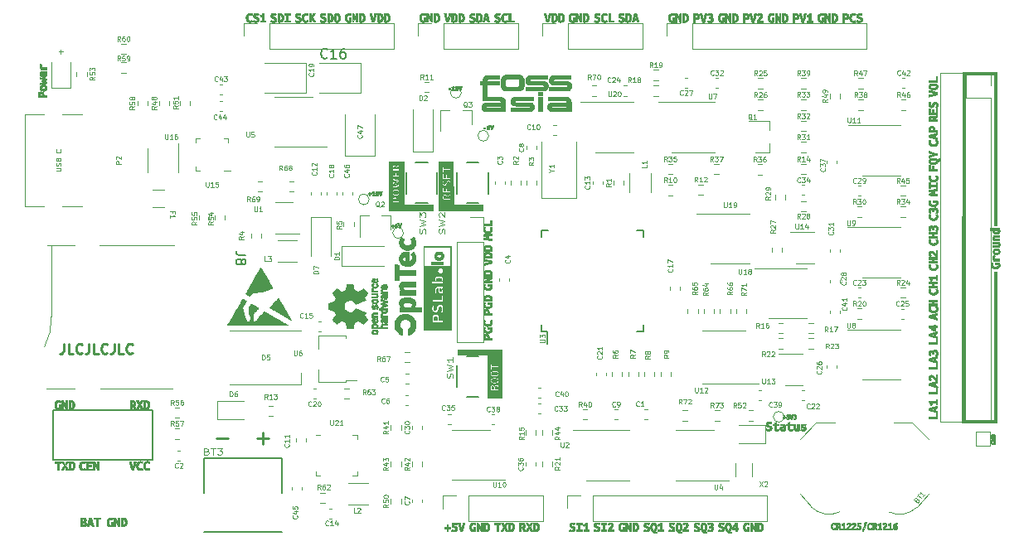
<source format=gbr>
G04 #@! TF.GenerationSoftware,KiCad,Pcbnew,5.99.0+really5.1.12+dfsg1-1*
G04 #@! TF.CreationDate,2022-02-16T13:53:17+08:00*
G04 #@! TF.ProjectId,PSLab,50534c61-622e-46b6-9963-61645f706362,v6.0-beta*
G04 #@! TF.SameCoordinates,Original*
G04 #@! TF.FileFunction,Legend,Top*
G04 #@! TF.FilePolarity,Positive*
%FSLAX46Y46*%
G04 Gerber Fmt 4.6, Leading zero omitted, Abs format (unit mm)*
G04 Created by KiCad (PCBNEW 5.99.0+really5.1.12+dfsg1-1) date 2022-02-16 13:53:17*
%MOMM*%
%LPD*%
G01*
G04 APERTURE LIST*
%ADD10C,0.250000*%
%ADD11C,0.100000*%
%ADD12C,0.152400*%
%ADD13C,0.120000*%
%ADD14C,0.010000*%
%ADD15C,0.150000*%
%ADD16C,0.125000*%
%ADD17C,0.075000*%
G04 APERTURE END LIST*
D10*
X103166666Y-80652380D02*
X103166666Y-81366666D01*
X103119047Y-81509523D01*
X103023809Y-81604761D01*
X102880952Y-81652380D01*
X102785714Y-81652380D01*
X104119047Y-81652380D02*
X103642857Y-81652380D01*
X103642857Y-80652380D01*
X105023809Y-81557142D02*
X104976190Y-81604761D01*
X104833333Y-81652380D01*
X104738095Y-81652380D01*
X104595238Y-81604761D01*
X104500000Y-81509523D01*
X104452380Y-81414285D01*
X104404761Y-81223809D01*
X104404761Y-81080952D01*
X104452380Y-80890476D01*
X104500000Y-80795238D01*
X104595238Y-80700000D01*
X104738095Y-80652380D01*
X104833333Y-80652380D01*
X104976190Y-80700000D01*
X105023809Y-80747619D01*
X105738095Y-80652380D02*
X105738095Y-81366666D01*
X105690476Y-81509523D01*
X105595238Y-81604761D01*
X105452380Y-81652380D01*
X105357142Y-81652380D01*
X106690476Y-81652380D02*
X106214285Y-81652380D01*
X106214285Y-80652380D01*
X107595238Y-81557142D02*
X107547619Y-81604761D01*
X107404761Y-81652380D01*
X107309523Y-81652380D01*
X107166666Y-81604761D01*
X107071428Y-81509523D01*
X107023809Y-81414285D01*
X106976190Y-81223809D01*
X106976190Y-81080952D01*
X107023809Y-80890476D01*
X107071428Y-80795238D01*
X107166666Y-80700000D01*
X107309523Y-80652380D01*
X107404761Y-80652380D01*
X107547619Y-80700000D01*
X107595238Y-80747619D01*
X108309523Y-80652380D02*
X108309523Y-81366666D01*
X108261904Y-81509523D01*
X108166666Y-81604761D01*
X108023809Y-81652380D01*
X107928571Y-81652380D01*
X109261904Y-81652380D02*
X108785714Y-81652380D01*
X108785714Y-80652380D01*
X110166666Y-81557142D02*
X110119047Y-81604761D01*
X109976190Y-81652380D01*
X109880952Y-81652380D01*
X109738095Y-81604761D01*
X109642857Y-81509523D01*
X109595238Y-81414285D01*
X109547619Y-81223809D01*
X109547619Y-81080952D01*
X109595238Y-80890476D01*
X109642857Y-80795238D01*
X109738095Y-80700000D01*
X109880952Y-80652380D01*
X109976190Y-80652380D01*
X110119047Y-80700000D01*
X110166666Y-80747619D01*
X118757142Y-90307142D02*
X119900000Y-90307142D01*
X122900000Y-90307142D02*
X124042857Y-90307142D01*
X123471428Y-90878571D02*
X123471428Y-89735714D01*
D11*
X102366190Y-62971428D02*
X102770952Y-62971428D01*
X102818571Y-62947619D01*
X102842380Y-62923809D01*
X102866190Y-62876190D01*
X102866190Y-62780952D01*
X102842380Y-62733333D01*
X102818571Y-62709523D01*
X102770952Y-62685714D01*
X102366190Y-62685714D01*
X102842380Y-62471428D02*
X102866190Y-62400000D01*
X102866190Y-62280952D01*
X102842380Y-62233333D01*
X102818571Y-62209523D01*
X102770952Y-62185714D01*
X102723333Y-62185714D01*
X102675714Y-62209523D01*
X102651904Y-62233333D01*
X102628095Y-62280952D01*
X102604285Y-62376190D01*
X102580476Y-62423809D01*
X102556666Y-62447619D01*
X102509047Y-62471428D01*
X102461428Y-62471428D01*
X102413809Y-62447619D01*
X102390000Y-62423809D01*
X102366190Y-62376190D01*
X102366190Y-62257142D01*
X102390000Y-62185714D01*
X102604285Y-61804761D02*
X102628095Y-61733333D01*
X102651904Y-61709523D01*
X102699523Y-61685714D01*
X102770952Y-61685714D01*
X102818571Y-61709523D01*
X102842380Y-61733333D01*
X102866190Y-61780952D01*
X102866190Y-61971428D01*
X102366190Y-61971428D01*
X102366190Y-61804761D01*
X102390000Y-61757142D01*
X102413809Y-61733333D01*
X102461428Y-61709523D01*
X102509047Y-61709523D01*
X102556666Y-61733333D01*
X102580476Y-61757142D01*
X102604285Y-61804761D01*
X102604285Y-61971428D01*
X102818571Y-60804761D02*
X102842380Y-60828571D01*
X102866190Y-60900000D01*
X102866190Y-60947619D01*
X102842380Y-61019047D01*
X102794761Y-61066666D01*
X102747142Y-61090476D01*
X102651904Y-61114285D01*
X102580476Y-61114285D01*
X102485238Y-61090476D01*
X102437619Y-61066666D01*
X102390000Y-61019047D01*
X102366190Y-60947619D01*
X102366190Y-60900000D01*
X102390000Y-60828571D01*
X102413809Y-60804761D01*
X102670723Y-50808114D02*
X103051676Y-50808114D01*
X102861200Y-50998590D02*
X102861200Y-50617638D01*
X160536023Y-99328214D02*
X160916976Y-99328214D01*
X160726500Y-99518690D02*
X160726500Y-99137738D01*
D12*
X102095500Y-87427000D02*
X102095500Y-89967000D01*
X112255500Y-87427000D02*
X102095500Y-87427000D01*
X112255500Y-92507000D02*
X112255500Y-87427000D01*
X104635500Y-92507000D02*
X112255500Y-92507000D01*
X102095500Y-92507000D02*
X104635500Y-92507000D01*
X102095500Y-89967000D02*
X102095500Y-92507000D01*
D13*
X106900000Y-85250000D02*
X114300000Y-85250000D01*
X101450000Y-70550000D02*
X104300000Y-70550000D01*
X101400000Y-85250000D02*
X104300000Y-85250000D01*
X106800000Y-70550000D02*
X114400000Y-70550000D01*
X101900000Y-70550000D02*
X101900000Y-77900000D01*
X101900000Y-77900000D02*
G75*
G02*
X101200000Y-80949999I-6001899J-227842D01*
G01*
D11*
X134350000Y-65900000D02*
G75*
G03*
X134350000Y-65900000I-550000J0D01*
G01*
X143750000Y-55000000D02*
G75*
G03*
X143750000Y-55000000I-550000J0D01*
G01*
X146550000Y-59400000D02*
G75*
G03*
X146550000Y-59400000I-550000J0D01*
G01*
X137850000Y-69329500D02*
G75*
G03*
X137850000Y-69329500I-550000J0D01*
G01*
X176710000Y-88120000D02*
G75*
G03*
X176710000Y-88120000I-550000J0D01*
G01*
D13*
X134910000Y-61460000D02*
X134910000Y-57250000D01*
X131890000Y-61460000D02*
X134910000Y-61460000D01*
X131890000Y-57250000D02*
X131890000Y-61460000D01*
X151900000Y-60000000D02*
X151900000Y-65750000D01*
X151900000Y-65750000D02*
X155500000Y-65750000D01*
X155500000Y-65750000D02*
X155500000Y-60000000D01*
X121500000Y-86490000D02*
X118815000Y-86490000D01*
X118815000Y-86490000D02*
X118815000Y-88410000D01*
X118815000Y-88410000D02*
X121500000Y-88410000D01*
X132635000Y-89940000D02*
X133110000Y-89940000D01*
X133110000Y-89940000D02*
X133110000Y-90415000D01*
X129365000Y-94160000D02*
X128890000Y-94160000D01*
X128890000Y-94160000D02*
X128890000Y-93685000D01*
X132635000Y-94160000D02*
X133110000Y-94160000D01*
X133110000Y-94160000D02*
X133110000Y-93685000D01*
X129365000Y-89940000D02*
X128890000Y-89940000D01*
X124062742Y-86977500D02*
X124537258Y-86977500D01*
X124062742Y-88022500D02*
X124537258Y-88022500D01*
X132610000Y-65440580D02*
X132610000Y-65159420D01*
X131590000Y-65440580D02*
X131590000Y-65159420D01*
X131010000Y-65440580D02*
X131010000Y-65159420D01*
X129990000Y-65440580D02*
X129990000Y-65159420D01*
X129410000Y-65440580D02*
X129410000Y-65159420D01*
X128390000Y-65440580D02*
X128390000Y-65159420D01*
X129250000Y-55010000D02*
X133460000Y-55010000D01*
X133460000Y-55010000D02*
X133460000Y-51990000D01*
X133460000Y-51990000D02*
X129250000Y-51990000D01*
D14*
G36*
X142912543Y-62077163D02*
G01*
X142916606Y-63199099D01*
X142917078Y-63336735D01*
X142917535Y-63483930D01*
X142917973Y-63639008D01*
X142918390Y-63800292D01*
X142918781Y-63966109D01*
X142919145Y-64134781D01*
X142919477Y-64304633D01*
X142919775Y-64473991D01*
X142920036Y-64641178D01*
X142920257Y-64804518D01*
X142920433Y-64962337D01*
X142920563Y-65112958D01*
X142920644Y-65254707D01*
X142920671Y-65384964D01*
X142920673Y-66448894D01*
X145906394Y-66448894D01*
X145906394Y-67022836D01*
X142639807Y-67022836D01*
X142639807Y-65893269D01*
X142639807Y-65740625D01*
X142316202Y-65740625D01*
X142316297Y-65687199D01*
X142316392Y-65633774D01*
X142439939Y-65565743D01*
X142476068Y-65546014D01*
X142509378Y-65528135D01*
X142538131Y-65513015D01*
X142560590Y-65501561D01*
X142575018Y-65494680D01*
X142578750Y-65493217D01*
X142594264Y-65487479D01*
X142613137Y-65479034D01*
X142616911Y-65477169D01*
X142639807Y-65465617D01*
X142639807Y-65386366D01*
X142639336Y-65351095D01*
X142637967Y-65325600D01*
X142635770Y-65310750D01*
X142633528Y-65307115D01*
X142625144Y-65309703D01*
X142609510Y-65316448D01*
X142592181Y-65324817D01*
X142566027Y-65337379D01*
X142536625Y-65350579D01*
X142519563Y-65357777D01*
X142494655Y-65369111D01*
X142469809Y-65382336D01*
X142455585Y-65391153D01*
X142433996Y-65404855D01*
X142409014Y-65419188D01*
X142397320Y-65425349D01*
X142374971Y-65437435D01*
X142348734Y-65452763D01*
X142327684Y-65465858D01*
X142308886Y-65477708D01*
X142294230Y-65486390D01*
X142286555Y-65490232D01*
X142286217Y-65490288D01*
X142281547Y-65485309D01*
X142274971Y-65473130D01*
X142274109Y-65471224D01*
X142253433Y-65438941D01*
X142222590Y-65410781D01*
X142183253Y-65387875D01*
X142137094Y-65371360D01*
X142121283Y-65367636D01*
X142099037Y-65364694D01*
X142069439Y-65363059D01*
X142037302Y-65362949D01*
X142026061Y-65363323D01*
X141977876Y-65368134D01*
X141937903Y-65378624D01*
X141902992Y-65395991D01*
X141869994Y-65421435D01*
X141867453Y-65423753D01*
X141841638Y-65450956D01*
X141822486Y-65480012D01*
X141808127Y-65514419D01*
X141797264Y-65555070D01*
X141792155Y-65584950D01*
X141791106Y-65594987D01*
X141791106Y-65178894D01*
X142639807Y-65178894D01*
X142639807Y-64635481D01*
X142592179Y-64635481D01*
X142592179Y-64498272D01*
X142597173Y-64498035D01*
X142606015Y-64487795D01*
X142616258Y-64468604D01*
X142626653Y-64443433D01*
X142635952Y-64415251D01*
X142642042Y-64391250D01*
X142653823Y-64317066D01*
X142657123Y-64242350D01*
X142652421Y-64165336D01*
X142641581Y-64105975D01*
X142622486Y-64055554D01*
X142595015Y-64013905D01*
X142559046Y-63980859D01*
X142514458Y-63956248D01*
X142496761Y-63949584D01*
X142458124Y-63941009D01*
X142414423Y-63938602D01*
X142369168Y-63941951D01*
X142325873Y-63950643D01*
X142288050Y-63964267D01*
X142266614Y-63976586D01*
X142240972Y-63999273D01*
X142214645Y-64030159D01*
X142190220Y-64065677D01*
X142170286Y-64102263D01*
X142163042Y-64119237D01*
X142152281Y-64146665D01*
X142141056Y-64174091D01*
X142131543Y-64196217D01*
X142130322Y-64198918D01*
X142119780Y-64222412D01*
X142109242Y-64246518D01*
X142105400Y-64255529D01*
X142091700Y-64279463D01*
X142072769Y-64301478D01*
X142051533Y-64318940D01*
X142030916Y-64329217D01*
X142021735Y-64330839D01*
X141986153Y-64330080D01*
X141959667Y-64324318D01*
X141939752Y-64312309D01*
X141923884Y-64292807D01*
X141916118Y-64278739D01*
X141905452Y-64246841D01*
X141900430Y-64207644D01*
X141901048Y-64164671D01*
X141907302Y-64121450D01*
X141916376Y-64089014D01*
X141925498Y-64061894D01*
X141929962Y-64043473D01*
X141929711Y-64031137D01*
X141924688Y-64022275D01*
X141914836Y-64014272D01*
X141914747Y-64014211D01*
X141898967Y-64005162D01*
X141878862Y-63995997D01*
X141857703Y-63987894D01*
X141838759Y-63982029D01*
X141825299Y-63979580D01*
X141820964Y-63980449D01*
X141817073Y-63987944D01*
X141810383Y-64004294D01*
X141801971Y-64026774D01*
X141796147Y-64043221D01*
X141791106Y-64058071D01*
X141791106Y-63774567D01*
X142639807Y-63774567D01*
X142639807Y-63231154D01*
X142511586Y-63231154D01*
X142511586Y-63615817D01*
X142255144Y-63615817D01*
X142255144Y-63304423D01*
X142126923Y-63304423D01*
X142126923Y-63615817D01*
X141913221Y-63615817D01*
X141913221Y-63261683D01*
X141791106Y-63261683D01*
X141791106Y-63127356D01*
X141913221Y-63127356D01*
X141913221Y-62895336D01*
X142639807Y-62895336D01*
X142639807Y-62736586D01*
X141913221Y-62736586D01*
X141913221Y-62504567D01*
X141791106Y-62504567D01*
X141791106Y-63127356D01*
X141791106Y-63261683D01*
X141791106Y-63774567D01*
X141791106Y-64058071D01*
X141788683Y-64065209D01*
X141783343Y-64083177D01*
X141779773Y-64099921D01*
X141777620Y-64118235D01*
X141776534Y-64140915D01*
X141776161Y-64170755D01*
X141776141Y-64201971D01*
X141776343Y-64240642D01*
X141777023Y-64269524D01*
X141778425Y-64291035D01*
X141780793Y-64307596D01*
X141784372Y-64321626D01*
X141789405Y-64335545D01*
X141789706Y-64336298D01*
X141807260Y-64370552D01*
X141831577Y-64405309D01*
X141859337Y-64436336D01*
X141885052Y-64457937D01*
X141925120Y-64478517D01*
X141971320Y-64490405D01*
X142020940Y-64493333D01*
X142071273Y-64487032D01*
X142099447Y-64479138D01*
X142128752Y-64464048D01*
X142159133Y-64439530D01*
X142188384Y-64407917D01*
X142214297Y-64371545D01*
X142231813Y-64339146D01*
X142252190Y-64295408D01*
X142271981Y-64253651D01*
X142290432Y-64215404D01*
X142306790Y-64182198D01*
X142320302Y-64155560D01*
X142330215Y-64137022D01*
X142335663Y-64128243D01*
X142346609Y-64117923D01*
X142359979Y-64108018D01*
X142378922Y-64100841D01*
X142404790Y-64097421D01*
X142432891Y-64097755D01*
X142458532Y-64101843D01*
X142474516Y-64108045D01*
X142495166Y-64126779D01*
X142511754Y-64154889D01*
X142523553Y-64190007D01*
X142529838Y-64229761D01*
X142529881Y-64271781D01*
X142528578Y-64284399D01*
X142522866Y-64316946D01*
X142514030Y-64353678D01*
X142503350Y-64390068D01*
X142492106Y-64421592D01*
X142485593Y-64436345D01*
X142478749Y-64452081D01*
X142478053Y-64460866D01*
X142482037Y-64465399D01*
X142493483Y-64470782D01*
X142512020Y-64477429D01*
X142534403Y-64484422D01*
X142557387Y-64490840D01*
X142577727Y-64495763D01*
X142592179Y-64498272D01*
X142592179Y-64635481D01*
X142511586Y-64635481D01*
X142511586Y-65020144D01*
X142255144Y-65020144D01*
X142255144Y-64714856D01*
X142126923Y-64714856D01*
X142126923Y-65020144D01*
X141913221Y-65020144D01*
X141913221Y-64672115D01*
X141791106Y-64672115D01*
X141791106Y-65178894D01*
X141791106Y-65594987D01*
X141788414Y-65620745D01*
X141786001Y-65660508D01*
X141784872Y-65702291D01*
X141784984Y-65744147D01*
X141786297Y-65784128D01*
X141788767Y-65820287D01*
X141792351Y-65850677D01*
X141797008Y-65873349D01*
X141802695Y-65886356D01*
X141804516Y-65888034D01*
X141811828Y-65888889D01*
X141830333Y-65889702D01*
X141859012Y-65890459D01*
X141896846Y-65891149D01*
X141942817Y-65891758D01*
X141995905Y-65892275D01*
X142055092Y-65892687D01*
X142119360Y-65892981D01*
X142187689Y-65893145D01*
X142226142Y-65893176D01*
X142639807Y-65893269D01*
X142639807Y-67022836D01*
X141473606Y-67022836D01*
X141473606Y-62077163D01*
X142912543Y-62077163D01*
G37*
X142912543Y-62077163D02*
X142916606Y-63199099D01*
X142917078Y-63336735D01*
X142917535Y-63483930D01*
X142917973Y-63639008D01*
X142918390Y-63800292D01*
X142918781Y-63966109D01*
X142919145Y-64134781D01*
X142919477Y-64304633D01*
X142919775Y-64473991D01*
X142920036Y-64641178D01*
X142920257Y-64804518D01*
X142920433Y-64962337D01*
X142920563Y-65112958D01*
X142920644Y-65254707D01*
X142920671Y-65384964D01*
X142920673Y-66448894D01*
X145906394Y-66448894D01*
X145906394Y-67022836D01*
X142639807Y-67022836D01*
X142639807Y-65893269D01*
X142639807Y-65740625D01*
X142316202Y-65740625D01*
X142316297Y-65687199D01*
X142316392Y-65633774D01*
X142439939Y-65565743D01*
X142476068Y-65546014D01*
X142509378Y-65528135D01*
X142538131Y-65513015D01*
X142560590Y-65501561D01*
X142575018Y-65494680D01*
X142578750Y-65493217D01*
X142594264Y-65487479D01*
X142613137Y-65479034D01*
X142616911Y-65477169D01*
X142639807Y-65465617D01*
X142639807Y-65386366D01*
X142639336Y-65351095D01*
X142637967Y-65325600D01*
X142635770Y-65310750D01*
X142633528Y-65307115D01*
X142625144Y-65309703D01*
X142609510Y-65316448D01*
X142592181Y-65324817D01*
X142566027Y-65337379D01*
X142536625Y-65350579D01*
X142519563Y-65357777D01*
X142494655Y-65369111D01*
X142469809Y-65382336D01*
X142455585Y-65391153D01*
X142433996Y-65404855D01*
X142409014Y-65419188D01*
X142397320Y-65425349D01*
X142374971Y-65437435D01*
X142348734Y-65452763D01*
X142327684Y-65465858D01*
X142308886Y-65477708D01*
X142294230Y-65486390D01*
X142286555Y-65490232D01*
X142286217Y-65490288D01*
X142281547Y-65485309D01*
X142274971Y-65473130D01*
X142274109Y-65471224D01*
X142253433Y-65438941D01*
X142222590Y-65410781D01*
X142183253Y-65387875D01*
X142137094Y-65371360D01*
X142121283Y-65367636D01*
X142099037Y-65364694D01*
X142069439Y-65363059D01*
X142037302Y-65362949D01*
X142026061Y-65363323D01*
X141977876Y-65368134D01*
X141937903Y-65378624D01*
X141902992Y-65395991D01*
X141869994Y-65421435D01*
X141867453Y-65423753D01*
X141841638Y-65450956D01*
X141822486Y-65480012D01*
X141808127Y-65514419D01*
X141797264Y-65555070D01*
X141792155Y-65584950D01*
X141791106Y-65594987D01*
X141791106Y-65178894D01*
X142639807Y-65178894D01*
X142639807Y-64635481D01*
X142592179Y-64635481D01*
X142592179Y-64498272D01*
X142597173Y-64498035D01*
X142606015Y-64487795D01*
X142616258Y-64468604D01*
X142626653Y-64443433D01*
X142635952Y-64415251D01*
X142642042Y-64391250D01*
X142653823Y-64317066D01*
X142657123Y-64242350D01*
X142652421Y-64165336D01*
X142641581Y-64105975D01*
X142622486Y-64055554D01*
X142595015Y-64013905D01*
X142559046Y-63980859D01*
X142514458Y-63956248D01*
X142496761Y-63949584D01*
X142458124Y-63941009D01*
X142414423Y-63938602D01*
X142369168Y-63941951D01*
X142325873Y-63950643D01*
X142288050Y-63964267D01*
X142266614Y-63976586D01*
X142240972Y-63999273D01*
X142214645Y-64030159D01*
X142190220Y-64065677D01*
X142170286Y-64102263D01*
X142163042Y-64119237D01*
X142152281Y-64146665D01*
X142141056Y-64174091D01*
X142131543Y-64196217D01*
X142130322Y-64198918D01*
X142119780Y-64222412D01*
X142109242Y-64246518D01*
X142105400Y-64255529D01*
X142091700Y-64279463D01*
X142072769Y-64301478D01*
X142051533Y-64318940D01*
X142030916Y-64329217D01*
X142021735Y-64330839D01*
X141986153Y-64330080D01*
X141959667Y-64324318D01*
X141939752Y-64312309D01*
X141923884Y-64292807D01*
X141916118Y-64278739D01*
X141905452Y-64246841D01*
X141900430Y-64207644D01*
X141901048Y-64164671D01*
X141907302Y-64121450D01*
X141916376Y-64089014D01*
X141925498Y-64061894D01*
X141929962Y-64043473D01*
X141929711Y-64031137D01*
X141924688Y-64022275D01*
X141914836Y-64014272D01*
X141914747Y-64014211D01*
X141898967Y-64005162D01*
X141878862Y-63995997D01*
X141857703Y-63987894D01*
X141838759Y-63982029D01*
X141825299Y-63979580D01*
X141820964Y-63980449D01*
X141817073Y-63987944D01*
X141810383Y-64004294D01*
X141801971Y-64026774D01*
X141796147Y-64043221D01*
X141791106Y-64058071D01*
X141791106Y-63774567D01*
X142639807Y-63774567D01*
X142639807Y-63231154D01*
X142511586Y-63231154D01*
X142511586Y-63615817D01*
X142255144Y-63615817D01*
X142255144Y-63304423D01*
X142126923Y-63304423D01*
X142126923Y-63615817D01*
X141913221Y-63615817D01*
X141913221Y-63261683D01*
X141791106Y-63261683D01*
X141791106Y-63127356D01*
X141913221Y-63127356D01*
X141913221Y-62895336D01*
X142639807Y-62895336D01*
X142639807Y-62736586D01*
X141913221Y-62736586D01*
X141913221Y-62504567D01*
X141791106Y-62504567D01*
X141791106Y-63127356D01*
X141791106Y-63261683D01*
X141791106Y-63774567D01*
X141791106Y-64058071D01*
X141788683Y-64065209D01*
X141783343Y-64083177D01*
X141779773Y-64099921D01*
X141777620Y-64118235D01*
X141776534Y-64140915D01*
X141776161Y-64170755D01*
X141776141Y-64201971D01*
X141776343Y-64240642D01*
X141777023Y-64269524D01*
X141778425Y-64291035D01*
X141780793Y-64307596D01*
X141784372Y-64321626D01*
X141789405Y-64335545D01*
X141789706Y-64336298D01*
X141807260Y-64370552D01*
X141831577Y-64405309D01*
X141859337Y-64436336D01*
X141885052Y-64457937D01*
X141925120Y-64478517D01*
X141971320Y-64490405D01*
X142020940Y-64493333D01*
X142071273Y-64487032D01*
X142099447Y-64479138D01*
X142128752Y-64464048D01*
X142159133Y-64439530D01*
X142188384Y-64407917D01*
X142214297Y-64371545D01*
X142231813Y-64339146D01*
X142252190Y-64295408D01*
X142271981Y-64253651D01*
X142290432Y-64215404D01*
X142306790Y-64182198D01*
X142320302Y-64155560D01*
X142330215Y-64137022D01*
X142335663Y-64128243D01*
X142346609Y-64117923D01*
X142359979Y-64108018D01*
X142378922Y-64100841D01*
X142404790Y-64097421D01*
X142432891Y-64097755D01*
X142458532Y-64101843D01*
X142474516Y-64108045D01*
X142495166Y-64126779D01*
X142511754Y-64154889D01*
X142523553Y-64190007D01*
X142529838Y-64229761D01*
X142529881Y-64271781D01*
X142528578Y-64284399D01*
X142522866Y-64316946D01*
X142514030Y-64353678D01*
X142503350Y-64390068D01*
X142492106Y-64421592D01*
X142485593Y-64436345D01*
X142478749Y-64452081D01*
X142478053Y-64460866D01*
X142482037Y-64465399D01*
X142493483Y-64470782D01*
X142512020Y-64477429D01*
X142534403Y-64484422D01*
X142557387Y-64490840D01*
X142577727Y-64495763D01*
X142592179Y-64498272D01*
X142592179Y-64635481D01*
X142511586Y-64635481D01*
X142511586Y-65020144D01*
X142255144Y-65020144D01*
X142255144Y-64714856D01*
X142126923Y-64714856D01*
X142126923Y-65020144D01*
X141913221Y-65020144D01*
X141913221Y-64672115D01*
X141791106Y-64672115D01*
X141791106Y-65178894D01*
X141791106Y-65594987D01*
X141788414Y-65620745D01*
X141786001Y-65660508D01*
X141784872Y-65702291D01*
X141784984Y-65744147D01*
X141786297Y-65784128D01*
X141788767Y-65820287D01*
X141792351Y-65850677D01*
X141797008Y-65873349D01*
X141802695Y-65886356D01*
X141804516Y-65888034D01*
X141811828Y-65888889D01*
X141830333Y-65889702D01*
X141859012Y-65890459D01*
X141896846Y-65891149D01*
X141942817Y-65891758D01*
X141995905Y-65892275D01*
X142055092Y-65892687D01*
X142119360Y-65892981D01*
X142187689Y-65893145D01*
X142226142Y-65893176D01*
X142639807Y-65893269D01*
X142639807Y-67022836D01*
X141473606Y-67022836D01*
X141473606Y-62077163D01*
X142912543Y-62077163D01*
G36*
X137840673Y-62077163D02*
G01*
X137840673Y-66448894D01*
X140826394Y-66448894D01*
X140826394Y-67022836D01*
X137394952Y-67022836D01*
X137394952Y-66216875D01*
X137394952Y-66027596D01*
X137145977Y-66027596D01*
X137143260Y-65919219D01*
X137142070Y-65878547D01*
X137140645Y-65847735D01*
X137138712Y-65824433D01*
X137135996Y-65806289D01*
X137132226Y-65790952D01*
X137127129Y-65776072D01*
X137126415Y-65774207D01*
X137102215Y-65724389D01*
X137071892Y-65685051D01*
X137037764Y-65658034D01*
X137037764Y-65538923D01*
X137101464Y-65535682D01*
X137157765Y-65525529D01*
X137209747Y-65507820D01*
X137229229Y-65498867D01*
X137278865Y-65467795D01*
X137321916Y-65427311D01*
X137357224Y-65378943D01*
X137383632Y-65324218D01*
X137397638Y-65276586D01*
X137403232Y-65238864D01*
X137405954Y-65194148D01*
X137405797Y-65147319D01*
X137402752Y-65103254D01*
X137397978Y-65072043D01*
X137379230Y-65010959D01*
X137350434Y-64956188D01*
X137312485Y-64908627D01*
X137266275Y-64869169D01*
X137212700Y-64838709D01*
X137152655Y-64818141D01*
X137141562Y-64815628D01*
X137101477Y-64809842D01*
X137054621Y-64807191D01*
X137006026Y-64807675D01*
X136960723Y-64811293D01*
X136933966Y-64815628D01*
X136872881Y-64834375D01*
X136818111Y-64863171D01*
X136770550Y-64901121D01*
X136731092Y-64947330D01*
X136700632Y-65000905D01*
X136687497Y-65039249D01*
X136687497Y-64727067D01*
X136694547Y-64725694D01*
X136712408Y-64721738D01*
X136740013Y-64715449D01*
X136776295Y-64707074D01*
X136820187Y-64696862D01*
X136870622Y-64685061D01*
X136926531Y-64671920D01*
X136986848Y-64657686D01*
X137041938Y-64644639D01*
X137105068Y-64629677D01*
X137164595Y-64615589D01*
X137219471Y-64602622D01*
X137268643Y-64591025D01*
X137311061Y-64581045D01*
X137345675Y-64572928D01*
X137371433Y-64566922D01*
X137387285Y-64563274D01*
X137392205Y-64562211D01*
X137393088Y-64556429D01*
X137393854Y-64540376D01*
X137394452Y-64515991D01*
X137394833Y-64485214D01*
X137394952Y-64453814D01*
X137394952Y-64345416D01*
X137136983Y-64285149D01*
X137082672Y-64272394D01*
X137032045Y-64260374D01*
X136986340Y-64249395D01*
X136946794Y-64239758D01*
X136914646Y-64231767D01*
X136891132Y-64225725D01*
X136877491Y-64221936D01*
X136874518Y-64220836D01*
X136879257Y-64218605D01*
X136894669Y-64213930D01*
X136919530Y-64207128D01*
X136952615Y-64198514D01*
X136992702Y-64188405D01*
X137038567Y-64177117D01*
X137088987Y-64164966D01*
X137109590Y-64160069D01*
X137162750Y-64147471D01*
X137212960Y-64135551D01*
X137258802Y-64124647D01*
X137298858Y-64115097D01*
X137331708Y-64107240D01*
X137355935Y-64101413D01*
X137370119Y-64097956D01*
X137372195Y-64097434D01*
X137395231Y-64091521D01*
X137393565Y-63983651D01*
X137391899Y-63875780D01*
X137101875Y-63807769D01*
X137041595Y-63793632D01*
X136982773Y-63779836D01*
X136926920Y-63766735D01*
X136875544Y-63754683D01*
X136830157Y-63744033D01*
X136792266Y-63735141D01*
X136763383Y-63728361D01*
X136746214Y-63724327D01*
X136680577Y-63708897D01*
X136680577Y-63597500D01*
X137394952Y-63597500D01*
X137394952Y-63084615D01*
X137394952Y-62931971D01*
X137394952Y-62742692D01*
X137126298Y-62742692D01*
X137126332Y-62710637D01*
X137127686Y-62680975D01*
X137132461Y-62655824D01*
X137141825Y-62633927D01*
X137156948Y-62614031D01*
X137179000Y-62594879D01*
X137209150Y-62575218D01*
X137248567Y-62553791D01*
X137292759Y-62532043D01*
X137394951Y-62483197D01*
X137394951Y-62383978D01*
X137394745Y-62350721D01*
X137394173Y-62322204D01*
X137393310Y-62300457D01*
X137392226Y-62287507D01*
X137391397Y-62284760D01*
X137385171Y-62287403D01*
X137369623Y-62294820D01*
X137346314Y-62306244D01*
X137316802Y-62320906D01*
X137282648Y-62338037D01*
X137260129Y-62349408D01*
X137207875Y-62376477D01*
X137165831Y-62399775D01*
X137132886Y-62420106D01*
X137107929Y-62438276D01*
X137089848Y-62455090D01*
X137077533Y-62471353D01*
X137070151Y-62487052D01*
X137063572Y-62505927D01*
X137049668Y-62477079D01*
X137026583Y-62438754D01*
X136998459Y-62410464D01*
X136963904Y-62391341D01*
X136921526Y-62380514D01*
X136890331Y-62377568D01*
X136839886Y-62378598D01*
X136798173Y-62387271D01*
X136763954Y-62404174D01*
X136735993Y-62429898D01*
X136715199Y-62460997D01*
X136706005Y-62479364D01*
X136698566Y-62498241D01*
X136692706Y-62519140D01*
X136688245Y-62543572D01*
X136685005Y-62573049D01*
X136682807Y-62609083D01*
X136681474Y-62653187D01*
X136680826Y-62706872D01*
X136680683Y-62753377D01*
X136680577Y-62931971D01*
X137394952Y-62931971D01*
X137394952Y-63084615D01*
X137260625Y-63084615D01*
X137260625Y-63408221D01*
X137089663Y-63408221D01*
X137089663Y-63115144D01*
X136955336Y-63115144D01*
X136955336Y-63408221D01*
X136814904Y-63408221D01*
X136814904Y-63096827D01*
X136680577Y-63096827D01*
X136680577Y-63597500D01*
X136680577Y-63708897D01*
X136680638Y-63798211D01*
X136680700Y-63887524D01*
X136926396Y-63945075D01*
X136979495Y-63957556D01*
X137029003Y-63969279D01*
X137073631Y-63979930D01*
X137112092Y-63989200D01*
X137143095Y-63996775D01*
X137165352Y-64002346D01*
X137177575Y-64005601D01*
X137179448Y-64006221D01*
X137175316Y-64008325D01*
X137160473Y-64012850D01*
X137136109Y-64019489D01*
X137103416Y-64027938D01*
X137063586Y-64037892D01*
X137017811Y-64049046D01*
X136967282Y-64061094D01*
X136941323Y-64067191D01*
X136888236Y-64079620D01*
X136838730Y-64091254D01*
X136794094Y-64101786D01*
X136755620Y-64110908D01*
X136724600Y-64118316D01*
X136702323Y-64123701D01*
X136690082Y-64126759D01*
X136688209Y-64127287D01*
X136685000Y-64132040D01*
X136682743Y-64144494D01*
X136681333Y-64165916D01*
X136680666Y-64197575D01*
X136680577Y-64219595D01*
X136680577Y-64309182D01*
X136926334Y-64366502D01*
X136979443Y-64378934D01*
X137028957Y-64390611D01*
X137073589Y-64401223D01*
X137112049Y-64410459D01*
X137143050Y-64418010D01*
X137165302Y-64423564D01*
X137177517Y-64426812D01*
X137179386Y-64427434D01*
X137175822Y-64429770D01*
X137161888Y-64434382D01*
X137139122Y-64440845D01*
X137109062Y-64448736D01*
X137073247Y-64457629D01*
X137048112Y-64463629D01*
X136999284Y-64475136D01*
X136945742Y-64487797D01*
X136891566Y-64500643D01*
X136840838Y-64512708D01*
X136797639Y-64523022D01*
X136795060Y-64523640D01*
X136680577Y-64551067D01*
X136680577Y-64639067D01*
X136680949Y-64677541D01*
X136682103Y-64704539D01*
X136684095Y-64720774D01*
X136686980Y-64726962D01*
X136687497Y-64727067D01*
X136687497Y-65039249D01*
X136680063Y-65060951D01*
X136677551Y-65072043D01*
X136671479Y-65114466D01*
X136668999Y-65163232D01*
X136670112Y-65213011D01*
X136674816Y-65258476D01*
X136677551Y-65273534D01*
X136695803Y-65333405D01*
X136723763Y-65387651D01*
X136760439Y-65434950D01*
X136804842Y-65473976D01*
X136846299Y-65498867D01*
X136897441Y-65519651D01*
X136951717Y-65532632D01*
X137012208Y-65538454D01*
X137037764Y-65538923D01*
X137037764Y-65658034D01*
X137035050Y-65655885D01*
X136991288Y-65636583D01*
X136940210Y-65626839D01*
X136934988Y-65626401D01*
X136878737Y-65627294D01*
X136828448Y-65638743D01*
X136784484Y-65660520D01*
X136747212Y-65692400D01*
X136716996Y-65734158D01*
X136698836Y-65772719D01*
X136694838Y-65783492D01*
X136691620Y-65793808D01*
X136689081Y-65805129D01*
X136687118Y-65818918D01*
X136685629Y-65836638D01*
X136684511Y-65859753D01*
X136683660Y-65889725D01*
X136682976Y-65928017D01*
X136682355Y-65976092D01*
X136681930Y-66013858D01*
X136679700Y-66216875D01*
X137394952Y-66216875D01*
X137394952Y-67022836D01*
X136393606Y-67022836D01*
X136393606Y-62077163D01*
X137840673Y-62077163D01*
G37*
X137840673Y-62077163D02*
X137840673Y-66448894D01*
X140826394Y-66448894D01*
X140826394Y-67022836D01*
X137394952Y-67022836D01*
X137394952Y-66216875D01*
X137394952Y-66027596D01*
X137145977Y-66027596D01*
X137143260Y-65919219D01*
X137142070Y-65878547D01*
X137140645Y-65847735D01*
X137138712Y-65824433D01*
X137135996Y-65806289D01*
X137132226Y-65790952D01*
X137127129Y-65776072D01*
X137126415Y-65774207D01*
X137102215Y-65724389D01*
X137071892Y-65685051D01*
X137037764Y-65658034D01*
X137037764Y-65538923D01*
X137101464Y-65535682D01*
X137157765Y-65525529D01*
X137209747Y-65507820D01*
X137229229Y-65498867D01*
X137278865Y-65467795D01*
X137321916Y-65427311D01*
X137357224Y-65378943D01*
X137383632Y-65324218D01*
X137397638Y-65276586D01*
X137403232Y-65238864D01*
X137405954Y-65194148D01*
X137405797Y-65147319D01*
X137402752Y-65103254D01*
X137397978Y-65072043D01*
X137379230Y-65010959D01*
X137350434Y-64956188D01*
X137312485Y-64908627D01*
X137266275Y-64869169D01*
X137212700Y-64838709D01*
X137152655Y-64818141D01*
X137141562Y-64815628D01*
X137101477Y-64809842D01*
X137054621Y-64807191D01*
X137006026Y-64807675D01*
X136960723Y-64811293D01*
X136933966Y-64815628D01*
X136872881Y-64834375D01*
X136818111Y-64863171D01*
X136770550Y-64901121D01*
X136731092Y-64947330D01*
X136700632Y-65000905D01*
X136687497Y-65039249D01*
X136687497Y-64727067D01*
X136694547Y-64725694D01*
X136712408Y-64721738D01*
X136740013Y-64715449D01*
X136776295Y-64707074D01*
X136820187Y-64696862D01*
X136870622Y-64685061D01*
X136926531Y-64671920D01*
X136986848Y-64657686D01*
X137041938Y-64644639D01*
X137105068Y-64629677D01*
X137164595Y-64615589D01*
X137219471Y-64602622D01*
X137268643Y-64591025D01*
X137311061Y-64581045D01*
X137345675Y-64572928D01*
X137371433Y-64566922D01*
X137387285Y-64563274D01*
X137392205Y-64562211D01*
X137393088Y-64556429D01*
X137393854Y-64540376D01*
X137394452Y-64515991D01*
X137394833Y-64485214D01*
X137394952Y-64453814D01*
X137394952Y-64345416D01*
X137136983Y-64285149D01*
X137082672Y-64272394D01*
X137032045Y-64260374D01*
X136986340Y-64249395D01*
X136946794Y-64239758D01*
X136914646Y-64231767D01*
X136891132Y-64225725D01*
X136877491Y-64221936D01*
X136874518Y-64220836D01*
X136879257Y-64218605D01*
X136894669Y-64213930D01*
X136919530Y-64207128D01*
X136952615Y-64198514D01*
X136992702Y-64188405D01*
X137038567Y-64177117D01*
X137088987Y-64164966D01*
X137109590Y-64160069D01*
X137162750Y-64147471D01*
X137212960Y-64135551D01*
X137258802Y-64124647D01*
X137298858Y-64115097D01*
X137331708Y-64107240D01*
X137355935Y-64101413D01*
X137370119Y-64097956D01*
X137372195Y-64097434D01*
X137395231Y-64091521D01*
X137393565Y-63983651D01*
X137391899Y-63875780D01*
X137101875Y-63807769D01*
X137041595Y-63793632D01*
X136982773Y-63779836D01*
X136926920Y-63766735D01*
X136875544Y-63754683D01*
X136830157Y-63744033D01*
X136792266Y-63735141D01*
X136763383Y-63728361D01*
X136746214Y-63724327D01*
X136680577Y-63708897D01*
X136680577Y-63597500D01*
X137394952Y-63597500D01*
X137394952Y-63084615D01*
X137394952Y-62931971D01*
X137394952Y-62742692D01*
X137126298Y-62742692D01*
X137126332Y-62710637D01*
X137127686Y-62680975D01*
X137132461Y-62655824D01*
X137141825Y-62633927D01*
X137156948Y-62614031D01*
X137179000Y-62594879D01*
X137209150Y-62575218D01*
X137248567Y-62553791D01*
X137292759Y-62532043D01*
X137394951Y-62483197D01*
X137394951Y-62383978D01*
X137394745Y-62350721D01*
X137394173Y-62322204D01*
X137393310Y-62300457D01*
X137392226Y-62287507D01*
X137391397Y-62284760D01*
X137385171Y-62287403D01*
X137369623Y-62294820D01*
X137346314Y-62306244D01*
X137316802Y-62320906D01*
X137282648Y-62338037D01*
X137260129Y-62349408D01*
X137207875Y-62376477D01*
X137165831Y-62399775D01*
X137132886Y-62420106D01*
X137107929Y-62438276D01*
X137089848Y-62455090D01*
X137077533Y-62471353D01*
X137070151Y-62487052D01*
X137063572Y-62505927D01*
X137049668Y-62477079D01*
X137026583Y-62438754D01*
X136998459Y-62410464D01*
X136963904Y-62391341D01*
X136921526Y-62380514D01*
X136890331Y-62377568D01*
X136839886Y-62378598D01*
X136798173Y-62387271D01*
X136763954Y-62404174D01*
X136735993Y-62429898D01*
X136715199Y-62460997D01*
X136706005Y-62479364D01*
X136698566Y-62498241D01*
X136692706Y-62519140D01*
X136688245Y-62543572D01*
X136685005Y-62573049D01*
X136682807Y-62609083D01*
X136681474Y-62653187D01*
X136680826Y-62706872D01*
X136680683Y-62753377D01*
X136680577Y-62931971D01*
X137394952Y-62931971D01*
X137394952Y-63084615D01*
X137260625Y-63084615D01*
X137260625Y-63408221D01*
X137089663Y-63408221D01*
X137089663Y-63115144D01*
X136955336Y-63115144D01*
X136955336Y-63408221D01*
X136814904Y-63408221D01*
X136814904Y-63096827D01*
X136680577Y-63096827D01*
X136680577Y-63597500D01*
X136680577Y-63708897D01*
X136680638Y-63798211D01*
X136680700Y-63887524D01*
X136926396Y-63945075D01*
X136979495Y-63957556D01*
X137029003Y-63969279D01*
X137073631Y-63979930D01*
X137112092Y-63989200D01*
X137143095Y-63996775D01*
X137165352Y-64002346D01*
X137177575Y-64005601D01*
X137179448Y-64006221D01*
X137175316Y-64008325D01*
X137160473Y-64012850D01*
X137136109Y-64019489D01*
X137103416Y-64027938D01*
X137063586Y-64037892D01*
X137017811Y-64049046D01*
X136967282Y-64061094D01*
X136941323Y-64067191D01*
X136888236Y-64079620D01*
X136838730Y-64091254D01*
X136794094Y-64101786D01*
X136755620Y-64110908D01*
X136724600Y-64118316D01*
X136702323Y-64123701D01*
X136690082Y-64126759D01*
X136688209Y-64127287D01*
X136685000Y-64132040D01*
X136682743Y-64144494D01*
X136681333Y-64165916D01*
X136680666Y-64197575D01*
X136680577Y-64219595D01*
X136680577Y-64309182D01*
X136926334Y-64366502D01*
X136979443Y-64378934D01*
X137028957Y-64390611D01*
X137073589Y-64401223D01*
X137112049Y-64410459D01*
X137143050Y-64418010D01*
X137165302Y-64423564D01*
X137177517Y-64426812D01*
X137179386Y-64427434D01*
X137175822Y-64429770D01*
X137161888Y-64434382D01*
X137139122Y-64440845D01*
X137109062Y-64448736D01*
X137073247Y-64457629D01*
X137048112Y-64463629D01*
X136999284Y-64475136D01*
X136945742Y-64487797D01*
X136891566Y-64500643D01*
X136840838Y-64512708D01*
X136797639Y-64523022D01*
X136795060Y-64523640D01*
X136680577Y-64551067D01*
X136680577Y-64639067D01*
X136680949Y-64677541D01*
X136682103Y-64704539D01*
X136684095Y-64720774D01*
X136686980Y-64726962D01*
X136687497Y-64727067D01*
X136687497Y-65039249D01*
X136680063Y-65060951D01*
X136677551Y-65072043D01*
X136671479Y-65114466D01*
X136668999Y-65163232D01*
X136670112Y-65213011D01*
X136674816Y-65258476D01*
X136677551Y-65273534D01*
X136695803Y-65333405D01*
X136723763Y-65387651D01*
X136760439Y-65434950D01*
X136804842Y-65473976D01*
X136846299Y-65498867D01*
X136897441Y-65519651D01*
X136951717Y-65532632D01*
X137012208Y-65538454D01*
X137037764Y-65538923D01*
X137037764Y-65658034D01*
X137035050Y-65655885D01*
X136991288Y-65636583D01*
X136940210Y-65626839D01*
X136934988Y-65626401D01*
X136878737Y-65627294D01*
X136828448Y-65638743D01*
X136784484Y-65660520D01*
X136747212Y-65692400D01*
X136716996Y-65734158D01*
X136698836Y-65772719D01*
X136694838Y-65783492D01*
X136691620Y-65793808D01*
X136689081Y-65805129D01*
X136687118Y-65818918D01*
X136685629Y-65836638D01*
X136684511Y-65859753D01*
X136683660Y-65889725D01*
X136682976Y-65928017D01*
X136682355Y-65976092D01*
X136681930Y-66013858D01*
X136679700Y-66216875D01*
X137394952Y-66216875D01*
X137394952Y-67022836D01*
X136393606Y-67022836D01*
X136393606Y-62077163D01*
X137840673Y-62077163D01*
G36*
X141920736Y-65627059D02*
G01*
X141933031Y-65587276D01*
X141953345Y-65556682D01*
X141981656Y-65535299D01*
X142017944Y-65523152D01*
X142053981Y-65520101D01*
X142085871Y-65522025D01*
X142110393Y-65528817D01*
X142132019Y-65542361D01*
X142152366Y-65561528D01*
X142166988Y-65579742D01*
X142177464Y-65600729D01*
X142184844Y-65627449D01*
X142190178Y-65662861D01*
X142191005Y-65670409D01*
X142193693Y-65693638D01*
X142196538Y-65714585D01*
X142198199Y-65724719D01*
X142201551Y-65742395D01*
X142075852Y-65737969D01*
X142036822Y-65736404D01*
X142001031Y-65734613D01*
X141970618Y-65732730D01*
X141947721Y-65730892D01*
X141934479Y-65729233D01*
X141933213Y-65728944D01*
X141924776Y-65726156D01*
X141919756Y-65721624D01*
X141917283Y-65712601D01*
X141916489Y-65696338D01*
X141916480Y-65676007D01*
X141920736Y-65627059D01*
G37*
X141920736Y-65627059D02*
X141933031Y-65587276D01*
X141953345Y-65556682D01*
X141981656Y-65535299D01*
X142017944Y-65523152D01*
X142053981Y-65520101D01*
X142085871Y-65522025D01*
X142110393Y-65528817D01*
X142132019Y-65542361D01*
X142152366Y-65561528D01*
X142166988Y-65579742D01*
X142177464Y-65600729D01*
X142184844Y-65627449D01*
X142190178Y-65662861D01*
X142191005Y-65670409D01*
X142193693Y-65693638D01*
X142196538Y-65714585D01*
X142198199Y-65724719D01*
X142201551Y-65742395D01*
X142075852Y-65737969D01*
X142036822Y-65736404D01*
X142001031Y-65734613D01*
X141970618Y-65732730D01*
X141947721Y-65730892D01*
X141934479Y-65729233D01*
X141933213Y-65728944D01*
X141924776Y-65726156D01*
X141919756Y-65721624D01*
X141917283Y-65712601D01*
X141916489Y-65696338D01*
X141916480Y-65676007D01*
X141920736Y-65627059D01*
G36*
X136800766Y-65146311D02*
G01*
X136803856Y-65126735D01*
X136810482Y-65108802D01*
X136818079Y-65094029D01*
X136843145Y-65060034D01*
X136877000Y-65033701D01*
X136919909Y-65014915D01*
X136972136Y-65003563D01*
X137033948Y-64999531D01*
X137037764Y-64999519D01*
X137100700Y-65003287D01*
X137154131Y-65014577D01*
X137198014Y-65033371D01*
X137232306Y-65059652D01*
X137256131Y-65091849D01*
X137268708Y-65123558D01*
X137275735Y-65159641D01*
X137276453Y-65194749D01*
X137273442Y-65213502D01*
X137257219Y-65253914D01*
X137231248Y-65287116D01*
X137195709Y-65313006D01*
X137150780Y-65331484D01*
X137096642Y-65342448D01*
X137037764Y-65345813D01*
X136975498Y-65342247D01*
X136922867Y-65331459D01*
X136879564Y-65313318D01*
X136845280Y-65287692D01*
X136819707Y-65254448D01*
X136818079Y-65251548D01*
X136808176Y-65231557D01*
X136802675Y-65213692D01*
X136800366Y-65192695D01*
X136800004Y-65172788D01*
X136800766Y-65146311D01*
G37*
X136800766Y-65146311D02*
X136803856Y-65126735D01*
X136810482Y-65108802D01*
X136818079Y-65094029D01*
X136843145Y-65060034D01*
X136877000Y-65033701D01*
X136919909Y-65014915D01*
X136972136Y-65003563D01*
X137033948Y-64999531D01*
X137037764Y-64999519D01*
X137100700Y-65003287D01*
X137154131Y-65014577D01*
X137198014Y-65033371D01*
X137232306Y-65059652D01*
X137256131Y-65091849D01*
X137268708Y-65123558D01*
X137275735Y-65159641D01*
X137276453Y-65194749D01*
X137273442Y-65213502D01*
X137257219Y-65253914D01*
X137231248Y-65287116D01*
X137195709Y-65313006D01*
X137150780Y-65331484D01*
X137096642Y-65342448D01*
X137037764Y-65345813D01*
X136975498Y-65342247D01*
X136922867Y-65331459D01*
X136879564Y-65313318D01*
X136845280Y-65287692D01*
X136819707Y-65254448D01*
X136818079Y-65251548D01*
X136808176Y-65231557D01*
X136802675Y-65213692D01*
X136800366Y-65192695D01*
X136800004Y-65172788D01*
X136800766Y-65146311D01*
G36*
X136809722Y-65958906D02*
G01*
X136812427Y-65916793D01*
X136817890Y-65884843D01*
X136826818Y-65861181D01*
X136839919Y-65843933D01*
X136857857Y-65831245D01*
X136884010Y-65822609D01*
X136915227Y-65820065D01*
X136945989Y-65823613D01*
X136967335Y-65831245D01*
X136985304Y-65843962D01*
X136998395Y-65861221D01*
X137007316Y-65884898D01*
X137012773Y-65916866D01*
X137015469Y-65958906D01*
X137017712Y-66027596D01*
X136807480Y-66027596D01*
X136809722Y-65958906D01*
G37*
X136809722Y-65958906D02*
X136812427Y-65916793D01*
X136817890Y-65884843D01*
X136826818Y-65861181D01*
X136839919Y-65843933D01*
X136857857Y-65831245D01*
X136884010Y-65822609D01*
X136915227Y-65820065D01*
X136945989Y-65823613D01*
X136967335Y-65831245D01*
X136985304Y-65843962D01*
X136998395Y-65861221D01*
X137007316Y-65884898D01*
X137012773Y-65916866D01*
X137015469Y-65958906D01*
X137017712Y-66027596D01*
X136807480Y-66027596D01*
X136809722Y-65958906D01*
G36*
X136809995Y-62679784D02*
G01*
X136812785Y-62641818D01*
X136817912Y-62613916D01*
X136826337Y-62594009D01*
X136839021Y-62580027D01*
X136856927Y-62569901D01*
X136862012Y-62567851D01*
X136891031Y-62561491D01*
X136921805Y-62562375D01*
X136949484Y-62570064D01*
X136961442Y-62576894D01*
X136975724Y-62590407D01*
X136985720Y-62608011D01*
X136992206Y-62632028D01*
X136995958Y-62664776D01*
X136996968Y-62683161D01*
X136999497Y-62742692D01*
X136807197Y-62742692D01*
X136809995Y-62679784D01*
G37*
X136809995Y-62679784D02*
X136812785Y-62641818D01*
X136817912Y-62613916D01*
X136826337Y-62594009D01*
X136839021Y-62580027D01*
X136856927Y-62569901D01*
X136862012Y-62567851D01*
X136891031Y-62561491D01*
X136921805Y-62562375D01*
X136949484Y-62570064D01*
X136961442Y-62576894D01*
X136975724Y-62590407D01*
X136985720Y-62608011D01*
X136992206Y-62632028D01*
X136995958Y-62664776D01*
X136996968Y-62683161D01*
X136999497Y-62742692D01*
X136807197Y-62742692D01*
X136809995Y-62679784D01*
G36*
X163430000Y-98922448D02*
G01*
X163489635Y-98939655D01*
X163541232Y-98968058D01*
X163584946Y-99007837D01*
X163620931Y-99059170D01*
X163649342Y-99122237D01*
X163670332Y-99197217D01*
X163671392Y-99202256D01*
X163676708Y-99230089D01*
X163680399Y-99255814D01*
X163682644Y-99282673D01*
X163683624Y-99313907D01*
X163683519Y-99352755D01*
X163682510Y-99402389D01*
X163681101Y-99450922D01*
X163679389Y-99488401D01*
X163677024Y-99517886D01*
X163673658Y-99542434D01*
X163668940Y-99565104D01*
X163662520Y-99588953D01*
X163660322Y-99596417D01*
X163634499Y-99665212D01*
X163601655Y-99722100D01*
X163561924Y-99766913D01*
X163515441Y-99799485D01*
X163486827Y-99812200D01*
X163464931Y-99821544D01*
X163451472Y-99830080D01*
X163448706Y-99835300D01*
X163460372Y-99849189D01*
X163483682Y-99864068D01*
X163516304Y-99878964D01*
X163555909Y-99892901D01*
X163600167Y-99904906D01*
X163630212Y-99911191D01*
X163655555Y-99916361D01*
X163669735Y-99921089D01*
X163675572Y-99926820D01*
X163675948Y-99934599D01*
X163674791Y-99939298D01*
X163671685Y-99942890D01*
X163664897Y-99945552D01*
X163652697Y-99947461D01*
X163633352Y-99948791D01*
X163605131Y-99949719D01*
X163566302Y-99950421D01*
X163515134Y-99951074D01*
X163513807Y-99951090D01*
X163353752Y-99952985D01*
X163334923Y-99928299D01*
X163321536Y-99907497D01*
X163307445Y-99880680D01*
X163299766Y-99863440D01*
X163289659Y-99840599D01*
X163279839Y-99826728D01*
X163265968Y-99817466D01*
X163245894Y-99809261D01*
X163209997Y-99790083D01*
X163173765Y-99760596D01*
X163140515Y-99724121D01*
X163113563Y-99683979D01*
X163105961Y-99669100D01*
X163088641Y-99627410D01*
X163075428Y-99584346D01*
X163065420Y-99536113D01*
X163057715Y-99478913D01*
X163055435Y-99456494D01*
X163051905Y-99384699D01*
X163052448Y-99366153D01*
X163234847Y-99366153D01*
X163235760Y-99418997D01*
X163238494Y-99470223D01*
X163242899Y-99516046D01*
X163248821Y-99552683D01*
X163250768Y-99560921D01*
X163267577Y-99606260D01*
X163291010Y-99641108D01*
X163319900Y-99664690D01*
X163353076Y-99676228D01*
X163389372Y-99674944D01*
X163411598Y-99667932D01*
X163441045Y-99648399D01*
X163465795Y-99617447D01*
X163483926Y-99577492D01*
X163484188Y-99576679D01*
X163488866Y-99554583D01*
X163492881Y-99521359D01*
X163496139Y-99479983D01*
X163498546Y-99433425D01*
X163500009Y-99384661D01*
X163500432Y-99336661D01*
X163499722Y-99292401D01*
X163497786Y-99254852D01*
X163495125Y-99230560D01*
X163484737Y-99184391D01*
X163469443Y-99144060D01*
X163450542Y-99112303D01*
X163429339Y-99091862D01*
X163429156Y-99091747D01*
X163411639Y-99083070D01*
X163391916Y-99079292D01*
X163364391Y-99079400D01*
X163361775Y-99079541D01*
X163334998Y-99082108D01*
X163316944Y-99087359D01*
X163302250Y-99097172D01*
X163296532Y-99102391D01*
X163274367Y-99132352D01*
X163257000Y-99175235D01*
X163244377Y-99231194D01*
X163239098Y-99270745D01*
X163235909Y-99315474D01*
X163234847Y-99366153D01*
X163052448Y-99366153D01*
X163054099Y-99309871D01*
X163061656Y-99237462D01*
X163074214Y-99172924D01*
X163074223Y-99172886D01*
X163097622Y-99104306D01*
X163130007Y-99045403D01*
X163170491Y-98996800D01*
X163218188Y-98959122D01*
X163272211Y-98932993D01*
X163331675Y-98919036D01*
X163395692Y-98917876D01*
X163430000Y-98922448D01*
G37*
X163430000Y-98922448D02*
X163489635Y-98939655D01*
X163541232Y-98968058D01*
X163584946Y-99007837D01*
X163620931Y-99059170D01*
X163649342Y-99122237D01*
X163670332Y-99197217D01*
X163671392Y-99202256D01*
X163676708Y-99230089D01*
X163680399Y-99255814D01*
X163682644Y-99282673D01*
X163683624Y-99313907D01*
X163683519Y-99352755D01*
X163682510Y-99402389D01*
X163681101Y-99450922D01*
X163679389Y-99488401D01*
X163677024Y-99517886D01*
X163673658Y-99542434D01*
X163668940Y-99565104D01*
X163662520Y-99588953D01*
X163660322Y-99596417D01*
X163634499Y-99665212D01*
X163601655Y-99722100D01*
X163561924Y-99766913D01*
X163515441Y-99799485D01*
X163486827Y-99812200D01*
X163464931Y-99821544D01*
X163451472Y-99830080D01*
X163448706Y-99835300D01*
X163460372Y-99849189D01*
X163483682Y-99864068D01*
X163516304Y-99878964D01*
X163555909Y-99892901D01*
X163600167Y-99904906D01*
X163630212Y-99911191D01*
X163655555Y-99916361D01*
X163669735Y-99921089D01*
X163675572Y-99926820D01*
X163675948Y-99934599D01*
X163674791Y-99939298D01*
X163671685Y-99942890D01*
X163664897Y-99945552D01*
X163652697Y-99947461D01*
X163633352Y-99948791D01*
X163605131Y-99949719D01*
X163566302Y-99950421D01*
X163515134Y-99951074D01*
X163513807Y-99951090D01*
X163353752Y-99952985D01*
X163334923Y-99928299D01*
X163321536Y-99907497D01*
X163307445Y-99880680D01*
X163299766Y-99863440D01*
X163289659Y-99840599D01*
X163279839Y-99826728D01*
X163265968Y-99817466D01*
X163245894Y-99809261D01*
X163209997Y-99790083D01*
X163173765Y-99760596D01*
X163140515Y-99724121D01*
X163113563Y-99683979D01*
X163105961Y-99669100D01*
X163088641Y-99627410D01*
X163075428Y-99584346D01*
X163065420Y-99536113D01*
X163057715Y-99478913D01*
X163055435Y-99456494D01*
X163051905Y-99384699D01*
X163052448Y-99366153D01*
X163234847Y-99366153D01*
X163235760Y-99418997D01*
X163238494Y-99470223D01*
X163242899Y-99516046D01*
X163248821Y-99552683D01*
X163250768Y-99560921D01*
X163267577Y-99606260D01*
X163291010Y-99641108D01*
X163319900Y-99664690D01*
X163353076Y-99676228D01*
X163389372Y-99674944D01*
X163411598Y-99667932D01*
X163441045Y-99648399D01*
X163465795Y-99617447D01*
X163483926Y-99577492D01*
X163484188Y-99576679D01*
X163488866Y-99554583D01*
X163492881Y-99521359D01*
X163496139Y-99479983D01*
X163498546Y-99433425D01*
X163500009Y-99384661D01*
X163500432Y-99336661D01*
X163499722Y-99292401D01*
X163497786Y-99254852D01*
X163495125Y-99230560D01*
X163484737Y-99184391D01*
X163469443Y-99144060D01*
X163450542Y-99112303D01*
X163429339Y-99091862D01*
X163429156Y-99091747D01*
X163411639Y-99083070D01*
X163391916Y-99079292D01*
X163364391Y-99079400D01*
X163361775Y-99079541D01*
X163334998Y-99082108D01*
X163316944Y-99087359D01*
X163302250Y-99097172D01*
X163296532Y-99102391D01*
X163274367Y-99132352D01*
X163257000Y-99175235D01*
X163244377Y-99231194D01*
X163239098Y-99270745D01*
X163235909Y-99315474D01*
X163234847Y-99366153D01*
X163052448Y-99366153D01*
X163054099Y-99309871D01*
X163061656Y-99237462D01*
X163074214Y-99172924D01*
X163074223Y-99172886D01*
X163097622Y-99104306D01*
X163130007Y-99045403D01*
X163170491Y-98996800D01*
X163218188Y-98959122D01*
X163272211Y-98932993D01*
X163331675Y-98919036D01*
X163395692Y-98917876D01*
X163430000Y-98922448D01*
G36*
X165976455Y-98920532D02*
G01*
X166037951Y-98935886D01*
X166091158Y-98961852D01*
X166136461Y-98998826D01*
X166174247Y-99047206D01*
X166204900Y-99107388D01*
X166228808Y-99179768D01*
X166228905Y-99180139D01*
X166234698Y-99211593D01*
X166238968Y-99253825D01*
X166241711Y-99303583D01*
X166242919Y-99357614D01*
X166242588Y-99412668D01*
X166240712Y-99465491D01*
X166237285Y-99512833D01*
X166232302Y-99551441D01*
X166229580Y-99564972D01*
X166207712Y-99635645D01*
X166177887Y-99696585D01*
X166140707Y-99747018D01*
X166096778Y-99786166D01*
X166046704Y-99813253D01*
X166032181Y-99818407D01*
X166015391Y-99825209D01*
X166006271Y-99831754D01*
X166005722Y-99833225D01*
X166012234Y-99843915D01*
X166030214Y-99856574D01*
X166057334Y-99870220D01*
X166091264Y-99883869D01*
X166129673Y-99896539D01*
X166170233Y-99907249D01*
X166192219Y-99911873D01*
X166217313Y-99917180D01*
X166231235Y-99922073D01*
X166236803Y-99928003D01*
X166237065Y-99934980D01*
X166235853Y-99939561D01*
X166232546Y-99943066D01*
X166225414Y-99945666D01*
X166212726Y-99947534D01*
X166192752Y-99948842D01*
X166163760Y-99949763D01*
X166124021Y-99950467D01*
X166075136Y-99951089D01*
X165915243Y-99952984D01*
X165893286Y-99926395D01*
X165878038Y-99903413D01*
X165864283Y-99875292D01*
X165859369Y-99861950D01*
X165850991Y-99840608D01*
X165842021Y-99825554D01*
X165836608Y-99821049D01*
X165788292Y-99800512D01*
X165742946Y-99767924D01*
X165702783Y-99725324D01*
X165670018Y-99674750D01*
X165663447Y-99661539D01*
X165645438Y-99618279D01*
X165632056Y-99573865D01*
X165622824Y-99525446D01*
X165617264Y-99470172D01*
X165614901Y-99405193D01*
X165614757Y-99370639D01*
X165615560Y-99339529D01*
X165795740Y-99339529D01*
X165795853Y-99389568D01*
X165797470Y-99440094D01*
X165800470Y-99487613D01*
X165804734Y-99528632D01*
X165810141Y-99559657D01*
X165811156Y-99563654D01*
X165828474Y-99608935D01*
X165852347Y-99643361D01*
X165881691Y-99666234D01*
X165915419Y-99676858D01*
X165952445Y-99674536D01*
X165973269Y-99667721D01*
X165993236Y-99655339D01*
X166012021Y-99637547D01*
X166014696Y-99634207D01*
X166028774Y-99612461D01*
X166039664Y-99587652D01*
X166047805Y-99557609D01*
X166053638Y-99520162D01*
X166057604Y-99473140D01*
X166060142Y-99414372D01*
X166060287Y-99409445D01*
X166061266Y-99339887D01*
X166059691Y-99282238D01*
X166055329Y-99234488D01*
X166047949Y-99194627D01*
X166037317Y-99160646D01*
X166029405Y-99142501D01*
X166009377Y-99110018D01*
X165985309Y-99089724D01*
X165954206Y-99079732D01*
X165926593Y-99077860D01*
X165901231Y-99078973D01*
X165883744Y-99083697D01*
X165867989Y-99094044D01*
X165862220Y-99098949D01*
X165838423Y-99126949D01*
X165820173Y-99164872D01*
X165806943Y-99214046D01*
X165800509Y-99254883D01*
X165797252Y-99293470D01*
X165795740Y-99339529D01*
X165615560Y-99339529D01*
X165616633Y-99298010D01*
X165622004Y-99236306D01*
X165631397Y-99182659D01*
X165645340Y-99134199D01*
X165664360Y-99088056D01*
X165668089Y-99080333D01*
X165702505Y-99025302D01*
X165745750Y-98980755D01*
X165796496Y-98947380D01*
X165853414Y-98925867D01*
X165915175Y-98916902D01*
X165976455Y-98920532D01*
G37*
X165976455Y-98920532D02*
X166037951Y-98935886D01*
X166091158Y-98961852D01*
X166136461Y-98998826D01*
X166174247Y-99047206D01*
X166204900Y-99107388D01*
X166228808Y-99179768D01*
X166228905Y-99180139D01*
X166234698Y-99211593D01*
X166238968Y-99253825D01*
X166241711Y-99303583D01*
X166242919Y-99357614D01*
X166242588Y-99412668D01*
X166240712Y-99465491D01*
X166237285Y-99512833D01*
X166232302Y-99551441D01*
X166229580Y-99564972D01*
X166207712Y-99635645D01*
X166177887Y-99696585D01*
X166140707Y-99747018D01*
X166096778Y-99786166D01*
X166046704Y-99813253D01*
X166032181Y-99818407D01*
X166015391Y-99825209D01*
X166006271Y-99831754D01*
X166005722Y-99833225D01*
X166012234Y-99843915D01*
X166030214Y-99856574D01*
X166057334Y-99870220D01*
X166091264Y-99883869D01*
X166129673Y-99896539D01*
X166170233Y-99907249D01*
X166192219Y-99911873D01*
X166217313Y-99917180D01*
X166231235Y-99922073D01*
X166236803Y-99928003D01*
X166237065Y-99934980D01*
X166235853Y-99939561D01*
X166232546Y-99943066D01*
X166225414Y-99945666D01*
X166212726Y-99947534D01*
X166192752Y-99948842D01*
X166163760Y-99949763D01*
X166124021Y-99950467D01*
X166075136Y-99951089D01*
X165915243Y-99952984D01*
X165893286Y-99926395D01*
X165878038Y-99903413D01*
X165864283Y-99875292D01*
X165859369Y-99861950D01*
X165850991Y-99840608D01*
X165842021Y-99825554D01*
X165836608Y-99821049D01*
X165788292Y-99800512D01*
X165742946Y-99767924D01*
X165702783Y-99725324D01*
X165670018Y-99674750D01*
X165663447Y-99661539D01*
X165645438Y-99618279D01*
X165632056Y-99573865D01*
X165622824Y-99525446D01*
X165617264Y-99470172D01*
X165614901Y-99405193D01*
X165614757Y-99370639D01*
X165615560Y-99339529D01*
X165795740Y-99339529D01*
X165795853Y-99389568D01*
X165797470Y-99440094D01*
X165800470Y-99487613D01*
X165804734Y-99528632D01*
X165810141Y-99559657D01*
X165811156Y-99563654D01*
X165828474Y-99608935D01*
X165852347Y-99643361D01*
X165881691Y-99666234D01*
X165915419Y-99676858D01*
X165952445Y-99674536D01*
X165973269Y-99667721D01*
X165993236Y-99655339D01*
X166012021Y-99637547D01*
X166014696Y-99634207D01*
X166028774Y-99612461D01*
X166039664Y-99587652D01*
X166047805Y-99557609D01*
X166053638Y-99520162D01*
X166057604Y-99473140D01*
X166060142Y-99414372D01*
X166060287Y-99409445D01*
X166061266Y-99339887D01*
X166059691Y-99282238D01*
X166055329Y-99234488D01*
X166047949Y-99194627D01*
X166037317Y-99160646D01*
X166029405Y-99142501D01*
X166009377Y-99110018D01*
X165985309Y-99089724D01*
X165954206Y-99079732D01*
X165926593Y-99077860D01*
X165901231Y-99078973D01*
X165883744Y-99083697D01*
X165867989Y-99094044D01*
X165862220Y-99098949D01*
X165838423Y-99126949D01*
X165820173Y-99164872D01*
X165806943Y-99214046D01*
X165800509Y-99254883D01*
X165797252Y-99293470D01*
X165795740Y-99339529D01*
X165615560Y-99339529D01*
X165616633Y-99298010D01*
X165622004Y-99236306D01*
X165631397Y-99182659D01*
X165645340Y-99134199D01*
X165664360Y-99088056D01*
X165668089Y-99080333D01*
X165702505Y-99025302D01*
X165745750Y-98980755D01*
X165796496Y-98947380D01*
X165853414Y-98925867D01*
X165915175Y-98916902D01*
X165976455Y-98920532D01*
G36*
X168519097Y-98919283D02*
G01*
X168532222Y-98921257D01*
X168593470Y-98937563D01*
X168646293Y-98964209D01*
X168690922Y-99001509D01*
X168727587Y-99049772D01*
X168756519Y-99109311D01*
X168777950Y-99180438D01*
X168792110Y-99263463D01*
X168793228Y-99273287D01*
X168798811Y-99360619D01*
X168796572Y-99444687D01*
X168786879Y-99523830D01*
X168770095Y-99596389D01*
X168746588Y-99660701D01*
X168716721Y-99715107D01*
X168688204Y-99750684D01*
X168666943Y-99769472D01*
X168640250Y-99788522D01*
X168611865Y-99805637D01*
X168585531Y-99818622D01*
X168564988Y-99825281D01*
X168560368Y-99825717D01*
X168555716Y-99828962D01*
X168560817Y-99837292D01*
X168573272Y-99848617D01*
X168590682Y-99860844D01*
X168610649Y-99871885D01*
X168616234Y-99874420D01*
X168639207Y-99882931D01*
X168670241Y-99892640D01*
X168703601Y-99901784D01*
X168712554Y-99903998D01*
X168741163Y-99910909D01*
X168764897Y-99916704D01*
X168780149Y-99920501D01*
X168783300Y-99921327D01*
X168788410Y-99928951D01*
X168787768Y-99938180D01*
X168786036Y-99942907D01*
X168782457Y-99946479D01*
X168775260Y-99949055D01*
X168762670Y-99950797D01*
X168742914Y-99951863D01*
X168714218Y-99952414D01*
X168674809Y-99952610D01*
X168627802Y-99952614D01*
X168582015Y-99952357D01*
X168540856Y-99951699D01*
X168506462Y-99950707D01*
X168480969Y-99949451D01*
X168466516Y-99948001D01*
X168464211Y-99947323D01*
X168449852Y-99932804D01*
X168433786Y-99909926D01*
X168419116Y-99883596D01*
X168409667Y-99861000D01*
X168402986Y-99843793D01*
X168394365Y-99831577D01*
X168380323Y-99821036D01*
X168357378Y-99808857D01*
X168352276Y-99806352D01*
X168299414Y-99772834D01*
X168254987Y-99728060D01*
X168219082Y-99672153D01*
X168191784Y-99605234D01*
X168180846Y-99565384D01*
X168174827Y-99529579D01*
X168170575Y-99483323D01*
X168168089Y-99430165D01*
X168167517Y-99385521D01*
X168348264Y-99385521D01*
X168349198Y-99437423D01*
X168351542Y-99485201D01*
X168355295Y-99525222D01*
X168358833Y-99547028D01*
X168373556Y-99594211D01*
X168395050Y-99631633D01*
X168422083Y-99658453D01*
X168453421Y-99673829D01*
X168487832Y-99676921D01*
X168524084Y-99666888D01*
X168530128Y-99663927D01*
X168554152Y-99647710D01*
X168573417Y-99625784D01*
X168588317Y-99596786D01*
X168599248Y-99559354D01*
X168606605Y-99512127D01*
X168610784Y-99453742D01*
X168612179Y-99382839D01*
X168612181Y-99381222D01*
X168611224Y-99311314D01*
X168607929Y-99253756D01*
X168601915Y-99206924D01*
X168592804Y-99169193D01*
X168580213Y-99138939D01*
X168563764Y-99114538D01*
X168545490Y-99096360D01*
X168528460Y-99084699D01*
X168509701Y-99079164D01*
X168484858Y-99077834D01*
X168458695Y-99079807D01*
X168435029Y-99084835D01*
X168425702Y-99088456D01*
X168404043Y-99106533D01*
X168384362Y-99136098D01*
X168368107Y-99174540D01*
X168358672Y-99209324D01*
X168353945Y-99241396D01*
X168350636Y-99283874D01*
X168348743Y-99333127D01*
X168348264Y-99385521D01*
X168167517Y-99385521D01*
X168167364Y-99373653D01*
X168168399Y-99317338D01*
X168171190Y-99264767D01*
X168175736Y-99219489D01*
X168181137Y-99188698D01*
X168197761Y-99133641D01*
X168220510Y-99081208D01*
X168247537Y-99034929D01*
X168276994Y-98998333D01*
X168284656Y-98990988D01*
X168336040Y-98953968D01*
X168393289Y-98929382D01*
X168454832Y-98917673D01*
X168519097Y-98919283D01*
G37*
X168519097Y-98919283D02*
X168532222Y-98921257D01*
X168593470Y-98937563D01*
X168646293Y-98964209D01*
X168690922Y-99001509D01*
X168727587Y-99049772D01*
X168756519Y-99109311D01*
X168777950Y-99180438D01*
X168792110Y-99263463D01*
X168793228Y-99273287D01*
X168798811Y-99360619D01*
X168796572Y-99444687D01*
X168786879Y-99523830D01*
X168770095Y-99596389D01*
X168746588Y-99660701D01*
X168716721Y-99715107D01*
X168688204Y-99750684D01*
X168666943Y-99769472D01*
X168640250Y-99788522D01*
X168611865Y-99805637D01*
X168585531Y-99818622D01*
X168564988Y-99825281D01*
X168560368Y-99825717D01*
X168555716Y-99828962D01*
X168560817Y-99837292D01*
X168573272Y-99848617D01*
X168590682Y-99860844D01*
X168610649Y-99871885D01*
X168616234Y-99874420D01*
X168639207Y-99882931D01*
X168670241Y-99892640D01*
X168703601Y-99901784D01*
X168712554Y-99903998D01*
X168741163Y-99910909D01*
X168764897Y-99916704D01*
X168780149Y-99920501D01*
X168783300Y-99921327D01*
X168788410Y-99928951D01*
X168787768Y-99938180D01*
X168786036Y-99942907D01*
X168782457Y-99946479D01*
X168775260Y-99949055D01*
X168762670Y-99950797D01*
X168742914Y-99951863D01*
X168714218Y-99952414D01*
X168674809Y-99952610D01*
X168627802Y-99952614D01*
X168582015Y-99952357D01*
X168540856Y-99951699D01*
X168506462Y-99950707D01*
X168480969Y-99949451D01*
X168466516Y-99948001D01*
X168464211Y-99947323D01*
X168449852Y-99932804D01*
X168433786Y-99909926D01*
X168419116Y-99883596D01*
X168409667Y-99861000D01*
X168402986Y-99843793D01*
X168394365Y-99831577D01*
X168380323Y-99821036D01*
X168357378Y-99808857D01*
X168352276Y-99806352D01*
X168299414Y-99772834D01*
X168254987Y-99728060D01*
X168219082Y-99672153D01*
X168191784Y-99605234D01*
X168180846Y-99565384D01*
X168174827Y-99529579D01*
X168170575Y-99483323D01*
X168168089Y-99430165D01*
X168167517Y-99385521D01*
X168348264Y-99385521D01*
X168349198Y-99437423D01*
X168351542Y-99485201D01*
X168355295Y-99525222D01*
X168358833Y-99547028D01*
X168373556Y-99594211D01*
X168395050Y-99631633D01*
X168422083Y-99658453D01*
X168453421Y-99673829D01*
X168487832Y-99676921D01*
X168524084Y-99666888D01*
X168530128Y-99663927D01*
X168554152Y-99647710D01*
X168573417Y-99625784D01*
X168588317Y-99596786D01*
X168599248Y-99559354D01*
X168606605Y-99512127D01*
X168610784Y-99453742D01*
X168612179Y-99382839D01*
X168612181Y-99381222D01*
X168611224Y-99311314D01*
X168607929Y-99253756D01*
X168601915Y-99206924D01*
X168592804Y-99169193D01*
X168580213Y-99138939D01*
X168563764Y-99114538D01*
X168545490Y-99096360D01*
X168528460Y-99084699D01*
X168509701Y-99079164D01*
X168484858Y-99077834D01*
X168458695Y-99079807D01*
X168435029Y-99084835D01*
X168425702Y-99088456D01*
X168404043Y-99106533D01*
X168384362Y-99136098D01*
X168368107Y-99174540D01*
X168358672Y-99209324D01*
X168353945Y-99241396D01*
X168350636Y-99283874D01*
X168348743Y-99333127D01*
X168348264Y-99385521D01*
X168167517Y-99385521D01*
X168167364Y-99373653D01*
X168168399Y-99317338D01*
X168171190Y-99264767D01*
X168175736Y-99219489D01*
X168181137Y-99188698D01*
X168197761Y-99133641D01*
X168220510Y-99081208D01*
X168247537Y-99034929D01*
X168276994Y-98998333D01*
X168284656Y-98990988D01*
X168336040Y-98953968D01*
X168393289Y-98929382D01*
X168454832Y-98917673D01*
X168519097Y-98919283D01*
G36*
X171050000Y-98922448D02*
G01*
X171108338Y-98938923D01*
X171158694Y-98965815D01*
X171201589Y-99003666D01*
X171237544Y-99053021D01*
X171267080Y-99114423D01*
X171284968Y-99167445D01*
X171290356Y-99187257D01*
X171294384Y-99206049D01*
X171297245Y-99226329D01*
X171299132Y-99250608D01*
X171300238Y-99281396D01*
X171300757Y-99321203D01*
X171300881Y-99372540D01*
X171300881Y-99374167D01*
X171300663Y-99428197D01*
X171299932Y-99470543D01*
X171298532Y-99503626D01*
X171296303Y-99529867D01*
X171293087Y-99551689D01*
X171288727Y-99571513D01*
X171287757Y-99575250D01*
X171264321Y-99644527D01*
X171233658Y-99703764D01*
X171196395Y-99752136D01*
X171153160Y-99788819D01*
X171107874Y-99811819D01*
X171063555Y-99827978D01*
X171083820Y-99848243D01*
X171104691Y-99863135D01*
X171136545Y-99878321D01*
X171176328Y-99892651D01*
X171220986Y-99904977D01*
X171251875Y-99911498D01*
X171276532Y-99916579D01*
X171290281Y-99921467D01*
X171296204Y-99927840D01*
X171297389Y-99936303D01*
X171297389Y-99952722D01*
X170973552Y-99952722D01*
X170954823Y-99928168D01*
X170941499Y-99907451D01*
X170927450Y-99880696D01*
X170919766Y-99863440D01*
X170909659Y-99840599D01*
X170899839Y-99826728D01*
X170885968Y-99817466D01*
X170865894Y-99809261D01*
X170829997Y-99790083D01*
X170793765Y-99760596D01*
X170760515Y-99724121D01*
X170733563Y-99683979D01*
X170725961Y-99669100D01*
X170708641Y-99627410D01*
X170695428Y-99584346D01*
X170685420Y-99536113D01*
X170677715Y-99478913D01*
X170675435Y-99456494D01*
X170671905Y-99384699D01*
X170672572Y-99361939D01*
X170855025Y-99361939D01*
X170855751Y-99413001D01*
X170858140Y-99462773D01*
X170862048Y-99507556D01*
X170867333Y-99543651D01*
X170870142Y-99556147D01*
X170887373Y-99603593D01*
X170910609Y-99639838D01*
X170938985Y-99664285D01*
X170971639Y-99676335D01*
X171007704Y-99675389D01*
X171031598Y-99667932D01*
X171061045Y-99648399D01*
X171085795Y-99617447D01*
X171103926Y-99577492D01*
X171104188Y-99576679D01*
X171108866Y-99554583D01*
X171112881Y-99521359D01*
X171116139Y-99479983D01*
X171118546Y-99433425D01*
X171120009Y-99384661D01*
X171120432Y-99336661D01*
X171119722Y-99292401D01*
X171117786Y-99254852D01*
X171115125Y-99230560D01*
X171104737Y-99184391D01*
X171089443Y-99144060D01*
X171070542Y-99112303D01*
X171049339Y-99091862D01*
X171049156Y-99091747D01*
X171031639Y-99083070D01*
X171011916Y-99079292D01*
X170984391Y-99079400D01*
X170981775Y-99079541D01*
X170954998Y-99082108D01*
X170936944Y-99087359D01*
X170922250Y-99097172D01*
X170916532Y-99102391D01*
X170894350Y-99132381D01*
X170876982Y-99175302D01*
X170864376Y-99231302D01*
X170859130Y-99270745D01*
X170856103Y-99313287D01*
X170855025Y-99361939D01*
X170672572Y-99361939D01*
X170674099Y-99309871D01*
X170681656Y-99237462D01*
X170694214Y-99172924D01*
X170694223Y-99172886D01*
X170717622Y-99104306D01*
X170750007Y-99045403D01*
X170790491Y-98996800D01*
X170838188Y-98959122D01*
X170892211Y-98932993D01*
X170951675Y-98919036D01*
X171015692Y-98917876D01*
X171050000Y-98922448D01*
G37*
X171050000Y-98922448D02*
X171108338Y-98938923D01*
X171158694Y-98965815D01*
X171201589Y-99003666D01*
X171237544Y-99053021D01*
X171267080Y-99114423D01*
X171284968Y-99167445D01*
X171290356Y-99187257D01*
X171294384Y-99206049D01*
X171297245Y-99226329D01*
X171299132Y-99250608D01*
X171300238Y-99281396D01*
X171300757Y-99321203D01*
X171300881Y-99372540D01*
X171300881Y-99374167D01*
X171300663Y-99428197D01*
X171299932Y-99470543D01*
X171298532Y-99503626D01*
X171296303Y-99529867D01*
X171293087Y-99551689D01*
X171288727Y-99571513D01*
X171287757Y-99575250D01*
X171264321Y-99644527D01*
X171233658Y-99703764D01*
X171196395Y-99752136D01*
X171153160Y-99788819D01*
X171107874Y-99811819D01*
X171063555Y-99827978D01*
X171083820Y-99848243D01*
X171104691Y-99863135D01*
X171136545Y-99878321D01*
X171176328Y-99892651D01*
X171220986Y-99904977D01*
X171251875Y-99911498D01*
X171276532Y-99916579D01*
X171290281Y-99921467D01*
X171296204Y-99927840D01*
X171297389Y-99936303D01*
X171297389Y-99952722D01*
X170973552Y-99952722D01*
X170954823Y-99928168D01*
X170941499Y-99907451D01*
X170927450Y-99880696D01*
X170919766Y-99863440D01*
X170909659Y-99840599D01*
X170899839Y-99826728D01*
X170885968Y-99817466D01*
X170865894Y-99809261D01*
X170829997Y-99790083D01*
X170793765Y-99760596D01*
X170760515Y-99724121D01*
X170733563Y-99683979D01*
X170725961Y-99669100D01*
X170708641Y-99627410D01*
X170695428Y-99584346D01*
X170685420Y-99536113D01*
X170677715Y-99478913D01*
X170675435Y-99456494D01*
X170671905Y-99384699D01*
X170672572Y-99361939D01*
X170855025Y-99361939D01*
X170855751Y-99413001D01*
X170858140Y-99462773D01*
X170862048Y-99507556D01*
X170867333Y-99543651D01*
X170870142Y-99556147D01*
X170887373Y-99603593D01*
X170910609Y-99639838D01*
X170938985Y-99664285D01*
X170971639Y-99676335D01*
X171007704Y-99675389D01*
X171031598Y-99667932D01*
X171061045Y-99648399D01*
X171085795Y-99617447D01*
X171103926Y-99577492D01*
X171104188Y-99576679D01*
X171108866Y-99554583D01*
X171112881Y-99521359D01*
X171116139Y-99479983D01*
X171118546Y-99433425D01*
X171120009Y-99384661D01*
X171120432Y-99336661D01*
X171119722Y-99292401D01*
X171117786Y-99254852D01*
X171115125Y-99230560D01*
X171104737Y-99184391D01*
X171089443Y-99144060D01*
X171070542Y-99112303D01*
X171049339Y-99091862D01*
X171049156Y-99091747D01*
X171031639Y-99083070D01*
X171011916Y-99079292D01*
X170984391Y-99079400D01*
X170981775Y-99079541D01*
X170954998Y-99082108D01*
X170936944Y-99087359D01*
X170922250Y-99097172D01*
X170916532Y-99102391D01*
X170894350Y-99132381D01*
X170876982Y-99175302D01*
X170864376Y-99231302D01*
X170859130Y-99270745D01*
X170856103Y-99313287D01*
X170855025Y-99361939D01*
X170672572Y-99361939D01*
X170674099Y-99309871D01*
X170681656Y-99237462D01*
X170694214Y-99172924D01*
X170694223Y-99172886D01*
X170717622Y-99104306D01*
X170750007Y-99045403D01*
X170790491Y-98996800D01*
X170838188Y-98959122D01*
X170892211Y-98932993D01*
X170951675Y-98919036D01*
X171015692Y-98917876D01*
X171050000Y-98922448D01*
G36*
X143286834Y-99084889D02*
G01*
X143139083Y-99084889D01*
X143094909Y-99085131D01*
X143055711Y-99085805D01*
X143023613Y-99086839D01*
X143000736Y-99088157D01*
X142989201Y-99089685D01*
X142988264Y-99090181D01*
X142986609Y-99098981D01*
X142984473Y-99118783D01*
X142982152Y-99146498D01*
X142980264Y-99173819D01*
X142975333Y-99252166D01*
X143022104Y-99256957D01*
X143081588Y-99267165D01*
X143138564Y-99284668D01*
X143190059Y-99308148D01*
X143233099Y-99336289D01*
X143260626Y-99362660D01*
X143283549Y-99397563D01*
X143302464Y-99440994D01*
X143315013Y-99487467D01*
X143315551Y-99490452D01*
X143320462Y-99555467D01*
X143312360Y-99616052D01*
X143291928Y-99671162D01*
X143259854Y-99719752D01*
X143216822Y-99760776D01*
X143163517Y-99793190D01*
X143102462Y-99815464D01*
X143075546Y-99820746D01*
X143040127Y-99825168D01*
X143001044Y-99828389D01*
X142963136Y-99830067D01*
X142931241Y-99829859D01*
X142916417Y-99828607D01*
X142866838Y-99820719D01*
X142819006Y-99811430D01*
X142778651Y-99801870D01*
X142773542Y-99800466D01*
X142751016Y-99792908D01*
X142739621Y-99785301D01*
X142736500Y-99775881D01*
X142737996Y-99765146D01*
X142741911Y-99745066D01*
X142747385Y-99719444D01*
X142753559Y-99692081D01*
X142759573Y-99666779D01*
X142764566Y-99647338D01*
X142767680Y-99637560D01*
X142767848Y-99637272D01*
X142774505Y-99638630D01*
X142791377Y-99643533D01*
X142815296Y-99651043D01*
X142824997Y-99654196D01*
X142855684Y-99663283D01*
X142883931Y-99668964D01*
X142915074Y-99671996D01*
X142954452Y-99673137D01*
X142958750Y-99673174D01*
X142994308Y-99673115D01*
X143019571Y-99671928D01*
X143038345Y-99669027D01*
X143054435Y-99663825D01*
X143071499Y-99655812D01*
X143103422Y-99634451D01*
X143123339Y-99607936D01*
X143132736Y-99573783D01*
X143133960Y-99551418D01*
X143130352Y-99512712D01*
X143118894Y-99480550D01*
X143098625Y-99454309D01*
X143068584Y-99433365D01*
X143027808Y-99417095D01*
X142975336Y-99404875D01*
X142910207Y-99396082D01*
X142891722Y-99394336D01*
X142858202Y-99391314D01*
X142830303Y-99388648D01*
X142810740Y-99386608D01*
X142802229Y-99385465D01*
X142802085Y-99385406D01*
X142802240Y-99378363D01*
X142803653Y-99359833D01*
X142806105Y-99332366D01*
X142809377Y-99298508D01*
X142810667Y-99285706D01*
X142814492Y-99245804D01*
X142818507Y-99199955D01*
X142822509Y-99150913D01*
X142826294Y-99101436D01*
X142829662Y-99054279D01*
X142832410Y-99012200D01*
X142834336Y-98977955D01*
X142835236Y-98954299D01*
X142835278Y-98950272D01*
X142835278Y-98929667D01*
X143286834Y-98929667D01*
X143286834Y-99084889D01*
G37*
X143286834Y-99084889D02*
X143139083Y-99084889D01*
X143094909Y-99085131D01*
X143055711Y-99085805D01*
X143023613Y-99086839D01*
X143000736Y-99088157D01*
X142989201Y-99089685D01*
X142988264Y-99090181D01*
X142986609Y-99098981D01*
X142984473Y-99118783D01*
X142982152Y-99146498D01*
X142980264Y-99173819D01*
X142975333Y-99252166D01*
X143022104Y-99256957D01*
X143081588Y-99267165D01*
X143138564Y-99284668D01*
X143190059Y-99308148D01*
X143233099Y-99336289D01*
X143260626Y-99362660D01*
X143283549Y-99397563D01*
X143302464Y-99440994D01*
X143315013Y-99487467D01*
X143315551Y-99490452D01*
X143320462Y-99555467D01*
X143312360Y-99616052D01*
X143291928Y-99671162D01*
X143259854Y-99719752D01*
X143216822Y-99760776D01*
X143163517Y-99793190D01*
X143102462Y-99815464D01*
X143075546Y-99820746D01*
X143040127Y-99825168D01*
X143001044Y-99828389D01*
X142963136Y-99830067D01*
X142931241Y-99829859D01*
X142916417Y-99828607D01*
X142866838Y-99820719D01*
X142819006Y-99811430D01*
X142778651Y-99801870D01*
X142773542Y-99800466D01*
X142751016Y-99792908D01*
X142739621Y-99785301D01*
X142736500Y-99775881D01*
X142737996Y-99765146D01*
X142741911Y-99745066D01*
X142747385Y-99719444D01*
X142753559Y-99692081D01*
X142759573Y-99666779D01*
X142764566Y-99647338D01*
X142767680Y-99637560D01*
X142767848Y-99637272D01*
X142774505Y-99638630D01*
X142791377Y-99643533D01*
X142815296Y-99651043D01*
X142824997Y-99654196D01*
X142855684Y-99663283D01*
X142883931Y-99668964D01*
X142915074Y-99671996D01*
X142954452Y-99673137D01*
X142958750Y-99673174D01*
X142994308Y-99673115D01*
X143019571Y-99671928D01*
X143038345Y-99669027D01*
X143054435Y-99663825D01*
X143071499Y-99655812D01*
X143103422Y-99634451D01*
X143123339Y-99607936D01*
X143132736Y-99573783D01*
X143133960Y-99551418D01*
X143130352Y-99512712D01*
X143118894Y-99480550D01*
X143098625Y-99454309D01*
X143068584Y-99433365D01*
X143027808Y-99417095D01*
X142975336Y-99404875D01*
X142910207Y-99396082D01*
X142891722Y-99394336D01*
X142858202Y-99391314D01*
X142830303Y-99388648D01*
X142810740Y-99386608D01*
X142802229Y-99385465D01*
X142802085Y-99385406D01*
X142802240Y-99378363D01*
X142803653Y-99359833D01*
X142806105Y-99332366D01*
X142809377Y-99298508D01*
X142810667Y-99285706D01*
X142814492Y-99245804D01*
X142818507Y-99199955D01*
X142822509Y-99150913D01*
X142826294Y-99101436D01*
X142829662Y-99054279D01*
X142832410Y-99012200D01*
X142834336Y-98977955D01*
X142835236Y-98954299D01*
X142835278Y-98950272D01*
X142835278Y-98929667D01*
X143286834Y-98929667D01*
X143286834Y-99084889D01*
G36*
X145032123Y-98920680D02*
G01*
X145091682Y-98931882D01*
X145144254Y-98948888D01*
X145160084Y-98956089D01*
X145179819Y-98966095D01*
X145193653Y-98973400D01*
X145197761Y-98975837D01*
X145197453Y-98983577D01*
X145192985Y-99000733D01*
X145185560Y-99024014D01*
X145176376Y-99050130D01*
X145166636Y-99075791D01*
X145157540Y-99097706D01*
X145150287Y-99112584D01*
X145146184Y-99117197D01*
X145087551Y-99093114D01*
X145036869Y-99078035D01*
X144991565Y-99071563D01*
X144949067Y-99073299D01*
X144912610Y-99081109D01*
X144885309Y-99090926D01*
X144862737Y-99104596D01*
X144839108Y-99125767D01*
X144834681Y-99130261D01*
X144810586Y-99157662D01*
X144792572Y-99185368D01*
X144779730Y-99216169D01*
X144771151Y-99252860D01*
X144765925Y-99298232D01*
X144763316Y-99349472D01*
X144763652Y-99426909D01*
X144770208Y-99492345D01*
X144783232Y-99546566D01*
X144802972Y-99590356D01*
X144829675Y-99624500D01*
X144856871Y-99645806D01*
X144875644Y-99656472D01*
X144893203Y-99663129D01*
X144914243Y-99666929D01*
X144943457Y-99669024D01*
X144953136Y-99669438D01*
X145015445Y-99671904D01*
X145015445Y-99345945D01*
X145191834Y-99345945D01*
X145191834Y-99567778D01*
X145191621Y-99630532D01*
X145191004Y-99684704D01*
X145190016Y-99729201D01*
X145188690Y-99762931D01*
X145187058Y-99784800D01*
X145185154Y-99793716D01*
X145185037Y-99793812D01*
X145175460Y-99797113D01*
X145155623Y-99802375D01*
X145129079Y-99808680D01*
X145116245Y-99811537D01*
X145074322Y-99818999D01*
X145027147Y-99824667D01*
X144978748Y-99828302D01*
X144933151Y-99829667D01*
X144894384Y-99828522D01*
X144872664Y-99825955D01*
X144804764Y-99807471D01*
X144745852Y-99778328D01*
X144695792Y-99738381D01*
X144654448Y-99687482D01*
X144621682Y-99625486D01*
X144597358Y-99552246D01*
X144590694Y-99523355D01*
X144582388Y-99467780D01*
X144578517Y-99405872D01*
X144578946Y-99341799D01*
X144583541Y-99279730D01*
X144592165Y-99223833D01*
X144601605Y-99187195D01*
X144631209Y-99114513D01*
X144669497Y-99052453D01*
X144716127Y-99001362D01*
X144770757Y-98961588D01*
X144833049Y-98933479D01*
X144856988Y-98926359D01*
X144910229Y-98917472D01*
X144970123Y-98915728D01*
X145032123Y-98920680D01*
G37*
X145032123Y-98920680D02*
X145091682Y-98931882D01*
X145144254Y-98948888D01*
X145160084Y-98956089D01*
X145179819Y-98966095D01*
X145193653Y-98973400D01*
X145197761Y-98975837D01*
X145197453Y-98983577D01*
X145192985Y-99000733D01*
X145185560Y-99024014D01*
X145176376Y-99050130D01*
X145166636Y-99075791D01*
X145157540Y-99097706D01*
X145150287Y-99112584D01*
X145146184Y-99117197D01*
X145087551Y-99093114D01*
X145036869Y-99078035D01*
X144991565Y-99071563D01*
X144949067Y-99073299D01*
X144912610Y-99081109D01*
X144885309Y-99090926D01*
X144862737Y-99104596D01*
X144839108Y-99125767D01*
X144834681Y-99130261D01*
X144810586Y-99157662D01*
X144792572Y-99185368D01*
X144779730Y-99216169D01*
X144771151Y-99252860D01*
X144765925Y-99298232D01*
X144763316Y-99349472D01*
X144763652Y-99426909D01*
X144770208Y-99492345D01*
X144783232Y-99546566D01*
X144802972Y-99590356D01*
X144829675Y-99624500D01*
X144856871Y-99645806D01*
X144875644Y-99656472D01*
X144893203Y-99663129D01*
X144914243Y-99666929D01*
X144943457Y-99669024D01*
X144953136Y-99669438D01*
X145015445Y-99671904D01*
X145015445Y-99345945D01*
X145191834Y-99345945D01*
X145191834Y-99567778D01*
X145191621Y-99630532D01*
X145191004Y-99684704D01*
X145190016Y-99729201D01*
X145188690Y-99762931D01*
X145187058Y-99784800D01*
X145185154Y-99793716D01*
X145185037Y-99793812D01*
X145175460Y-99797113D01*
X145155623Y-99802375D01*
X145129079Y-99808680D01*
X145116245Y-99811537D01*
X145074322Y-99818999D01*
X145027147Y-99824667D01*
X144978748Y-99828302D01*
X144933151Y-99829667D01*
X144894384Y-99828522D01*
X144872664Y-99825955D01*
X144804764Y-99807471D01*
X144745852Y-99778328D01*
X144695792Y-99738381D01*
X144654448Y-99687482D01*
X144621682Y-99625486D01*
X144597358Y-99552246D01*
X144590694Y-99523355D01*
X144582388Y-99467780D01*
X144578517Y-99405872D01*
X144578946Y-99341799D01*
X144583541Y-99279730D01*
X144592165Y-99223833D01*
X144601605Y-99187195D01*
X144631209Y-99114513D01*
X144669497Y-99052453D01*
X144716127Y-99001362D01*
X144770757Y-98961588D01*
X144833049Y-98933479D01*
X144856988Y-98926359D01*
X144910229Y-98917472D01*
X144970123Y-98915728D01*
X145032123Y-98920680D01*
G36*
X155122429Y-98919395D02*
G01*
X155154009Y-98920206D01*
X155178389Y-98922121D01*
X155199022Y-98925551D01*
X155219363Y-98930908D01*
X155242864Y-98938605D01*
X155243215Y-98938726D01*
X155277755Y-98950654D01*
X155300575Y-98960208D01*
X155313095Y-98970153D01*
X155316738Y-98983256D01*
X155312923Y-99002284D01*
X155303072Y-99030005D01*
X155297589Y-99044606D01*
X155285787Y-99074064D01*
X155275367Y-99096106D01*
X155267471Y-99108487D01*
X155264182Y-99110269D01*
X155225553Y-99093290D01*
X155195801Y-99081561D01*
X155171134Y-99074115D01*
X155147763Y-99069983D01*
X155121895Y-99068198D01*
X155097834Y-99067815D01*
X155048334Y-99070413D01*
X155010750Y-99079126D01*
X154984001Y-99094567D01*
X154967011Y-99117347D01*
X154958877Y-99146693D01*
X154958409Y-99172655D01*
X154965327Y-99195399D01*
X154980868Y-99216078D01*
X155006267Y-99235851D01*
X155042760Y-99255872D01*
X155091583Y-99277298D01*
X155103701Y-99282157D01*
X155137858Y-99296051D01*
X155171266Y-99310278D01*
X155199229Y-99322810D01*
X155212235Y-99329072D01*
X155251668Y-99354067D01*
X155289364Y-99386876D01*
X155320888Y-99423258D01*
X155336663Y-99448110D01*
X155344704Y-99464442D01*
X155350048Y-99479506D01*
X155353237Y-99496799D01*
X155354817Y-99519818D01*
X155355332Y-99552059D01*
X155355361Y-99568195D01*
X155355116Y-99605120D01*
X155353996Y-99631588D01*
X155351425Y-99651250D01*
X155346828Y-99667755D01*
X155339628Y-99684755D01*
X155335676Y-99692948D01*
X155308086Y-99736048D01*
X155271501Y-99770560D01*
X155225201Y-99796837D01*
X155168467Y-99815233D01*
X155100578Y-99826102D01*
X155059028Y-99828966D01*
X155021984Y-99829597D01*
X154983767Y-99828711D01*
X154950754Y-99826502D01*
X154940645Y-99825322D01*
X154912667Y-99819721D01*
X154878477Y-99810395D01*
X154842494Y-99798819D01*
X154809138Y-99786469D01*
X154782827Y-99774819D01*
X154773278Y-99769451D01*
X154769619Y-99764619D01*
X154768950Y-99755474D01*
X154771704Y-99740336D01*
X154778316Y-99717529D01*
X154789219Y-99685376D01*
X154804846Y-99642198D01*
X154809228Y-99630331D01*
X154814958Y-99614856D01*
X154855956Y-99635343D01*
X154920745Y-99661473D01*
X154986175Y-99674691D01*
X155048575Y-99676240D01*
X155096922Y-99670624D01*
X155133260Y-99658535D01*
X155158458Y-99639274D01*
X155173382Y-99612140D01*
X155178901Y-99576436D01*
X155178972Y-99571118D01*
X155176323Y-99547840D01*
X155167527Y-99526875D01*
X155151315Y-99507215D01*
X155126416Y-99487854D01*
X155091561Y-99467786D01*
X155045480Y-99446005D01*
X154993467Y-99424149D01*
X154957946Y-99409075D01*
X154924116Y-99393462D01*
X154895823Y-99379162D01*
X154877033Y-99368109D01*
X154832658Y-99330137D01*
X154800996Y-99286050D01*
X154782060Y-99235886D01*
X154775866Y-99179685D01*
X154782427Y-99117486D01*
X154783272Y-99113346D01*
X154801487Y-99057304D01*
X154830851Y-99009869D01*
X154871441Y-98970955D01*
X154923334Y-98940470D01*
X154936943Y-98934615D01*
X154953669Y-98928549D01*
X154970829Y-98924314D01*
X154991427Y-98921591D01*
X155018466Y-98920056D01*
X155054952Y-98919389D01*
X155080195Y-98919275D01*
X155122429Y-98919395D01*
G37*
X155122429Y-98919395D02*
X155154009Y-98920206D01*
X155178389Y-98922121D01*
X155199022Y-98925551D01*
X155219363Y-98930908D01*
X155242864Y-98938605D01*
X155243215Y-98938726D01*
X155277755Y-98950654D01*
X155300575Y-98960208D01*
X155313095Y-98970153D01*
X155316738Y-98983256D01*
X155312923Y-99002284D01*
X155303072Y-99030005D01*
X155297589Y-99044606D01*
X155285787Y-99074064D01*
X155275367Y-99096106D01*
X155267471Y-99108487D01*
X155264182Y-99110269D01*
X155225553Y-99093290D01*
X155195801Y-99081561D01*
X155171134Y-99074115D01*
X155147763Y-99069983D01*
X155121895Y-99068198D01*
X155097834Y-99067815D01*
X155048334Y-99070413D01*
X155010750Y-99079126D01*
X154984001Y-99094567D01*
X154967011Y-99117347D01*
X154958877Y-99146693D01*
X154958409Y-99172655D01*
X154965327Y-99195399D01*
X154980868Y-99216078D01*
X155006267Y-99235851D01*
X155042760Y-99255872D01*
X155091583Y-99277298D01*
X155103701Y-99282157D01*
X155137858Y-99296051D01*
X155171266Y-99310278D01*
X155199229Y-99322810D01*
X155212235Y-99329072D01*
X155251668Y-99354067D01*
X155289364Y-99386876D01*
X155320888Y-99423258D01*
X155336663Y-99448110D01*
X155344704Y-99464442D01*
X155350048Y-99479506D01*
X155353237Y-99496799D01*
X155354817Y-99519818D01*
X155355332Y-99552059D01*
X155355361Y-99568195D01*
X155355116Y-99605120D01*
X155353996Y-99631588D01*
X155351425Y-99651250D01*
X155346828Y-99667755D01*
X155339628Y-99684755D01*
X155335676Y-99692948D01*
X155308086Y-99736048D01*
X155271501Y-99770560D01*
X155225201Y-99796837D01*
X155168467Y-99815233D01*
X155100578Y-99826102D01*
X155059028Y-99828966D01*
X155021984Y-99829597D01*
X154983767Y-99828711D01*
X154950754Y-99826502D01*
X154940645Y-99825322D01*
X154912667Y-99819721D01*
X154878477Y-99810395D01*
X154842494Y-99798819D01*
X154809138Y-99786469D01*
X154782827Y-99774819D01*
X154773278Y-99769451D01*
X154769619Y-99764619D01*
X154768950Y-99755474D01*
X154771704Y-99740336D01*
X154778316Y-99717529D01*
X154789219Y-99685376D01*
X154804846Y-99642198D01*
X154809228Y-99630331D01*
X154814958Y-99614856D01*
X154855956Y-99635343D01*
X154920745Y-99661473D01*
X154986175Y-99674691D01*
X155048575Y-99676240D01*
X155096922Y-99670624D01*
X155133260Y-99658535D01*
X155158458Y-99639274D01*
X155173382Y-99612140D01*
X155178901Y-99576436D01*
X155178972Y-99571118D01*
X155176323Y-99547840D01*
X155167527Y-99526875D01*
X155151315Y-99507215D01*
X155126416Y-99487854D01*
X155091561Y-99467786D01*
X155045480Y-99446005D01*
X154993467Y-99424149D01*
X154957946Y-99409075D01*
X154924116Y-99393462D01*
X154895823Y-99379162D01*
X154877033Y-99368109D01*
X154832658Y-99330137D01*
X154800996Y-99286050D01*
X154782060Y-99235886D01*
X154775866Y-99179685D01*
X154782427Y-99117486D01*
X154783272Y-99113346D01*
X154801487Y-99057304D01*
X154830851Y-99009869D01*
X154871441Y-98970955D01*
X154923334Y-98940470D01*
X154936943Y-98934615D01*
X154953669Y-98928549D01*
X154970829Y-98924314D01*
X154991427Y-98921591D01*
X155018466Y-98920056D01*
X155054952Y-98919389D01*
X155080195Y-98919275D01*
X155122429Y-98919395D01*
G36*
X157619890Y-98917247D02*
G01*
X157659739Y-98919264D01*
X157690273Y-98922307D01*
X157716285Y-98927232D01*
X157742570Y-98934893D01*
X157766592Y-98943410D01*
X157793799Y-98953848D01*
X157815537Y-98962867D01*
X157828710Y-98969148D01*
X157831150Y-98970902D01*
X157829767Y-98978386D01*
X157824643Y-98995645D01*
X157816967Y-99019231D01*
X157807930Y-99045698D01*
X157798721Y-99071599D01*
X157790532Y-99093487D01*
X157784552Y-99107915D01*
X157782622Y-99111439D01*
X157775943Y-99109816D01*
X157760105Y-99103726D01*
X157742307Y-99096132D01*
X157692658Y-99078284D01*
X157643158Y-99067980D01*
X157596010Y-99065081D01*
X157553418Y-99069449D01*
X157517584Y-99080946D01*
X157490711Y-99099433D01*
X157480537Y-99112550D01*
X157470116Y-99142359D01*
X157470463Y-99174386D01*
X157481426Y-99203053D01*
X157483072Y-99205481D01*
X157499314Y-99223016D01*
X157523510Y-99240215D01*
X157557389Y-99258067D01*
X157602681Y-99277561D01*
X157622914Y-99285478D01*
X157690709Y-99314164D01*
X157745673Y-99343685D01*
X157789087Y-99375052D01*
X157822228Y-99409275D01*
X157846378Y-99447365D01*
X157856058Y-99469705D01*
X157865633Y-99507447D01*
X157870293Y-99552793D01*
X157869916Y-99600073D01*
X157864378Y-99643617D01*
X157860194Y-99660400D01*
X157838634Y-99708201D01*
X157805314Y-99749343D01*
X157761416Y-99782792D01*
X157708122Y-99807512D01*
X157683695Y-99814919D01*
X157656426Y-99820193D01*
X157620301Y-99824676D01*
X157579894Y-99828063D01*
X157539777Y-99830046D01*
X157504523Y-99830320D01*
X157479084Y-99828632D01*
X157424943Y-99819587D01*
X157380396Y-99808757D01*
X157340941Y-99794943D01*
X157322827Y-99787058D01*
X157272404Y-99763815D01*
X157292189Y-99708338D01*
X157302375Y-99679974D01*
X157311596Y-99654641D01*
X157318172Y-99636945D01*
X157319132Y-99634444D01*
X157326291Y-99616026D01*
X157368038Y-99636063D01*
X157433540Y-99661709D01*
X157498063Y-99674690D01*
X157555994Y-99676258D01*
X157601775Y-99671667D01*
X157636003Y-99662141D01*
X157660653Y-99646761D01*
X157677700Y-99624607D01*
X157680907Y-99618119D01*
X157691887Y-99586179D01*
X157692128Y-99559468D01*
X157681511Y-99533925D01*
X157678299Y-99528931D01*
X157662111Y-99509132D01*
X157640430Y-99490782D01*
X157611250Y-99472650D01*
X157572568Y-99453500D01*
X157522381Y-99432100D01*
X157518323Y-99430461D01*
X157469505Y-99410266D01*
X157431688Y-99393163D01*
X157402487Y-99377785D01*
X157379517Y-99362764D01*
X157360391Y-99346732D01*
X157345407Y-99331324D01*
X157318717Y-99297433D01*
X157301501Y-99263590D01*
X157292242Y-99225508D01*
X157289424Y-99178900D01*
X157289442Y-99173084D01*
X157293663Y-99115853D01*
X157305962Y-99068131D01*
X157327297Y-99027247D01*
X157352609Y-98996531D01*
X157389737Y-98964808D01*
X157432120Y-98941511D01*
X157481541Y-98926109D01*
X157539788Y-98918073D01*
X157608647Y-98916874D01*
X157619890Y-98917247D01*
G37*
X157619890Y-98917247D02*
X157659739Y-98919264D01*
X157690273Y-98922307D01*
X157716285Y-98927232D01*
X157742570Y-98934893D01*
X157766592Y-98943410D01*
X157793799Y-98953848D01*
X157815537Y-98962867D01*
X157828710Y-98969148D01*
X157831150Y-98970902D01*
X157829767Y-98978386D01*
X157824643Y-98995645D01*
X157816967Y-99019231D01*
X157807930Y-99045698D01*
X157798721Y-99071599D01*
X157790532Y-99093487D01*
X157784552Y-99107915D01*
X157782622Y-99111439D01*
X157775943Y-99109816D01*
X157760105Y-99103726D01*
X157742307Y-99096132D01*
X157692658Y-99078284D01*
X157643158Y-99067980D01*
X157596010Y-99065081D01*
X157553418Y-99069449D01*
X157517584Y-99080946D01*
X157490711Y-99099433D01*
X157480537Y-99112550D01*
X157470116Y-99142359D01*
X157470463Y-99174386D01*
X157481426Y-99203053D01*
X157483072Y-99205481D01*
X157499314Y-99223016D01*
X157523510Y-99240215D01*
X157557389Y-99258067D01*
X157602681Y-99277561D01*
X157622914Y-99285478D01*
X157690709Y-99314164D01*
X157745673Y-99343685D01*
X157789087Y-99375052D01*
X157822228Y-99409275D01*
X157846378Y-99447365D01*
X157856058Y-99469705D01*
X157865633Y-99507447D01*
X157870293Y-99552793D01*
X157869916Y-99600073D01*
X157864378Y-99643617D01*
X157860194Y-99660400D01*
X157838634Y-99708201D01*
X157805314Y-99749343D01*
X157761416Y-99782792D01*
X157708122Y-99807512D01*
X157683695Y-99814919D01*
X157656426Y-99820193D01*
X157620301Y-99824676D01*
X157579894Y-99828063D01*
X157539777Y-99830046D01*
X157504523Y-99830320D01*
X157479084Y-99828632D01*
X157424943Y-99819587D01*
X157380396Y-99808757D01*
X157340941Y-99794943D01*
X157322827Y-99787058D01*
X157272404Y-99763815D01*
X157292189Y-99708338D01*
X157302375Y-99679974D01*
X157311596Y-99654641D01*
X157318172Y-99636945D01*
X157319132Y-99634444D01*
X157326291Y-99616026D01*
X157368038Y-99636063D01*
X157433540Y-99661709D01*
X157498063Y-99674690D01*
X157555994Y-99676258D01*
X157601775Y-99671667D01*
X157636003Y-99662141D01*
X157660653Y-99646761D01*
X157677700Y-99624607D01*
X157680907Y-99618119D01*
X157691887Y-99586179D01*
X157692128Y-99559468D01*
X157681511Y-99533925D01*
X157678299Y-99528931D01*
X157662111Y-99509132D01*
X157640430Y-99490782D01*
X157611250Y-99472650D01*
X157572568Y-99453500D01*
X157522381Y-99432100D01*
X157518323Y-99430461D01*
X157469505Y-99410266D01*
X157431688Y-99393163D01*
X157402487Y-99377785D01*
X157379517Y-99362764D01*
X157360391Y-99346732D01*
X157345407Y-99331324D01*
X157318717Y-99297433D01*
X157301501Y-99263590D01*
X157292242Y-99225508D01*
X157289424Y-99178900D01*
X157289442Y-99173084D01*
X157293663Y-99115853D01*
X157305962Y-99068131D01*
X157327297Y-99027247D01*
X157352609Y-98996531D01*
X157389737Y-98964808D01*
X157432120Y-98941511D01*
X157481541Y-98926109D01*
X157539788Y-98918073D01*
X157608647Y-98916874D01*
X157619890Y-98917247D01*
G36*
X160188207Y-98916378D02*
G01*
X160236977Y-98920096D01*
X160278746Y-98927018D01*
X160306029Y-98934491D01*
X160336252Y-98944784D01*
X160365237Y-98956251D01*
X160388806Y-98967242D01*
X160402484Y-98975837D01*
X160402175Y-98983577D01*
X160397707Y-99000733D01*
X160390282Y-99024014D01*
X160381099Y-99050130D01*
X160371358Y-99075791D01*
X160362262Y-99097706D01*
X160355010Y-99112584D01*
X160350906Y-99117197D01*
X160312941Y-99100288D01*
X160284130Y-99088526D01*
X160260891Y-99080993D01*
X160239638Y-99076768D01*
X160216786Y-99074929D01*
X160188753Y-99074557D01*
X160184889Y-99074567D01*
X160140746Y-99076524D01*
X160106411Y-99083110D01*
X160077909Y-99095926D01*
X160051268Y-99116568D01*
X160032066Y-99136020D01*
X160009613Y-99163854D01*
X159992886Y-99193636D01*
X159981074Y-99228059D01*
X159973367Y-99269813D01*
X159968954Y-99321591D01*
X159967809Y-99349472D01*
X159967038Y-99408394D01*
X159969094Y-99456441D01*
X159974446Y-99496651D01*
X159983562Y-99532061D01*
X159996910Y-99565711D01*
X160003107Y-99578505D01*
X160019309Y-99607048D01*
X160035880Y-99626955D01*
X160057069Y-99643157D01*
X160060845Y-99645533D01*
X160079967Y-99656333D01*
X160097686Y-99663067D01*
X160118741Y-99666903D01*
X160147872Y-99669010D01*
X160157859Y-99669438D01*
X160220167Y-99671904D01*
X160220167Y-99345945D01*
X160396556Y-99345945D01*
X160396556Y-99567778D01*
X160396373Y-99622320D01*
X160395855Y-99672228D01*
X160395048Y-99715780D01*
X160393997Y-99751253D01*
X160392747Y-99776926D01*
X160391345Y-99791076D01*
X160390596Y-99793295D01*
X160381443Y-99796374D01*
X160361944Y-99801523D01*
X160335549Y-99807855D01*
X160321554Y-99811030D01*
X160269022Y-99820441D01*
X160212704Y-99826615D01*
X160156938Y-99829340D01*
X160106063Y-99828401D01*
X160064945Y-99823684D01*
X160000303Y-99804811D01*
X159943392Y-99774188D01*
X159894369Y-99731975D01*
X159853393Y-99678331D01*
X159820624Y-99613415D01*
X159802520Y-99560891D01*
X159796599Y-99539003D01*
X159792310Y-99518519D01*
X159789406Y-99496542D01*
X159787638Y-99470175D01*
X159786759Y-99436519D01*
X159786520Y-99392680D01*
X159786543Y-99374167D01*
X159786771Y-99327226D01*
X159787407Y-99291572D01*
X159788742Y-99264380D01*
X159791065Y-99242827D01*
X159794664Y-99224087D01*
X159799829Y-99205336D01*
X159805695Y-99187195D01*
X159836361Y-99113391D01*
X159875256Y-99051022D01*
X159922469Y-98999995D01*
X159978087Y-98960220D01*
X160042201Y-98931605D01*
X160057406Y-98926812D01*
X160093683Y-98919731D01*
X160138863Y-98916255D01*
X160188207Y-98916378D01*
G37*
X160188207Y-98916378D02*
X160236977Y-98920096D01*
X160278746Y-98927018D01*
X160306029Y-98934491D01*
X160336252Y-98944784D01*
X160365237Y-98956251D01*
X160388806Y-98967242D01*
X160402484Y-98975837D01*
X160402175Y-98983577D01*
X160397707Y-99000733D01*
X160390282Y-99024014D01*
X160381099Y-99050130D01*
X160371358Y-99075791D01*
X160362262Y-99097706D01*
X160355010Y-99112584D01*
X160350906Y-99117197D01*
X160312941Y-99100288D01*
X160284130Y-99088526D01*
X160260891Y-99080993D01*
X160239638Y-99076768D01*
X160216786Y-99074929D01*
X160188753Y-99074557D01*
X160184889Y-99074567D01*
X160140746Y-99076524D01*
X160106411Y-99083110D01*
X160077909Y-99095926D01*
X160051268Y-99116568D01*
X160032066Y-99136020D01*
X160009613Y-99163854D01*
X159992886Y-99193636D01*
X159981074Y-99228059D01*
X159973367Y-99269813D01*
X159968954Y-99321591D01*
X159967809Y-99349472D01*
X159967038Y-99408394D01*
X159969094Y-99456441D01*
X159974446Y-99496651D01*
X159983562Y-99532061D01*
X159996910Y-99565711D01*
X160003107Y-99578505D01*
X160019309Y-99607048D01*
X160035880Y-99626955D01*
X160057069Y-99643157D01*
X160060845Y-99645533D01*
X160079967Y-99656333D01*
X160097686Y-99663067D01*
X160118741Y-99666903D01*
X160147872Y-99669010D01*
X160157859Y-99669438D01*
X160220167Y-99671904D01*
X160220167Y-99345945D01*
X160396556Y-99345945D01*
X160396556Y-99567778D01*
X160396373Y-99622320D01*
X160395855Y-99672228D01*
X160395048Y-99715780D01*
X160393997Y-99751253D01*
X160392747Y-99776926D01*
X160391345Y-99791076D01*
X160390596Y-99793295D01*
X160381443Y-99796374D01*
X160361944Y-99801523D01*
X160335549Y-99807855D01*
X160321554Y-99811030D01*
X160269022Y-99820441D01*
X160212704Y-99826615D01*
X160156938Y-99829340D01*
X160106063Y-99828401D01*
X160064945Y-99823684D01*
X160000303Y-99804811D01*
X159943392Y-99774188D01*
X159894369Y-99731975D01*
X159853393Y-99678331D01*
X159820624Y-99613415D01*
X159802520Y-99560891D01*
X159796599Y-99539003D01*
X159792310Y-99518519D01*
X159789406Y-99496542D01*
X159787638Y-99470175D01*
X159786759Y-99436519D01*
X159786520Y-99392680D01*
X159786543Y-99374167D01*
X159786771Y-99327226D01*
X159787407Y-99291572D01*
X159788742Y-99264380D01*
X159791065Y-99242827D01*
X159794664Y-99224087D01*
X159799829Y-99205336D01*
X159805695Y-99187195D01*
X159836361Y-99113391D01*
X159875256Y-99051022D01*
X159922469Y-98999995D01*
X159978087Y-98960220D01*
X160042201Y-98931605D01*
X160057406Y-98926812D01*
X160093683Y-98919731D01*
X160138863Y-98916255D01*
X160188207Y-98916378D01*
G36*
X162731881Y-98917551D02*
G01*
X162772376Y-98921196D01*
X162799919Y-98925971D01*
X162827074Y-98933496D01*
X162855740Y-98943238D01*
X162882740Y-98953878D01*
X162904897Y-98964094D01*
X162919035Y-98972567D01*
X162922466Y-98976904D01*
X162920150Y-98985187D01*
X162914046Y-99002691D01*
X162905447Y-99026041D01*
X162895644Y-99051861D01*
X162885931Y-99076775D01*
X162877600Y-99097407D01*
X162871945Y-99110382D01*
X162870305Y-99113111D01*
X162863577Y-99110333D01*
X162848408Y-99103292D01*
X162839185Y-99098875D01*
X162793531Y-99081218D01*
X162744890Y-99069975D01*
X162696662Y-99065376D01*
X162652246Y-99067650D01*
X162615041Y-99077025D01*
X162602703Y-99082951D01*
X162579590Y-99103152D01*
X162563736Y-99130606D01*
X162557582Y-99160333D01*
X162558604Y-99173009D01*
X162567024Y-99194994D01*
X162584503Y-99216029D01*
X162612158Y-99236910D01*
X162651108Y-99258433D01*
X162702470Y-99281393D01*
X162721849Y-99289229D01*
X162789481Y-99318491D01*
X162844116Y-99348086D01*
X162886836Y-99379263D01*
X162918727Y-99413273D01*
X162940873Y-99451364D01*
X162954356Y-99494787D01*
X162960261Y-99544791D01*
X162960740Y-99564667D01*
X162958406Y-99617726D01*
X162950241Y-99660896D01*
X162935148Y-99697578D01*
X162912031Y-99731176D01*
X162904153Y-99740292D01*
X162870042Y-99771717D01*
X162830147Y-99795602D01*
X162782568Y-99812638D01*
X162725405Y-99823517D01*
X162661389Y-99828742D01*
X162623882Y-99829471D01*
X162585446Y-99828742D01*
X162552108Y-99826723D01*
X162539478Y-99825317D01*
X162511933Y-99819806D01*
X162478093Y-99810608D01*
X162442365Y-99799185D01*
X162409157Y-99787003D01*
X162382874Y-99775524D01*
X162372853Y-99769968D01*
X162369219Y-99764974D01*
X162369133Y-99755204D01*
X162373064Y-99738369D01*
X162381484Y-99712182D01*
X162389388Y-99689619D01*
X162415765Y-99615584D01*
X162466972Y-99639243D01*
X162510878Y-99657785D01*
X162549405Y-99669395D01*
X162588594Y-99675424D01*
X162634489Y-99677225D01*
X162636695Y-99677228D01*
X162687829Y-99673045D01*
X162728151Y-99660600D01*
X162757363Y-99640102D01*
X162775171Y-99611759D01*
X162781280Y-99575779D01*
X162781281Y-99575250D01*
X162777246Y-99547011D01*
X162764378Y-99521642D01*
X162741531Y-99498097D01*
X162707559Y-99475334D01*
X162661315Y-99452308D01*
X162633167Y-99440343D01*
X162573835Y-99415399D01*
X162526240Y-99393391D01*
X162488617Y-99373150D01*
X162459201Y-99353510D01*
X162436227Y-99333303D01*
X162417931Y-99311361D01*
X162403657Y-99288542D01*
X162394353Y-99270808D01*
X162388300Y-99255359D01*
X162384804Y-99238374D01*
X162383172Y-99216032D01*
X162382709Y-99184514D01*
X162382695Y-99173084D01*
X162383177Y-99135673D01*
X162384969Y-99108575D01*
X162388587Y-99088011D01*
X162394549Y-99070206D01*
X162397775Y-99062859D01*
X162427556Y-99014907D01*
X162468362Y-98975256D01*
X162519356Y-98944563D01*
X162573195Y-98925161D01*
X162603307Y-98919897D01*
X162642814Y-98916885D01*
X162687183Y-98916108D01*
X162731881Y-98917551D01*
G37*
X162731881Y-98917551D02*
X162772376Y-98921196D01*
X162799919Y-98925971D01*
X162827074Y-98933496D01*
X162855740Y-98943238D01*
X162882740Y-98953878D01*
X162904897Y-98964094D01*
X162919035Y-98972567D01*
X162922466Y-98976904D01*
X162920150Y-98985187D01*
X162914046Y-99002691D01*
X162905447Y-99026041D01*
X162895644Y-99051861D01*
X162885931Y-99076775D01*
X162877600Y-99097407D01*
X162871945Y-99110382D01*
X162870305Y-99113111D01*
X162863577Y-99110333D01*
X162848408Y-99103292D01*
X162839185Y-99098875D01*
X162793531Y-99081218D01*
X162744890Y-99069975D01*
X162696662Y-99065376D01*
X162652246Y-99067650D01*
X162615041Y-99077025D01*
X162602703Y-99082951D01*
X162579590Y-99103152D01*
X162563736Y-99130606D01*
X162557582Y-99160333D01*
X162558604Y-99173009D01*
X162567024Y-99194994D01*
X162584503Y-99216029D01*
X162612158Y-99236910D01*
X162651108Y-99258433D01*
X162702470Y-99281393D01*
X162721849Y-99289229D01*
X162789481Y-99318491D01*
X162844116Y-99348086D01*
X162886836Y-99379263D01*
X162918727Y-99413273D01*
X162940873Y-99451364D01*
X162954356Y-99494787D01*
X162960261Y-99544791D01*
X162960740Y-99564667D01*
X162958406Y-99617726D01*
X162950241Y-99660896D01*
X162935148Y-99697578D01*
X162912031Y-99731176D01*
X162904153Y-99740292D01*
X162870042Y-99771717D01*
X162830147Y-99795602D01*
X162782568Y-99812638D01*
X162725405Y-99823517D01*
X162661389Y-99828742D01*
X162623882Y-99829471D01*
X162585446Y-99828742D01*
X162552108Y-99826723D01*
X162539478Y-99825317D01*
X162511933Y-99819806D01*
X162478093Y-99810608D01*
X162442365Y-99799185D01*
X162409157Y-99787003D01*
X162382874Y-99775524D01*
X162372853Y-99769968D01*
X162369219Y-99764974D01*
X162369133Y-99755204D01*
X162373064Y-99738369D01*
X162381484Y-99712182D01*
X162389388Y-99689619D01*
X162415765Y-99615584D01*
X162466972Y-99639243D01*
X162510878Y-99657785D01*
X162549405Y-99669395D01*
X162588594Y-99675424D01*
X162634489Y-99677225D01*
X162636695Y-99677228D01*
X162687829Y-99673045D01*
X162728151Y-99660600D01*
X162757363Y-99640102D01*
X162775171Y-99611759D01*
X162781280Y-99575779D01*
X162781281Y-99575250D01*
X162777246Y-99547011D01*
X162764378Y-99521642D01*
X162741531Y-99498097D01*
X162707559Y-99475334D01*
X162661315Y-99452308D01*
X162633167Y-99440343D01*
X162573835Y-99415399D01*
X162526240Y-99393391D01*
X162488617Y-99373150D01*
X162459201Y-99353510D01*
X162436227Y-99333303D01*
X162417931Y-99311361D01*
X162403657Y-99288542D01*
X162394353Y-99270808D01*
X162388300Y-99255359D01*
X162384804Y-99238374D01*
X162383172Y-99216032D01*
X162382709Y-99184514D01*
X162382695Y-99173084D01*
X162383177Y-99135673D01*
X162384969Y-99108575D01*
X162388587Y-99088011D01*
X162394549Y-99070206D01*
X162397775Y-99062859D01*
X162427556Y-99014907D01*
X162468362Y-98975256D01*
X162519356Y-98944563D01*
X162573195Y-98925161D01*
X162603307Y-98919897D01*
X162642814Y-98916885D01*
X162687183Y-98916108D01*
X162731881Y-98917551D01*
G36*
X165278957Y-98916304D02*
G01*
X165327290Y-98920402D01*
X165358745Y-98926158D01*
X165386849Y-98933921D01*
X165416159Y-98943542D01*
X165443558Y-98953797D01*
X165465930Y-98963463D01*
X165480158Y-98971314D01*
X165483611Y-98975215D01*
X165481018Y-98986979D01*
X165474187Y-99006604D01*
X165464538Y-99030851D01*
X165453492Y-99056482D01*
X165442470Y-99080258D01*
X165432893Y-99098941D01*
X165426181Y-99109292D01*
X165424338Y-99110329D01*
X165385754Y-99093399D01*
X165356109Y-99081684D01*
X165331651Y-99074223D01*
X165308630Y-99070060D01*
X165283294Y-99068237D01*
X165257834Y-99067815D01*
X165214376Y-99069271D01*
X165182020Y-99074762D01*
X165158089Y-99085285D01*
X165139902Y-99101837D01*
X165130548Y-99115218D01*
X165118366Y-99146605D01*
X165120226Y-99177418D01*
X165131781Y-99201243D01*
X165148700Y-99221044D01*
X165171886Y-99238888D01*
X165203704Y-99256234D01*
X165246516Y-99274542D01*
X165256943Y-99278577D01*
X165325981Y-99306981D01*
X165382287Y-99335115D01*
X165427165Y-99364187D01*
X165461916Y-99395403D01*
X165487844Y-99429969D01*
X165506250Y-99469092D01*
X165518437Y-99513979D01*
X165519982Y-99522255D01*
X165524117Y-99560631D01*
X165521987Y-99599360D01*
X165519631Y-99615420D01*
X165504382Y-99673874D01*
X165479318Y-99722430D01*
X165443966Y-99761598D01*
X165397852Y-99791889D01*
X165340503Y-99813813D01*
X165333967Y-99815609D01*
X165308807Y-99820380D01*
X165274003Y-99824486D01*
X165234019Y-99827655D01*
X165193318Y-99829615D01*
X165156361Y-99830095D01*
X165127611Y-99828823D01*
X165123778Y-99828402D01*
X165090645Y-99822862D01*
X165054800Y-99814523D01*
X165018870Y-99804288D01*
X164985479Y-99793063D01*
X164957254Y-99781750D01*
X164936821Y-99771255D01*
X164926804Y-99762481D01*
X164926222Y-99760369D01*
X164928535Y-99750910D01*
X164934776Y-99731401D01*
X164943902Y-99704999D01*
X164951497Y-99683969D01*
X164976772Y-99615163D01*
X165026500Y-99638994D01*
X165083019Y-99661778D01*
X165137637Y-99673955D01*
X165196218Y-99676700D01*
X165211687Y-99676076D01*
X165258670Y-99670518D01*
X165293800Y-99659067D01*
X165318419Y-99640829D01*
X165333871Y-99614908D01*
X165340156Y-99590491D01*
X165341886Y-99565066D01*
X165337531Y-99542395D01*
X165325977Y-99521525D01*
X165306109Y-99501502D01*
X165276811Y-99481372D01*
X165236970Y-99460181D01*
X165185471Y-99436975D01*
X165137889Y-99417421D01*
X165076663Y-99389669D01*
X165028219Y-99360046D01*
X164991248Y-99327430D01*
X164964441Y-99290696D01*
X164948508Y-99254933D01*
X164942226Y-99224464D01*
X164940024Y-99185694D01*
X164941709Y-99143775D01*
X164947088Y-99103855D01*
X164955322Y-99072807D01*
X164976712Y-99032049D01*
X165008603Y-98993605D01*
X165047438Y-98961004D01*
X165089660Y-98937776D01*
X165092523Y-98936642D01*
X165129388Y-98926390D01*
X165175652Y-98919469D01*
X165226960Y-98916050D01*
X165278957Y-98916304D01*
G37*
X165278957Y-98916304D02*
X165327290Y-98920402D01*
X165358745Y-98926158D01*
X165386849Y-98933921D01*
X165416159Y-98943542D01*
X165443558Y-98953797D01*
X165465930Y-98963463D01*
X165480158Y-98971314D01*
X165483611Y-98975215D01*
X165481018Y-98986979D01*
X165474187Y-99006604D01*
X165464538Y-99030851D01*
X165453492Y-99056482D01*
X165442470Y-99080258D01*
X165432893Y-99098941D01*
X165426181Y-99109292D01*
X165424338Y-99110329D01*
X165385754Y-99093399D01*
X165356109Y-99081684D01*
X165331651Y-99074223D01*
X165308630Y-99070060D01*
X165283294Y-99068237D01*
X165257834Y-99067815D01*
X165214376Y-99069271D01*
X165182020Y-99074762D01*
X165158089Y-99085285D01*
X165139902Y-99101837D01*
X165130548Y-99115218D01*
X165118366Y-99146605D01*
X165120226Y-99177418D01*
X165131781Y-99201243D01*
X165148700Y-99221044D01*
X165171886Y-99238888D01*
X165203704Y-99256234D01*
X165246516Y-99274542D01*
X165256943Y-99278577D01*
X165325981Y-99306981D01*
X165382287Y-99335115D01*
X165427165Y-99364187D01*
X165461916Y-99395403D01*
X165487844Y-99429969D01*
X165506250Y-99469092D01*
X165518437Y-99513979D01*
X165519982Y-99522255D01*
X165524117Y-99560631D01*
X165521987Y-99599360D01*
X165519631Y-99615420D01*
X165504382Y-99673874D01*
X165479318Y-99722430D01*
X165443966Y-99761598D01*
X165397852Y-99791889D01*
X165340503Y-99813813D01*
X165333967Y-99815609D01*
X165308807Y-99820380D01*
X165274003Y-99824486D01*
X165234019Y-99827655D01*
X165193318Y-99829615D01*
X165156361Y-99830095D01*
X165127611Y-99828823D01*
X165123778Y-99828402D01*
X165090645Y-99822862D01*
X165054800Y-99814523D01*
X165018870Y-99804288D01*
X164985479Y-99793063D01*
X164957254Y-99781750D01*
X164936821Y-99771255D01*
X164926804Y-99762481D01*
X164926222Y-99760369D01*
X164928535Y-99750910D01*
X164934776Y-99731401D01*
X164943902Y-99704999D01*
X164951497Y-99683969D01*
X164976772Y-99615163D01*
X165026500Y-99638994D01*
X165083019Y-99661778D01*
X165137637Y-99673955D01*
X165196218Y-99676700D01*
X165211687Y-99676076D01*
X165258670Y-99670518D01*
X165293800Y-99659067D01*
X165318419Y-99640829D01*
X165333871Y-99614908D01*
X165340156Y-99590491D01*
X165341886Y-99565066D01*
X165337531Y-99542395D01*
X165325977Y-99521525D01*
X165306109Y-99501502D01*
X165276811Y-99481372D01*
X165236970Y-99460181D01*
X165185471Y-99436975D01*
X165137889Y-99417421D01*
X165076663Y-99389669D01*
X165028219Y-99360046D01*
X164991248Y-99327430D01*
X164964441Y-99290696D01*
X164948508Y-99254933D01*
X164942226Y-99224464D01*
X164940024Y-99185694D01*
X164941709Y-99143775D01*
X164947088Y-99103855D01*
X164955322Y-99072807D01*
X164976712Y-99032049D01*
X165008603Y-98993605D01*
X165047438Y-98961004D01*
X165089660Y-98937776D01*
X165092523Y-98936642D01*
X165129388Y-98926390D01*
X165175652Y-98919469D01*
X165226960Y-98916050D01*
X165278957Y-98916304D01*
G36*
X167832524Y-98919454D02*
G01*
X167863864Y-98920357D01*
X167888497Y-98922489D01*
X167910123Y-98926299D01*
X167932443Y-98932235D01*
X167954443Y-98939197D01*
X167989498Y-98950758D01*
X168012770Y-98960040D01*
X168025707Y-98969679D01*
X168029752Y-98982312D01*
X168026352Y-99000575D01*
X168016951Y-99027105D01*
X168011106Y-99042556D01*
X168000442Y-99070759D01*
X167991755Y-99093495D01*
X167986152Y-99107884D01*
X167984661Y-99111439D01*
X167978145Y-99109819D01*
X167962433Y-99103737D01*
X167944641Y-99096132D01*
X167896489Y-99078833D01*
X167848001Y-99068619D01*
X167801416Y-99065340D01*
X167758972Y-99068847D01*
X167722909Y-99078990D01*
X167695464Y-99095621D01*
X167681106Y-99113712D01*
X167671332Y-99145904D01*
X167673173Y-99178728D01*
X167686250Y-99207684D01*
X167689360Y-99211657D01*
X167701193Y-99224109D01*
X167715554Y-99235340D01*
X167734770Y-99246616D01*
X167761167Y-99259203D01*
X167797073Y-99274366D01*
X167826056Y-99285981D01*
X167887411Y-99311877D01*
X167936716Y-99336638D01*
X167975812Y-99361618D01*
X168006538Y-99388173D01*
X168030735Y-99417658D01*
X168049984Y-99450899D01*
X168058751Y-99470036D01*
X168064422Y-99487190D01*
X168067658Y-99506347D01*
X168069120Y-99531490D01*
X168069472Y-99566601D01*
X168069472Y-99568195D01*
X168069108Y-99604216D01*
X168067592Y-99630163D01*
X168064287Y-99650059D01*
X168058558Y-99667932D01*
X168050988Y-99685221D01*
X168024155Y-99730108D01*
X167989490Y-99765980D01*
X167946020Y-99793339D01*
X167892770Y-99812691D01*
X167828764Y-99824538D01*
X167773139Y-99828800D01*
X167740495Y-99829727D01*
X167710973Y-99829886D01*
X167688873Y-99829286D01*
X167681417Y-99828632D01*
X167627326Y-99819595D01*
X167582793Y-99808766D01*
X167543281Y-99794935D01*
X167524835Y-99786907D01*
X167474086Y-99763514D01*
X167498704Y-99694637D01*
X167509211Y-99665551D01*
X167518084Y-99641571D01*
X167524190Y-99625721D01*
X167526225Y-99621062D01*
X167533484Y-99621595D01*
X167550040Y-99627287D01*
X167572577Y-99636963D01*
X167577051Y-99639055D01*
X167636218Y-99662265D01*
X167694904Y-99674579D01*
X167747739Y-99677556D01*
X167798907Y-99673316D01*
X167838971Y-99660521D01*
X167868132Y-99639057D01*
X167886594Y-99608812D01*
X167890064Y-99598058D01*
X167894046Y-99569039D01*
X167888925Y-99542678D01*
X167873845Y-99518131D01*
X167847950Y-99494553D01*
X167810383Y-99471098D01*
X167760289Y-99446924D01*
X167719843Y-99430121D01*
X167675098Y-99412023D01*
X167640950Y-99397133D01*
X167614689Y-99383969D01*
X167593602Y-99371048D01*
X167574979Y-99356889D01*
X167557701Y-99341507D01*
X167525951Y-99305881D01*
X167505178Y-99267343D01*
X167494095Y-99222691D01*
X167491333Y-99176611D01*
X167493325Y-99129292D01*
X167499832Y-99091246D01*
X167511998Y-99058043D01*
X167530140Y-99026500D01*
X167565696Y-98985545D01*
X167612825Y-98952369D01*
X167649329Y-98935179D01*
X167667002Y-98928830D01*
X167684772Y-98924433D01*
X167705784Y-98921636D01*
X167733187Y-98920085D01*
X167770128Y-98919429D01*
X167790778Y-98919331D01*
X167832524Y-98919454D01*
G37*
X167832524Y-98919454D02*
X167863864Y-98920357D01*
X167888497Y-98922489D01*
X167910123Y-98926299D01*
X167932443Y-98932235D01*
X167954443Y-98939197D01*
X167989498Y-98950758D01*
X168012770Y-98960040D01*
X168025707Y-98969679D01*
X168029752Y-98982312D01*
X168026352Y-99000575D01*
X168016951Y-99027105D01*
X168011106Y-99042556D01*
X168000442Y-99070759D01*
X167991755Y-99093495D01*
X167986152Y-99107884D01*
X167984661Y-99111439D01*
X167978145Y-99109819D01*
X167962433Y-99103737D01*
X167944641Y-99096132D01*
X167896489Y-99078833D01*
X167848001Y-99068619D01*
X167801416Y-99065340D01*
X167758972Y-99068847D01*
X167722909Y-99078990D01*
X167695464Y-99095621D01*
X167681106Y-99113712D01*
X167671332Y-99145904D01*
X167673173Y-99178728D01*
X167686250Y-99207684D01*
X167689360Y-99211657D01*
X167701193Y-99224109D01*
X167715554Y-99235340D01*
X167734770Y-99246616D01*
X167761167Y-99259203D01*
X167797073Y-99274366D01*
X167826056Y-99285981D01*
X167887411Y-99311877D01*
X167936716Y-99336638D01*
X167975812Y-99361618D01*
X168006538Y-99388173D01*
X168030735Y-99417658D01*
X168049984Y-99450899D01*
X168058751Y-99470036D01*
X168064422Y-99487190D01*
X168067658Y-99506347D01*
X168069120Y-99531490D01*
X168069472Y-99566601D01*
X168069472Y-99568195D01*
X168069108Y-99604216D01*
X168067592Y-99630163D01*
X168064287Y-99650059D01*
X168058558Y-99667932D01*
X168050988Y-99685221D01*
X168024155Y-99730108D01*
X167989490Y-99765980D01*
X167946020Y-99793339D01*
X167892770Y-99812691D01*
X167828764Y-99824538D01*
X167773139Y-99828800D01*
X167740495Y-99829727D01*
X167710973Y-99829886D01*
X167688873Y-99829286D01*
X167681417Y-99828632D01*
X167627326Y-99819595D01*
X167582793Y-99808766D01*
X167543281Y-99794935D01*
X167524835Y-99786907D01*
X167474086Y-99763514D01*
X167498704Y-99694637D01*
X167509211Y-99665551D01*
X167518084Y-99641571D01*
X167524190Y-99625721D01*
X167526225Y-99621062D01*
X167533484Y-99621595D01*
X167550040Y-99627287D01*
X167572577Y-99636963D01*
X167577051Y-99639055D01*
X167636218Y-99662265D01*
X167694904Y-99674579D01*
X167747739Y-99677556D01*
X167798907Y-99673316D01*
X167838971Y-99660521D01*
X167868132Y-99639057D01*
X167886594Y-99608812D01*
X167890064Y-99598058D01*
X167894046Y-99569039D01*
X167888925Y-99542678D01*
X167873845Y-99518131D01*
X167847950Y-99494553D01*
X167810383Y-99471098D01*
X167760289Y-99446924D01*
X167719843Y-99430121D01*
X167675098Y-99412023D01*
X167640950Y-99397133D01*
X167614689Y-99383969D01*
X167593602Y-99371048D01*
X167574979Y-99356889D01*
X167557701Y-99341507D01*
X167525951Y-99305881D01*
X167505178Y-99267343D01*
X167494095Y-99222691D01*
X167491333Y-99176611D01*
X167493325Y-99129292D01*
X167499832Y-99091246D01*
X167511998Y-99058043D01*
X167530140Y-99026500D01*
X167565696Y-98985545D01*
X167612825Y-98952369D01*
X167649329Y-98935179D01*
X167667002Y-98928830D01*
X167684772Y-98924433D01*
X167705784Y-98921636D01*
X167733187Y-98920085D01*
X167770128Y-98919429D01*
X167790778Y-98919331D01*
X167832524Y-98919454D01*
G36*
X169222809Y-98919117D02*
G01*
X169254806Y-98925147D01*
X169312913Y-98946655D01*
X169360192Y-98977075D01*
X169396392Y-99016088D01*
X169421260Y-99063376D01*
X169434544Y-99118619D01*
X169436849Y-99155445D01*
X169431719Y-99207229D01*
X169415170Y-99251773D01*
X169386161Y-99291401D01*
X169368014Y-99308911D01*
X169335916Y-99337165D01*
X169357217Y-99345988D01*
X169379683Y-99360171D01*
X169404516Y-99383419D01*
X169428432Y-99411867D01*
X169448148Y-99441650D01*
X169459632Y-99466538D01*
X169467997Y-99506911D01*
X169470011Y-99554249D01*
X169465997Y-99603086D01*
X169456278Y-99647954D01*
X169447545Y-99671347D01*
X169418718Y-99720441D01*
X169381512Y-99759909D01*
X169335188Y-99790161D01*
X169279006Y-99811608D01*
X169212226Y-99824659D01*
X169163566Y-99828796D01*
X169128430Y-99829510D01*
X169092632Y-99828550D01*
X169062751Y-99826131D01*
X169057250Y-99825366D01*
X169026047Y-99819771D01*
X168992331Y-99812557D01*
X168959307Y-99804553D01*
X168930182Y-99796589D01*
X168908160Y-99789493D01*
X168896450Y-99784094D01*
X168895932Y-99783643D01*
X168894114Y-99773211D01*
X168896347Y-99750467D01*
X168902494Y-99716578D01*
X168905271Y-99703546D01*
X168921367Y-99630206D01*
X168982253Y-99649768D01*
X169047279Y-99666829D01*
X169106841Y-99674830D01*
X169159845Y-99673954D01*
X169205194Y-99664384D01*
X169241795Y-99646304D01*
X169268550Y-99619898D01*
X169279480Y-99599993D01*
X169285009Y-99576180D01*
X169285921Y-99546795D01*
X169282686Y-99517012D01*
X169275778Y-99492005D01*
X169268486Y-99479514D01*
X169241383Y-99458574D01*
X169202990Y-99441930D01*
X169155660Y-99430269D01*
X169101744Y-99424274D01*
X169076653Y-99423609D01*
X169039611Y-99423556D01*
X169039611Y-99277312D01*
X169104875Y-99273884D01*
X169153575Y-99269025D01*
X169190538Y-99259665D01*
X169217667Y-99244931D01*
X169236861Y-99223949D01*
X169244598Y-99209711D01*
X169254863Y-99182768D01*
X169256962Y-99160785D01*
X169250897Y-99137220D01*
X169244622Y-99122399D01*
X169230302Y-99098354D01*
X169211558Y-99082588D01*
X169185827Y-99073993D01*
X169150544Y-99071459D01*
X169128312Y-99072130D01*
X169091434Y-99075521D01*
X169060697Y-99082516D01*
X169028226Y-99095050D01*
X169020096Y-99098730D01*
X168995947Y-99109391D01*
X168977212Y-99116780D01*
X168967103Y-99119657D01*
X168966258Y-99119489D01*
X168961200Y-99111133D01*
X168952112Y-99093791D01*
X168940691Y-99070965D01*
X168928635Y-99046155D01*
X168917642Y-99022863D01*
X168909408Y-99004588D01*
X168905633Y-98994833D01*
X168905556Y-98994306D01*
X168911693Y-98987082D01*
X168928137Y-98976482D01*
X168951938Y-98963965D01*
X168980145Y-98950988D01*
X169009806Y-98939008D01*
X169035063Y-98930356D01*
X169076262Y-98921409D01*
X169124932Y-98916467D01*
X169175604Y-98915660D01*
X169222809Y-98919117D01*
G37*
X169222809Y-98919117D02*
X169254806Y-98925147D01*
X169312913Y-98946655D01*
X169360192Y-98977075D01*
X169396392Y-99016088D01*
X169421260Y-99063376D01*
X169434544Y-99118619D01*
X169436849Y-99155445D01*
X169431719Y-99207229D01*
X169415170Y-99251773D01*
X169386161Y-99291401D01*
X169368014Y-99308911D01*
X169335916Y-99337165D01*
X169357217Y-99345988D01*
X169379683Y-99360171D01*
X169404516Y-99383419D01*
X169428432Y-99411867D01*
X169448148Y-99441650D01*
X169459632Y-99466538D01*
X169467997Y-99506911D01*
X169470011Y-99554249D01*
X169465997Y-99603086D01*
X169456278Y-99647954D01*
X169447545Y-99671347D01*
X169418718Y-99720441D01*
X169381512Y-99759909D01*
X169335188Y-99790161D01*
X169279006Y-99811608D01*
X169212226Y-99824659D01*
X169163566Y-99828796D01*
X169128430Y-99829510D01*
X169092632Y-99828550D01*
X169062751Y-99826131D01*
X169057250Y-99825366D01*
X169026047Y-99819771D01*
X168992331Y-99812557D01*
X168959307Y-99804553D01*
X168930182Y-99796589D01*
X168908160Y-99789493D01*
X168896450Y-99784094D01*
X168895932Y-99783643D01*
X168894114Y-99773211D01*
X168896347Y-99750467D01*
X168902494Y-99716578D01*
X168905271Y-99703546D01*
X168921367Y-99630206D01*
X168982253Y-99649768D01*
X169047279Y-99666829D01*
X169106841Y-99674830D01*
X169159845Y-99673954D01*
X169205194Y-99664384D01*
X169241795Y-99646304D01*
X169268550Y-99619898D01*
X169279480Y-99599993D01*
X169285009Y-99576180D01*
X169285921Y-99546795D01*
X169282686Y-99517012D01*
X169275778Y-99492005D01*
X169268486Y-99479514D01*
X169241383Y-99458574D01*
X169202990Y-99441930D01*
X169155660Y-99430269D01*
X169101744Y-99424274D01*
X169076653Y-99423609D01*
X169039611Y-99423556D01*
X169039611Y-99277312D01*
X169104875Y-99273884D01*
X169153575Y-99269025D01*
X169190538Y-99259665D01*
X169217667Y-99244931D01*
X169236861Y-99223949D01*
X169244598Y-99209711D01*
X169254863Y-99182768D01*
X169256962Y-99160785D01*
X169250897Y-99137220D01*
X169244622Y-99122399D01*
X169230302Y-99098354D01*
X169211558Y-99082588D01*
X169185827Y-99073993D01*
X169150544Y-99071459D01*
X169128312Y-99072130D01*
X169091434Y-99075521D01*
X169060697Y-99082516D01*
X169028226Y-99095050D01*
X169020096Y-99098730D01*
X168995947Y-99109391D01*
X168977212Y-99116780D01*
X168967103Y-99119657D01*
X168966258Y-99119489D01*
X168961200Y-99111133D01*
X168952112Y-99093791D01*
X168940691Y-99070965D01*
X168928635Y-99046155D01*
X168917642Y-99022863D01*
X168909408Y-99004588D01*
X168905633Y-98994833D01*
X168905556Y-98994306D01*
X168911693Y-98987082D01*
X168928137Y-98976482D01*
X168951938Y-98963965D01*
X168980145Y-98950988D01*
X169009806Y-98939008D01*
X169035063Y-98930356D01*
X169076262Y-98921409D01*
X169124932Y-98916467D01*
X169175604Y-98915660D01*
X169222809Y-98919117D01*
G36*
X170351881Y-98917551D02*
G01*
X170392376Y-98921196D01*
X170419919Y-98925971D01*
X170446577Y-98933359D01*
X170474982Y-98942984D01*
X170501934Y-98953526D01*
X170524234Y-98963664D01*
X170538683Y-98972077D01*
X170542445Y-98976548D01*
X170540049Y-98985817D01*
X170533794Y-99004452D01*
X170525074Y-99028724D01*
X170515287Y-99054904D01*
X170505828Y-99079264D01*
X170498093Y-99098074D01*
X170493478Y-99107604D01*
X170493291Y-99107848D01*
X170484861Y-99108213D01*
X170468648Y-99103074D01*
X170459243Y-99098903D01*
X170413558Y-99081230D01*
X170364896Y-99069977D01*
X170316655Y-99065374D01*
X170272232Y-99067649D01*
X170235023Y-99077032D01*
X170222703Y-99082951D01*
X170199531Y-99103210D01*
X170183685Y-99130735D01*
X170177592Y-99160560D01*
X170178628Y-99173134D01*
X170186342Y-99193702D01*
X170202315Y-99213448D01*
X170227764Y-99233231D01*
X170263904Y-99253913D01*
X170311952Y-99276353D01*
X170342870Y-99289338D01*
X170401969Y-99314846D01*
X170449220Y-99338785D01*
X170486545Y-99362660D01*
X170515869Y-99387975D01*
X170539115Y-99416233D01*
X170558207Y-99448938D01*
X170564730Y-99462750D01*
X170574812Y-99496039D01*
X170580413Y-99537843D01*
X170581444Y-99583269D01*
X170577820Y-99627423D01*
X170569452Y-99665411D01*
X170568406Y-99668526D01*
X170544783Y-99715307D01*
X170509441Y-99755295D01*
X170463497Y-99787557D01*
X170408071Y-99811155D01*
X170392472Y-99815695D01*
X170360692Y-99821733D01*
X170319416Y-99826148D01*
X170273186Y-99828753D01*
X170226545Y-99829359D01*
X170184035Y-99827780D01*
X170159478Y-99825317D01*
X170131933Y-99819806D01*
X170098093Y-99810608D01*
X170062365Y-99799185D01*
X170029157Y-99787003D01*
X170002874Y-99775524D01*
X169992853Y-99769968D01*
X169989219Y-99764974D01*
X169989133Y-99755204D01*
X169993064Y-99738369D01*
X170001484Y-99712182D01*
X170009388Y-99689619D01*
X170035765Y-99615584D01*
X170086972Y-99639243D01*
X170130878Y-99657785D01*
X170169405Y-99669395D01*
X170208594Y-99675424D01*
X170254489Y-99677225D01*
X170256695Y-99677228D01*
X170307829Y-99673045D01*
X170348151Y-99660600D01*
X170377363Y-99640102D01*
X170395171Y-99611759D01*
X170401280Y-99575779D01*
X170401281Y-99575250D01*
X170397223Y-99546952D01*
X170384288Y-99521527D01*
X170361337Y-99497937D01*
X170327229Y-99475143D01*
X170280825Y-99452109D01*
X170253167Y-99440384D01*
X170192134Y-99414594D01*
X170142967Y-99391346D01*
X170103924Y-99369452D01*
X170073260Y-99347728D01*
X170049233Y-99324986D01*
X170030098Y-99300041D01*
X170018862Y-99280973D01*
X170011497Y-99265389D01*
X170006744Y-99249370D01*
X170004059Y-99229279D01*
X170002896Y-99201480D01*
X170002695Y-99173084D01*
X170003177Y-99135673D01*
X170004969Y-99108575D01*
X170008587Y-99088011D01*
X170014549Y-99070206D01*
X170017775Y-99062859D01*
X170047556Y-99014907D01*
X170088362Y-98975256D01*
X170139356Y-98944563D01*
X170193195Y-98925161D01*
X170223307Y-98919897D01*
X170262814Y-98916885D01*
X170307183Y-98916108D01*
X170351881Y-98917551D01*
G37*
X170351881Y-98917551D02*
X170392376Y-98921196D01*
X170419919Y-98925971D01*
X170446577Y-98933359D01*
X170474982Y-98942984D01*
X170501934Y-98953526D01*
X170524234Y-98963664D01*
X170538683Y-98972077D01*
X170542445Y-98976548D01*
X170540049Y-98985817D01*
X170533794Y-99004452D01*
X170525074Y-99028724D01*
X170515287Y-99054904D01*
X170505828Y-99079264D01*
X170498093Y-99098074D01*
X170493478Y-99107604D01*
X170493291Y-99107848D01*
X170484861Y-99108213D01*
X170468648Y-99103074D01*
X170459243Y-99098903D01*
X170413558Y-99081230D01*
X170364896Y-99069977D01*
X170316655Y-99065374D01*
X170272232Y-99067649D01*
X170235023Y-99077032D01*
X170222703Y-99082951D01*
X170199531Y-99103210D01*
X170183685Y-99130735D01*
X170177592Y-99160560D01*
X170178628Y-99173134D01*
X170186342Y-99193702D01*
X170202315Y-99213448D01*
X170227764Y-99233231D01*
X170263904Y-99253913D01*
X170311952Y-99276353D01*
X170342870Y-99289338D01*
X170401969Y-99314846D01*
X170449220Y-99338785D01*
X170486545Y-99362660D01*
X170515869Y-99387975D01*
X170539115Y-99416233D01*
X170558207Y-99448938D01*
X170564730Y-99462750D01*
X170574812Y-99496039D01*
X170580413Y-99537843D01*
X170581444Y-99583269D01*
X170577820Y-99627423D01*
X170569452Y-99665411D01*
X170568406Y-99668526D01*
X170544783Y-99715307D01*
X170509441Y-99755295D01*
X170463497Y-99787557D01*
X170408071Y-99811155D01*
X170392472Y-99815695D01*
X170360692Y-99821733D01*
X170319416Y-99826148D01*
X170273186Y-99828753D01*
X170226545Y-99829359D01*
X170184035Y-99827780D01*
X170159478Y-99825317D01*
X170131933Y-99819806D01*
X170098093Y-99810608D01*
X170062365Y-99799185D01*
X170029157Y-99787003D01*
X170002874Y-99775524D01*
X169992853Y-99769968D01*
X169989219Y-99764974D01*
X169989133Y-99755204D01*
X169993064Y-99738369D01*
X170001484Y-99712182D01*
X170009388Y-99689619D01*
X170035765Y-99615584D01*
X170086972Y-99639243D01*
X170130878Y-99657785D01*
X170169405Y-99669395D01*
X170208594Y-99675424D01*
X170254489Y-99677225D01*
X170256695Y-99677228D01*
X170307829Y-99673045D01*
X170348151Y-99660600D01*
X170377363Y-99640102D01*
X170395171Y-99611759D01*
X170401280Y-99575779D01*
X170401281Y-99575250D01*
X170397223Y-99546952D01*
X170384288Y-99521527D01*
X170361337Y-99497937D01*
X170327229Y-99475143D01*
X170280825Y-99452109D01*
X170253167Y-99440384D01*
X170192134Y-99414594D01*
X170142967Y-99391346D01*
X170103924Y-99369452D01*
X170073260Y-99347728D01*
X170049233Y-99324986D01*
X170030098Y-99300041D01*
X170018862Y-99280973D01*
X170011497Y-99265389D01*
X170006744Y-99249370D01*
X170004059Y-99229279D01*
X170002896Y-99201480D01*
X170002695Y-99173084D01*
X170003177Y-99135673D01*
X170004969Y-99108575D01*
X170008587Y-99088011D01*
X170014549Y-99070206D01*
X170017775Y-99062859D01*
X170047556Y-99014907D01*
X170088362Y-98975256D01*
X170139356Y-98944563D01*
X170193195Y-98925161D01*
X170223307Y-98919897D01*
X170262814Y-98916885D01*
X170307183Y-98916108D01*
X170351881Y-98917551D01*
G36*
X172955120Y-98918463D02*
G01*
X173010714Y-98926464D01*
X173062248Y-98938927D01*
X173105808Y-98955381D01*
X173122352Y-98964321D01*
X173144620Y-98978043D01*
X173122923Y-99047341D01*
X173113817Y-99076275D01*
X173106383Y-99099617D01*
X173101548Y-99114466D01*
X173100201Y-99118269D01*
X173093755Y-99116433D01*
X173077513Y-99110116D01*
X173054584Y-99100546D01*
X173046713Y-99097158D01*
X173019537Y-99086058D01*
X172997148Y-99079269D01*
X172974125Y-99075759D01*
X172945049Y-99074494D01*
X172927222Y-99074381D01*
X172892803Y-99074946D01*
X172868333Y-99077131D01*
X172849684Y-99081603D01*
X172832726Y-99089029D01*
X172831024Y-99089928D01*
X172789654Y-99118138D01*
X172757057Y-99154349D01*
X172732840Y-99199464D01*
X172716611Y-99254387D01*
X172707977Y-99320024D01*
X172706255Y-99377695D01*
X172709957Y-99453859D01*
X172720368Y-99517933D01*
X172737682Y-99570343D01*
X172762090Y-99611515D01*
X172793785Y-99641874D01*
X172832958Y-99661846D01*
X172834789Y-99662470D01*
X172854099Y-99666533D01*
X172881520Y-99669421D01*
X172910636Y-99670500D01*
X172962500Y-99670500D01*
X172962500Y-99345945D01*
X173139087Y-99345945D01*
X173135361Y-99793587D01*
X173070454Y-99809037D01*
X173023318Y-99818064D01*
X172970318Y-99824633D01*
X172916001Y-99828457D01*
X172864916Y-99829250D01*
X172821613Y-99826724D01*
X172811371Y-99825363D01*
X172749205Y-99809005D01*
X172693678Y-99780732D01*
X172645202Y-99741290D01*
X172604185Y-99691425D01*
X172571039Y-99631884D01*
X172546174Y-99563413D01*
X172530001Y-99486759D01*
X172522929Y-99402667D01*
X172525369Y-99311885D01*
X172525845Y-99306024D01*
X172538475Y-99222986D01*
X172561406Y-99148474D01*
X172594258Y-99083011D01*
X172636647Y-99027122D01*
X172688192Y-98981330D01*
X172748510Y-98946158D01*
X172803117Y-98925936D01*
X172847408Y-98917728D01*
X172899380Y-98915394D01*
X172955120Y-98918463D01*
G37*
X172955120Y-98918463D02*
X173010714Y-98926464D01*
X173062248Y-98938927D01*
X173105808Y-98955381D01*
X173122352Y-98964321D01*
X173144620Y-98978043D01*
X173122923Y-99047341D01*
X173113817Y-99076275D01*
X173106383Y-99099617D01*
X173101548Y-99114466D01*
X173100201Y-99118269D01*
X173093755Y-99116433D01*
X173077513Y-99110116D01*
X173054584Y-99100546D01*
X173046713Y-99097158D01*
X173019537Y-99086058D01*
X172997148Y-99079269D01*
X172974125Y-99075759D01*
X172945049Y-99074494D01*
X172927222Y-99074381D01*
X172892803Y-99074946D01*
X172868333Y-99077131D01*
X172849684Y-99081603D01*
X172832726Y-99089029D01*
X172831024Y-99089928D01*
X172789654Y-99118138D01*
X172757057Y-99154349D01*
X172732840Y-99199464D01*
X172716611Y-99254387D01*
X172707977Y-99320024D01*
X172706255Y-99377695D01*
X172709957Y-99453859D01*
X172720368Y-99517933D01*
X172737682Y-99570343D01*
X172762090Y-99611515D01*
X172793785Y-99641874D01*
X172832958Y-99661846D01*
X172834789Y-99662470D01*
X172854099Y-99666533D01*
X172881520Y-99669421D01*
X172910636Y-99670500D01*
X172962500Y-99670500D01*
X172962500Y-99345945D01*
X173139087Y-99345945D01*
X173135361Y-99793587D01*
X173070454Y-99809037D01*
X173023318Y-99818064D01*
X172970318Y-99824633D01*
X172916001Y-99828457D01*
X172864916Y-99829250D01*
X172821613Y-99826724D01*
X172811371Y-99825363D01*
X172749205Y-99809005D01*
X172693678Y-99780732D01*
X172645202Y-99741290D01*
X172604185Y-99691425D01*
X172571039Y-99631884D01*
X172546174Y-99563413D01*
X172530001Y-99486759D01*
X172522929Y-99402667D01*
X172525369Y-99311885D01*
X172525845Y-99306024D01*
X172538475Y-99222986D01*
X172561406Y-99148474D01*
X172594258Y-99083011D01*
X172636647Y-99027122D01*
X172688192Y-98981330D01*
X172748510Y-98946158D01*
X172803117Y-98925936D01*
X172847408Y-98917728D01*
X172899380Y-98915394D01*
X172955120Y-98918463D01*
G36*
X146289838Y-98926570D02*
G01*
X146326641Y-98930857D01*
X146333622Y-98932202D01*
X146401503Y-98952355D01*
X146459600Y-98982007D01*
X146508463Y-99021706D01*
X146548641Y-99072001D01*
X146580683Y-99133442D01*
X146604030Y-99202421D01*
X146612380Y-99244863D01*
X146617774Y-99296689D01*
X146620205Y-99353745D01*
X146619667Y-99411877D01*
X146616153Y-99466928D01*
X146609658Y-99514745D01*
X146604541Y-99537457D01*
X146578555Y-99610315D01*
X146543414Y-99673024D01*
X146499527Y-99725170D01*
X146447305Y-99766334D01*
X146387159Y-99796100D01*
X146334834Y-99811174D01*
X146282109Y-99818830D01*
X146221758Y-99822117D01*
X146159606Y-99820934D01*
X146102000Y-99815257D01*
X146072589Y-99810943D01*
X146048553Y-99807490D01*
X146033232Y-99805373D01*
X146029681Y-99804947D01*
X146028740Y-99798022D01*
X146027852Y-99778198D01*
X146027033Y-99746686D01*
X146026297Y-99704699D01*
X146025659Y-99653447D01*
X146025135Y-99594143D01*
X146024739Y-99527998D01*
X146024485Y-99456224D01*
X146024389Y-99380033D01*
X146024389Y-99085528D01*
X146207834Y-99085528D01*
X146207834Y-99663445D01*
X146240529Y-99663445D01*
X146268017Y-99661497D01*
X146295298Y-99656666D01*
X146300919Y-99655147D01*
X146339863Y-99636313D01*
X146373133Y-99605542D01*
X146400231Y-99564022D01*
X146420657Y-99512946D01*
X146433911Y-99453502D01*
X146439494Y-99386881D01*
X146438037Y-99328294D01*
X146429507Y-99259790D01*
X146414441Y-99202143D01*
X146393074Y-99155941D01*
X146365642Y-99121771D01*
X146350318Y-99109768D01*
X146320100Y-99094705D01*
X146284882Y-99084279D01*
X146250697Y-99079929D01*
X146230764Y-99081241D01*
X146207834Y-99085528D01*
X146024389Y-99085528D01*
X146024389Y-98944947D01*
X146061431Y-98936819D01*
X146098813Y-98930786D01*
X146144611Y-98926673D01*
X146194558Y-98924551D01*
X146244389Y-98924493D01*
X146289838Y-98926570D01*
G37*
X146289838Y-98926570D02*
X146326641Y-98930857D01*
X146333622Y-98932202D01*
X146401503Y-98952355D01*
X146459600Y-98982007D01*
X146508463Y-99021706D01*
X146548641Y-99072001D01*
X146580683Y-99133442D01*
X146604030Y-99202421D01*
X146612380Y-99244863D01*
X146617774Y-99296689D01*
X146620205Y-99353745D01*
X146619667Y-99411877D01*
X146616153Y-99466928D01*
X146609658Y-99514745D01*
X146604541Y-99537457D01*
X146578555Y-99610315D01*
X146543414Y-99673024D01*
X146499527Y-99725170D01*
X146447305Y-99766334D01*
X146387159Y-99796100D01*
X146334834Y-99811174D01*
X146282109Y-99818830D01*
X146221758Y-99822117D01*
X146159606Y-99820934D01*
X146102000Y-99815257D01*
X146072589Y-99810943D01*
X146048553Y-99807490D01*
X146033232Y-99805373D01*
X146029681Y-99804947D01*
X146028740Y-99798022D01*
X146027852Y-99778198D01*
X146027033Y-99746686D01*
X146026297Y-99704699D01*
X146025659Y-99653447D01*
X146025135Y-99594143D01*
X146024739Y-99527998D01*
X146024485Y-99456224D01*
X146024389Y-99380033D01*
X146024389Y-99085528D01*
X146207834Y-99085528D01*
X146207834Y-99663445D01*
X146240529Y-99663445D01*
X146268017Y-99661497D01*
X146295298Y-99656666D01*
X146300919Y-99655147D01*
X146339863Y-99636313D01*
X146373133Y-99605542D01*
X146400231Y-99564022D01*
X146420657Y-99512946D01*
X146433911Y-99453502D01*
X146439494Y-99386881D01*
X146438037Y-99328294D01*
X146429507Y-99259790D01*
X146414441Y-99202143D01*
X146393074Y-99155941D01*
X146365642Y-99121771D01*
X146350318Y-99109768D01*
X146320100Y-99094705D01*
X146284882Y-99084279D01*
X146250697Y-99079929D01*
X146230764Y-99081241D01*
X146207834Y-99085528D01*
X146024389Y-99085528D01*
X146024389Y-98944947D01*
X146061431Y-98936819D01*
X146098813Y-98930786D01*
X146144611Y-98926673D01*
X146194558Y-98924551D01*
X146244389Y-98924493D01*
X146289838Y-98926570D01*
G36*
X148778488Y-98924525D02*
G01*
X148824100Y-98926700D01*
X148860970Y-98931116D01*
X148867114Y-98932317D01*
X148935831Y-98952414D01*
X148993927Y-98981470D01*
X149042264Y-99020252D01*
X149081706Y-99069527D01*
X149113114Y-99130062D01*
X149125036Y-99161706D01*
X149144403Y-99236123D01*
X149154813Y-99316556D01*
X149156278Y-99399133D01*
X149148809Y-99479982D01*
X149132416Y-99555231D01*
X149123849Y-99581552D01*
X149093223Y-99648760D01*
X149053764Y-99705066D01*
X149005616Y-99750333D01*
X148948928Y-99784425D01*
X148883844Y-99807204D01*
X148880260Y-99808070D01*
X148856034Y-99812550D01*
X148824493Y-99816656D01*
X148789404Y-99820101D01*
X148754532Y-99822598D01*
X148723643Y-99823858D01*
X148700504Y-99823597D01*
X148691389Y-99822471D01*
X148679888Y-99820394D01*
X148658312Y-99817066D01*
X148630574Y-99813082D01*
X148619070Y-99811497D01*
X148557334Y-99803094D01*
X148557334Y-99085528D01*
X148740778Y-99085528D01*
X148740778Y-99663445D01*
X148774292Y-99663405D01*
X148801817Y-99661636D01*
X148829022Y-99657280D01*
X148835358Y-99655716D01*
X148860657Y-99643541D01*
X148889753Y-99620772D01*
X148900006Y-99610970D01*
X148926743Y-99578644D01*
X148946581Y-99541020D01*
X148960356Y-99495737D01*
X148968901Y-99440437D01*
X148971435Y-99408908D01*
X148972174Y-99339819D01*
X148965937Y-99276115D01*
X148953191Y-99219455D01*
X148934405Y-99171502D01*
X148910046Y-99133916D01*
X148888161Y-99113355D01*
X148856281Y-99095764D01*
X148819632Y-99083962D01*
X148783965Y-99079465D01*
X148765282Y-99080932D01*
X148740778Y-99085528D01*
X148557334Y-99085528D01*
X148557334Y-98944947D01*
X148594375Y-98936819D01*
X148632076Y-98930737D01*
X148678188Y-98926614D01*
X148728421Y-98924520D01*
X148778488Y-98924525D01*
G37*
X148778488Y-98924525D02*
X148824100Y-98926700D01*
X148860970Y-98931116D01*
X148867114Y-98932317D01*
X148935831Y-98952414D01*
X148993927Y-98981470D01*
X149042264Y-99020252D01*
X149081706Y-99069527D01*
X149113114Y-99130062D01*
X149125036Y-99161706D01*
X149144403Y-99236123D01*
X149154813Y-99316556D01*
X149156278Y-99399133D01*
X149148809Y-99479982D01*
X149132416Y-99555231D01*
X149123849Y-99581552D01*
X149093223Y-99648760D01*
X149053764Y-99705066D01*
X149005616Y-99750333D01*
X148948928Y-99784425D01*
X148883844Y-99807204D01*
X148880260Y-99808070D01*
X148856034Y-99812550D01*
X148824493Y-99816656D01*
X148789404Y-99820101D01*
X148754532Y-99822598D01*
X148723643Y-99823858D01*
X148700504Y-99823597D01*
X148691389Y-99822471D01*
X148679888Y-99820394D01*
X148658312Y-99817066D01*
X148630574Y-99813082D01*
X148619070Y-99811497D01*
X148557334Y-99803094D01*
X148557334Y-99085528D01*
X148740778Y-99085528D01*
X148740778Y-99663445D01*
X148774292Y-99663405D01*
X148801817Y-99661636D01*
X148829022Y-99657280D01*
X148835358Y-99655716D01*
X148860657Y-99643541D01*
X148889753Y-99620772D01*
X148900006Y-99610970D01*
X148926743Y-99578644D01*
X148946581Y-99541020D01*
X148960356Y-99495737D01*
X148968901Y-99440437D01*
X148971435Y-99408908D01*
X148972174Y-99339819D01*
X148965937Y-99276115D01*
X148953191Y-99219455D01*
X148934405Y-99171502D01*
X148910046Y-99133916D01*
X148888161Y-99113355D01*
X148856281Y-99095764D01*
X148819632Y-99083962D01*
X148783965Y-99079465D01*
X148765282Y-99080932D01*
X148740778Y-99085528D01*
X148557334Y-99085528D01*
X148557334Y-98944947D01*
X148594375Y-98936819D01*
X148632076Y-98930737D01*
X148678188Y-98926614D01*
X148728421Y-98924520D01*
X148778488Y-98924525D01*
G36*
X151366573Y-98927719D02*
G01*
X151406312Y-98933843D01*
X151472952Y-98953462D01*
X151530297Y-98983102D01*
X151578770Y-99023188D01*
X151618792Y-99074150D01*
X151650783Y-99136413D01*
X151673698Y-99204834D01*
X151679744Y-99237070D01*
X151683959Y-99279435D01*
X151686346Y-99328308D01*
X151686908Y-99380070D01*
X151685648Y-99431101D01*
X151682569Y-99477783D01*
X151677674Y-99516494D01*
X151673417Y-99536036D01*
X151646779Y-99610246D01*
X151611574Y-99673407D01*
X151567913Y-99725402D01*
X151515906Y-99766115D01*
X151455665Y-99795431D01*
X151414177Y-99807844D01*
X151389625Y-99812403D01*
X151357833Y-99816575D01*
X151322558Y-99820071D01*
X151287557Y-99822600D01*
X151256585Y-99823873D01*
X151233400Y-99823601D01*
X151224334Y-99822471D01*
X151212833Y-99820394D01*
X151191256Y-99817066D01*
X151163518Y-99813082D01*
X151152014Y-99811497D01*
X151090278Y-99803094D01*
X151090278Y-99086459D01*
X151273722Y-99086459D01*
X151273722Y-99663445D01*
X151314292Y-99663290D01*
X151347561Y-99660283D01*
X151377537Y-99652585D01*
X151383240Y-99650243D01*
X151424527Y-99624115D01*
X151457304Y-99587056D01*
X151481608Y-99538972D01*
X151497475Y-99479767D01*
X151504943Y-99409349D01*
X151504665Y-99339519D01*
X151498411Y-99270313D01*
X151486420Y-99213372D01*
X151468496Y-99167980D01*
X151449638Y-99139365D01*
X151416927Y-99109716D01*
X151377369Y-99089480D01*
X151334747Y-99080097D01*
X151298417Y-99081827D01*
X151273722Y-99086459D01*
X151090278Y-99086459D01*
X151090278Y-98944899D01*
X151109681Y-98940740D01*
X151172064Y-98930442D01*
X151238794Y-98924767D01*
X151305190Y-98923823D01*
X151366573Y-98927719D01*
G37*
X151366573Y-98927719D02*
X151406312Y-98933843D01*
X151472952Y-98953462D01*
X151530297Y-98983102D01*
X151578770Y-99023188D01*
X151618792Y-99074150D01*
X151650783Y-99136413D01*
X151673698Y-99204834D01*
X151679744Y-99237070D01*
X151683959Y-99279435D01*
X151686346Y-99328308D01*
X151686908Y-99380070D01*
X151685648Y-99431101D01*
X151682569Y-99477783D01*
X151677674Y-99516494D01*
X151673417Y-99536036D01*
X151646779Y-99610246D01*
X151611574Y-99673407D01*
X151567913Y-99725402D01*
X151515906Y-99766115D01*
X151455665Y-99795431D01*
X151414177Y-99807844D01*
X151389625Y-99812403D01*
X151357833Y-99816575D01*
X151322558Y-99820071D01*
X151287557Y-99822600D01*
X151256585Y-99823873D01*
X151233400Y-99823601D01*
X151224334Y-99822471D01*
X151212833Y-99820394D01*
X151191256Y-99817066D01*
X151163518Y-99813082D01*
X151152014Y-99811497D01*
X151090278Y-99803094D01*
X151090278Y-99086459D01*
X151273722Y-99086459D01*
X151273722Y-99663445D01*
X151314292Y-99663290D01*
X151347561Y-99660283D01*
X151377537Y-99652585D01*
X151383240Y-99650243D01*
X151424527Y-99624115D01*
X151457304Y-99587056D01*
X151481608Y-99538972D01*
X151497475Y-99479767D01*
X151504943Y-99409349D01*
X151504665Y-99339519D01*
X151498411Y-99270313D01*
X151486420Y-99213372D01*
X151468496Y-99167980D01*
X151449638Y-99139365D01*
X151416927Y-99109716D01*
X151377369Y-99089480D01*
X151334747Y-99080097D01*
X151298417Y-99081827D01*
X151273722Y-99086459D01*
X151090278Y-99086459D01*
X151090278Y-98944899D01*
X151109681Y-98940740D01*
X151172064Y-98930442D01*
X151238794Y-98924767D01*
X151305190Y-98923823D01*
X151366573Y-98927719D01*
G36*
X161451546Y-98924560D02*
G01*
X161497370Y-98926836D01*
X161534348Y-98931386D01*
X161539556Y-98932415D01*
X161607250Y-98952853D01*
X161665617Y-98983534D01*
X161714958Y-99024762D01*
X161755571Y-99076838D01*
X161787758Y-99140066D01*
X161808989Y-99203821D01*
X161816513Y-99242585D01*
X161821613Y-99291120D01*
X161824251Y-99345289D01*
X161824385Y-99400955D01*
X161821977Y-99453979D01*
X161816986Y-99500225D01*
X161812102Y-99525666D01*
X161787963Y-99600042D01*
X161754490Y-99663990D01*
X161711816Y-99717364D01*
X161660075Y-99760024D01*
X161599400Y-99791824D01*
X161550139Y-99807946D01*
X161501932Y-99816779D01*
X161445187Y-99821459D01*
X161384899Y-99821837D01*
X161326061Y-99817763D01*
X161306722Y-99815255D01*
X161277311Y-99810942D01*
X161253275Y-99807489D01*
X161237954Y-99805373D01*
X161234403Y-99804947D01*
X161233462Y-99798022D01*
X161232574Y-99778198D01*
X161231755Y-99746686D01*
X161231019Y-99704699D01*
X161230382Y-99653447D01*
X161229857Y-99594143D01*
X161229461Y-99527998D01*
X161229207Y-99456224D01*
X161229112Y-99380033D01*
X161229111Y-99374751D01*
X161229111Y-99086010D01*
X161412556Y-99086010D01*
X161412556Y-99663445D01*
X161449597Y-99663290D01*
X161484474Y-99659318D01*
X161517312Y-99649243D01*
X161518389Y-99648763D01*
X161558830Y-99624377D01*
X161590440Y-99591188D01*
X161614348Y-99547721D01*
X161628578Y-99504977D01*
X161638803Y-99452026D01*
X161643328Y-99394759D01*
X161642472Y-99336119D01*
X161636550Y-99279048D01*
X161625880Y-99226488D01*
X161610781Y-99181380D01*
X161591568Y-99146667D01*
X161589665Y-99144175D01*
X161560575Y-99116264D01*
X161524372Y-99095063D01*
X161485181Y-99082232D01*
X161447128Y-99079429D01*
X161433581Y-99081392D01*
X161412556Y-99086010D01*
X161229111Y-99086010D01*
X161229111Y-98944947D01*
X161266153Y-98936819D01*
X161304181Y-98930689D01*
X161350634Y-98926557D01*
X161401195Y-98924491D01*
X161451546Y-98924560D01*
G37*
X161451546Y-98924560D02*
X161497370Y-98926836D01*
X161534348Y-98931386D01*
X161539556Y-98932415D01*
X161607250Y-98952853D01*
X161665617Y-98983534D01*
X161714958Y-99024762D01*
X161755571Y-99076838D01*
X161787758Y-99140066D01*
X161808989Y-99203821D01*
X161816513Y-99242585D01*
X161821613Y-99291120D01*
X161824251Y-99345289D01*
X161824385Y-99400955D01*
X161821977Y-99453979D01*
X161816986Y-99500225D01*
X161812102Y-99525666D01*
X161787963Y-99600042D01*
X161754490Y-99663990D01*
X161711816Y-99717364D01*
X161660075Y-99760024D01*
X161599400Y-99791824D01*
X161550139Y-99807946D01*
X161501932Y-99816779D01*
X161445187Y-99821459D01*
X161384899Y-99821837D01*
X161326061Y-99817763D01*
X161306722Y-99815255D01*
X161277311Y-99810942D01*
X161253275Y-99807489D01*
X161237954Y-99805373D01*
X161234403Y-99804947D01*
X161233462Y-99798022D01*
X161232574Y-99778198D01*
X161231755Y-99746686D01*
X161231019Y-99704699D01*
X161230382Y-99653447D01*
X161229857Y-99594143D01*
X161229461Y-99527998D01*
X161229207Y-99456224D01*
X161229112Y-99380033D01*
X161229111Y-99374751D01*
X161229111Y-99086010D01*
X161412556Y-99086010D01*
X161412556Y-99663445D01*
X161449597Y-99663290D01*
X161484474Y-99659318D01*
X161517312Y-99649243D01*
X161518389Y-99648763D01*
X161558830Y-99624377D01*
X161590440Y-99591188D01*
X161614348Y-99547721D01*
X161628578Y-99504977D01*
X161638803Y-99452026D01*
X161643328Y-99394759D01*
X161642472Y-99336119D01*
X161636550Y-99279048D01*
X161625880Y-99226488D01*
X161610781Y-99181380D01*
X161591568Y-99146667D01*
X161589665Y-99144175D01*
X161560575Y-99116264D01*
X161524372Y-99095063D01*
X161485181Y-99082232D01*
X161447128Y-99079429D01*
X161433581Y-99081392D01*
X161412556Y-99086010D01*
X161229111Y-99086010D01*
X161229111Y-98944947D01*
X161266153Y-98936819D01*
X161304181Y-98930689D01*
X161350634Y-98926557D01*
X161401195Y-98924491D01*
X161451546Y-98924560D01*
G36*
X174193879Y-98924560D02*
G01*
X174239703Y-98926836D01*
X174276682Y-98931386D01*
X174281889Y-98932415D01*
X174348407Y-98952113D01*
X174405325Y-98981186D01*
X174453241Y-99020248D01*
X174492754Y-99069914D01*
X174524462Y-99130799D01*
X174548961Y-99203519D01*
X174550238Y-99208361D01*
X174558770Y-99253595D01*
X174563992Y-99307952D01*
X174565899Y-99366962D01*
X174564485Y-99426154D01*
X174559746Y-99481058D01*
X174551677Y-99527204D01*
X174550606Y-99531477D01*
X174525725Y-99605751D01*
X174492538Y-99668708D01*
X174450792Y-99720619D01*
X174400236Y-99761752D01*
X174340617Y-99792378D01*
X174292472Y-99807937D01*
X174262587Y-99813632D01*
X174223809Y-99818280D01*
X174181206Y-99821539D01*
X174139845Y-99823072D01*
X174104794Y-99822539D01*
X174091389Y-99821411D01*
X174071255Y-99818701D01*
X174043699Y-99814659D01*
X174019070Y-99810849D01*
X173971445Y-99803281D01*
X173971445Y-99086459D01*
X174147834Y-99086459D01*
X174147834Y-99663445D01*
X174188403Y-99663376D01*
X174236013Y-99657246D01*
X174264750Y-99646647D01*
X174302656Y-99622729D01*
X174332843Y-99589424D01*
X174355807Y-99545828D01*
X174372045Y-99491039D01*
X174380898Y-99435264D01*
X174384176Y-99372034D01*
X174380933Y-99306325D01*
X174371648Y-99243898D01*
X174361709Y-99204906D01*
X174342907Y-99164519D01*
X174314760Y-99129390D01*
X174280212Y-99102359D01*
X174242208Y-99086267D01*
X174237697Y-99085235D01*
X174210566Y-99081396D01*
X174184649Y-99080598D01*
X174172985Y-99081741D01*
X174147834Y-99086459D01*
X173971445Y-99086459D01*
X173971445Y-98944947D01*
X174008486Y-98936819D01*
X174046514Y-98930689D01*
X174092968Y-98926557D01*
X174143528Y-98924491D01*
X174193879Y-98924560D01*
G37*
X174193879Y-98924560D02*
X174239703Y-98926836D01*
X174276682Y-98931386D01*
X174281889Y-98932415D01*
X174348407Y-98952113D01*
X174405325Y-98981186D01*
X174453241Y-99020248D01*
X174492754Y-99069914D01*
X174524462Y-99130799D01*
X174548961Y-99203519D01*
X174550238Y-99208361D01*
X174558770Y-99253595D01*
X174563992Y-99307952D01*
X174565899Y-99366962D01*
X174564485Y-99426154D01*
X174559746Y-99481058D01*
X174551677Y-99527204D01*
X174550606Y-99531477D01*
X174525725Y-99605751D01*
X174492538Y-99668708D01*
X174450792Y-99720619D01*
X174400236Y-99761752D01*
X174340617Y-99792378D01*
X174292472Y-99807937D01*
X174262587Y-99813632D01*
X174223809Y-99818280D01*
X174181206Y-99821539D01*
X174139845Y-99823072D01*
X174104794Y-99822539D01*
X174091389Y-99821411D01*
X174071255Y-99818701D01*
X174043699Y-99814659D01*
X174019070Y-99810849D01*
X173971445Y-99803281D01*
X173971445Y-99086459D01*
X174147834Y-99086459D01*
X174147834Y-99663445D01*
X174188403Y-99663376D01*
X174236013Y-99657246D01*
X174264750Y-99646647D01*
X174302656Y-99622729D01*
X174332843Y-99589424D01*
X174355807Y-99545828D01*
X174372045Y-99491039D01*
X174380898Y-99435264D01*
X174384176Y-99372034D01*
X174380933Y-99306325D01*
X174371648Y-99243898D01*
X174361709Y-99204906D01*
X174342907Y-99164519D01*
X174314760Y-99129390D01*
X174280212Y-99102359D01*
X174242208Y-99086267D01*
X174237697Y-99085235D01*
X174210566Y-99081396D01*
X174184649Y-99080598D01*
X174172985Y-99081741D01*
X174147834Y-99086459D01*
X173971445Y-99086459D01*
X173971445Y-98944947D01*
X174008486Y-98936819D01*
X174046514Y-98930689D01*
X174092968Y-98926557D01*
X174143528Y-98924491D01*
X174193879Y-98924560D01*
G36*
X143601135Y-98963181D02*
G01*
X143607660Y-99005292D01*
X143616343Y-99054991D01*
X143626793Y-99110522D01*
X143638619Y-99170131D01*
X143651430Y-99232064D01*
X143664835Y-99294565D01*
X143678444Y-99355880D01*
X143691864Y-99414254D01*
X143704706Y-99467932D01*
X143716578Y-99515159D01*
X143727090Y-99554182D01*
X143735850Y-99583244D01*
X143742467Y-99600591D01*
X143743623Y-99602706D01*
X143748662Y-99602282D01*
X143753864Y-99592935D01*
X143761034Y-99570265D01*
X143770381Y-99535656D01*
X143781484Y-99491036D01*
X143793920Y-99438337D01*
X143807265Y-99379489D01*
X143821096Y-99316420D01*
X143834992Y-99251061D01*
X143848528Y-99185343D01*
X143861283Y-99121194D01*
X143872833Y-99060545D01*
X143882756Y-99005326D01*
X143883332Y-99001986D01*
X143895767Y-98929667D01*
X144085232Y-98929667D01*
X144080640Y-98952597D01*
X144062958Y-99035079D01*
X144041098Y-99127566D01*
X144015922Y-99226886D01*
X143988294Y-99329863D01*
X143959076Y-99433324D01*
X143929131Y-99534095D01*
X143899323Y-99629002D01*
X143884484Y-99674028D01*
X143839492Y-99808084D01*
X143746511Y-99810053D01*
X143653529Y-99812022D01*
X143645903Y-99792414D01*
X143634156Y-99760135D01*
X143619418Y-99716339D01*
X143602330Y-99663148D01*
X143583528Y-99602682D01*
X143563651Y-99537061D01*
X143543337Y-99468406D01*
X143523225Y-99398837D01*
X143503952Y-99330475D01*
X143486158Y-99265440D01*
X143477547Y-99233056D01*
X143466364Y-99189811D01*
X143454804Y-99143886D01*
X143443393Y-99097504D01*
X143432658Y-99052889D01*
X143423123Y-99012264D01*
X143415317Y-98977851D01*
X143409765Y-98951876D01*
X143406994Y-98936560D01*
X143406778Y-98934109D01*
X143413404Y-98932482D01*
X143431563Y-98931122D01*
X143458680Y-98930151D01*
X143492178Y-98929689D01*
X143501596Y-98929667D01*
X143596413Y-98929667D01*
X143601135Y-98963181D01*
G37*
X143601135Y-98963181D02*
X143607660Y-99005292D01*
X143616343Y-99054991D01*
X143626793Y-99110522D01*
X143638619Y-99170131D01*
X143651430Y-99232064D01*
X143664835Y-99294565D01*
X143678444Y-99355880D01*
X143691864Y-99414254D01*
X143704706Y-99467932D01*
X143716578Y-99515159D01*
X143727090Y-99554182D01*
X143735850Y-99583244D01*
X143742467Y-99600591D01*
X143743623Y-99602706D01*
X143748662Y-99602282D01*
X143753864Y-99592935D01*
X143761034Y-99570265D01*
X143770381Y-99535656D01*
X143781484Y-99491036D01*
X143793920Y-99438337D01*
X143807265Y-99379489D01*
X143821096Y-99316420D01*
X143834992Y-99251061D01*
X143848528Y-99185343D01*
X143861283Y-99121194D01*
X143872833Y-99060545D01*
X143882756Y-99005326D01*
X143883332Y-99001986D01*
X143895767Y-98929667D01*
X144085232Y-98929667D01*
X144080640Y-98952597D01*
X144062958Y-99035079D01*
X144041098Y-99127566D01*
X144015922Y-99226886D01*
X143988294Y-99329863D01*
X143959076Y-99433324D01*
X143929131Y-99534095D01*
X143899323Y-99629002D01*
X143884484Y-99674028D01*
X143839492Y-99808084D01*
X143746511Y-99810053D01*
X143653529Y-99812022D01*
X143645903Y-99792414D01*
X143634156Y-99760135D01*
X143619418Y-99716339D01*
X143602330Y-99663148D01*
X143583528Y-99602682D01*
X143563651Y-99537061D01*
X143543337Y-99468406D01*
X143523225Y-99398837D01*
X143503952Y-99330475D01*
X143486158Y-99265440D01*
X143477547Y-99233056D01*
X143466364Y-99189811D01*
X143454804Y-99143886D01*
X143443393Y-99097504D01*
X143432658Y-99052889D01*
X143423123Y-99012264D01*
X143415317Y-98977851D01*
X143409765Y-98951876D01*
X143406994Y-98936560D01*
X143406778Y-98934109D01*
X143413404Y-98932482D01*
X143431563Y-98931122D01*
X143458680Y-98930151D01*
X143492178Y-98929689D01*
X143501596Y-98929667D01*
X143596413Y-98929667D01*
X143601135Y-98963181D01*
G36*
X145890334Y-99811611D02*
G01*
X145744486Y-99811611D01*
X145703115Y-99714597D01*
X145688556Y-99681660D01*
X145668930Y-99639031D01*
X145645604Y-99589580D01*
X145619942Y-99536176D01*
X145593310Y-99481687D01*
X145569664Y-99434139D01*
X145477584Y-99250695D01*
X145473894Y-99811611D01*
X145304616Y-99811611D01*
X145308250Y-98933195D01*
X145455150Y-98933195D01*
X145507867Y-99024917D01*
X145526086Y-99057604D01*
X145549021Y-99100272D01*
X145575271Y-99150187D01*
X145603434Y-99204613D01*
X145632111Y-99260816D01*
X145659901Y-99316059D01*
X145685402Y-99367609D01*
X145707214Y-99412730D01*
X145715641Y-99430611D01*
X145718608Y-99436328D01*
X145721021Y-99438683D01*
X145722941Y-99436484D01*
X145724428Y-99428538D01*
X145725541Y-99413652D01*
X145726341Y-99390634D01*
X145726887Y-99358290D01*
X145727239Y-99315427D01*
X145727458Y-99260854D01*
X145727603Y-99193376D01*
X145727604Y-99192486D01*
X145728056Y-98929667D01*
X145890334Y-98929667D01*
X145890334Y-99811611D01*
G37*
X145890334Y-99811611D02*
X145744486Y-99811611D01*
X145703115Y-99714597D01*
X145688556Y-99681660D01*
X145668930Y-99639031D01*
X145645604Y-99589580D01*
X145619942Y-99536176D01*
X145593310Y-99481687D01*
X145569664Y-99434139D01*
X145477584Y-99250695D01*
X145473894Y-99811611D01*
X145304616Y-99811611D01*
X145308250Y-98933195D01*
X145455150Y-98933195D01*
X145507867Y-99024917D01*
X145526086Y-99057604D01*
X145549021Y-99100272D01*
X145575271Y-99150187D01*
X145603434Y-99204613D01*
X145632111Y-99260816D01*
X145659901Y-99316059D01*
X145685402Y-99367609D01*
X145707214Y-99412730D01*
X145715641Y-99430611D01*
X145718608Y-99436328D01*
X145721021Y-99438683D01*
X145722941Y-99436484D01*
X145724428Y-99428538D01*
X145725541Y-99413652D01*
X145726341Y-99390634D01*
X145726887Y-99358290D01*
X145727239Y-99315427D01*
X145727458Y-99260854D01*
X145727603Y-99193376D01*
X145727604Y-99192486D01*
X145728056Y-98929667D01*
X145890334Y-98929667D01*
X145890334Y-99811611D01*
G36*
X147745945Y-99084889D02*
G01*
X147520167Y-99084889D01*
X147520167Y-99811611D01*
X147336722Y-99811611D01*
X147336722Y-99084889D01*
X147103412Y-99084889D01*
X147105414Y-99009042D01*
X147107417Y-98933195D01*
X147745945Y-98929523D01*
X147745945Y-99084889D01*
G37*
X147745945Y-99084889D02*
X147520167Y-99084889D01*
X147520167Y-99811611D01*
X147336722Y-99811611D01*
X147336722Y-99084889D01*
X147103412Y-99084889D01*
X147105414Y-99009042D01*
X147107417Y-98933195D01*
X147745945Y-98929523D01*
X147745945Y-99084889D01*
G36*
X148135244Y-99207739D02*
G01*
X148201527Y-99081050D01*
X148221937Y-99041826D01*
X148240215Y-99006297D01*
X148255294Y-98976566D01*
X148266111Y-98954736D01*
X148271599Y-98942910D01*
X148271936Y-98942014D01*
X148275076Y-98936924D01*
X148282026Y-98933445D01*
X148295094Y-98931279D01*
X148316585Y-98930130D01*
X148348807Y-98929703D01*
X148368064Y-98929667D01*
X148405627Y-98929826D01*
X148431160Y-98930487D01*
X148446741Y-98931929D01*
X148454449Y-98934428D01*
X148456363Y-98938261D01*
X148455585Y-98941342D01*
X148451190Y-98950246D01*
X148440869Y-98969920D01*
X148425484Y-98998760D01*
X148405895Y-99035164D01*
X148382963Y-99077528D01*
X148357549Y-99124249D01*
X148345469Y-99146384D01*
X148319472Y-99194082D01*
X148295798Y-99237732D01*
X148275260Y-99275816D01*
X148258673Y-99306815D01*
X148246851Y-99329212D01*
X148240609Y-99341487D01*
X148239834Y-99343341D01*
X148243249Y-99350611D01*
X148252349Y-99366857D01*
X148265412Y-99389042D01*
X148270568Y-99397591D01*
X148293370Y-99436613D01*
X148318694Y-99482390D01*
X148345369Y-99532567D01*
X148372223Y-99584786D01*
X148398083Y-99636692D01*
X148421777Y-99685930D01*
X148442133Y-99730142D01*
X148457977Y-99766972D01*
X148468139Y-99794065D01*
X148468670Y-99795736D01*
X148473618Y-99811611D01*
X148277899Y-99811611D01*
X148264603Y-99774570D01*
X148257804Y-99757184D01*
X148246636Y-99730337D01*
X148232271Y-99696690D01*
X148215878Y-99658900D01*
X148198631Y-99619630D01*
X148181698Y-99581536D01*
X148166253Y-99547281D01*
X148153466Y-99519522D01*
X148144508Y-99500920D01*
X148142078Y-99496316D01*
X148139403Y-99493166D01*
X148136012Y-99493373D01*
X148131313Y-99498075D01*
X148124711Y-99508413D01*
X148115616Y-99525526D01*
X148103434Y-99550555D01*
X148087574Y-99584639D01*
X148067441Y-99628917D01*
X148042445Y-99684531D01*
X148031354Y-99709306D01*
X147987165Y-99808084D01*
X147891249Y-99810046D01*
X147852031Y-99810628D01*
X147824874Y-99810377D01*
X147807745Y-99809115D01*
X147798610Y-99806667D01*
X147795435Y-99802857D01*
X147795334Y-99801734D01*
X147798639Y-99791217D01*
X147808005Y-99769992D01*
X147822601Y-99739670D01*
X147841601Y-99701860D01*
X147864175Y-99658170D01*
X147889496Y-99610210D01*
X147916736Y-99559590D01*
X147945065Y-99507917D01*
X147964561Y-99472945D01*
X147985082Y-99436027D01*
X148002995Y-99403097D01*
X148017213Y-99376210D01*
X148026650Y-99357423D01*
X148030218Y-99348791D01*
X148030223Y-99348723D01*
X148026980Y-99340866D01*
X148017645Y-99322229D01*
X148003032Y-99294338D01*
X147983956Y-99258720D01*
X147961230Y-99216900D01*
X147935670Y-99170404D01*
X147919982Y-99142102D01*
X147893158Y-99093652D01*
X147868682Y-99049051D01*
X147847370Y-99009815D01*
X147830038Y-98977463D01*
X147817499Y-98953510D01*
X147810571Y-98939473D01*
X147809445Y-98936477D01*
X147816185Y-98933750D01*
X147835157Y-98931618D01*
X147864491Y-98930213D01*
X147902316Y-98929669D01*
X147905217Y-98929667D01*
X148000990Y-98929667D01*
X148135244Y-99207739D01*
G37*
X148135244Y-99207739D02*
X148201527Y-99081050D01*
X148221937Y-99041826D01*
X148240215Y-99006297D01*
X148255294Y-98976566D01*
X148266111Y-98954736D01*
X148271599Y-98942910D01*
X148271936Y-98942014D01*
X148275076Y-98936924D01*
X148282026Y-98933445D01*
X148295094Y-98931279D01*
X148316585Y-98930130D01*
X148348807Y-98929703D01*
X148368064Y-98929667D01*
X148405627Y-98929826D01*
X148431160Y-98930487D01*
X148446741Y-98931929D01*
X148454449Y-98934428D01*
X148456363Y-98938261D01*
X148455585Y-98941342D01*
X148451190Y-98950246D01*
X148440869Y-98969920D01*
X148425484Y-98998760D01*
X148405895Y-99035164D01*
X148382963Y-99077528D01*
X148357549Y-99124249D01*
X148345469Y-99146384D01*
X148319472Y-99194082D01*
X148295798Y-99237732D01*
X148275260Y-99275816D01*
X148258673Y-99306815D01*
X148246851Y-99329212D01*
X148240609Y-99341487D01*
X148239834Y-99343341D01*
X148243249Y-99350611D01*
X148252349Y-99366857D01*
X148265412Y-99389042D01*
X148270568Y-99397591D01*
X148293370Y-99436613D01*
X148318694Y-99482390D01*
X148345369Y-99532567D01*
X148372223Y-99584786D01*
X148398083Y-99636692D01*
X148421777Y-99685930D01*
X148442133Y-99730142D01*
X148457977Y-99766972D01*
X148468139Y-99794065D01*
X148468670Y-99795736D01*
X148473618Y-99811611D01*
X148277899Y-99811611D01*
X148264603Y-99774570D01*
X148257804Y-99757184D01*
X148246636Y-99730337D01*
X148232271Y-99696690D01*
X148215878Y-99658900D01*
X148198631Y-99619630D01*
X148181698Y-99581536D01*
X148166253Y-99547281D01*
X148153466Y-99519522D01*
X148144508Y-99500920D01*
X148142078Y-99496316D01*
X148139403Y-99493166D01*
X148136012Y-99493373D01*
X148131313Y-99498075D01*
X148124711Y-99508413D01*
X148115616Y-99525526D01*
X148103434Y-99550555D01*
X148087574Y-99584639D01*
X148067441Y-99628917D01*
X148042445Y-99684531D01*
X148031354Y-99709306D01*
X147987165Y-99808084D01*
X147891249Y-99810046D01*
X147852031Y-99810628D01*
X147824874Y-99810377D01*
X147807745Y-99809115D01*
X147798610Y-99806667D01*
X147795435Y-99802857D01*
X147795334Y-99801734D01*
X147798639Y-99791217D01*
X147808005Y-99769992D01*
X147822601Y-99739670D01*
X147841601Y-99701860D01*
X147864175Y-99658170D01*
X147889496Y-99610210D01*
X147916736Y-99559590D01*
X147945065Y-99507917D01*
X147964561Y-99472945D01*
X147985082Y-99436027D01*
X148002995Y-99403097D01*
X148017213Y-99376210D01*
X148026650Y-99357423D01*
X148030218Y-99348791D01*
X148030223Y-99348723D01*
X148026980Y-99340866D01*
X148017645Y-99322229D01*
X148003032Y-99294338D01*
X147983956Y-99258720D01*
X147961230Y-99216900D01*
X147935670Y-99170404D01*
X147919982Y-99142102D01*
X147893158Y-99093652D01*
X147868682Y-99049051D01*
X147847370Y-99009815D01*
X147830038Y-98977463D01*
X147817499Y-98953510D01*
X147810571Y-98939473D01*
X147809445Y-98936477D01*
X147816185Y-98933750D01*
X147835157Y-98931618D01*
X147864491Y-98930213D01*
X147902316Y-98929669D01*
X147905217Y-98929667D01*
X148000990Y-98929667D01*
X148135244Y-99207739D01*
G36*
X149942835Y-98926892D02*
G01*
X149976622Y-98927667D01*
X150002202Y-98929333D01*
X150022525Y-98932184D01*
X150040540Y-98936511D01*
X150059198Y-98942608D01*
X150059582Y-98942744D01*
X150117834Y-98969268D01*
X150164617Y-99003607D01*
X150200587Y-99046355D01*
X150224033Y-99091945D01*
X150231261Y-99112892D01*
X150235925Y-99134651D01*
X150238543Y-99161175D01*
X150239634Y-99196420D01*
X150239753Y-99211889D01*
X150239611Y-99248138D01*
X150238442Y-99274235D01*
X150235612Y-99294135D01*
X150230486Y-99311792D01*
X150222432Y-99331160D01*
X150219667Y-99337208D01*
X150189575Y-99385910D01*
X150148189Y-99426181D01*
X150131426Y-99438018D01*
X150114618Y-99448952D01*
X150159213Y-99522685D01*
X150175306Y-99550379D01*
X150193898Y-99584124D01*
X150213869Y-99621682D01*
X150234096Y-99660820D01*
X150253459Y-99699300D01*
X150270837Y-99734887D01*
X150285109Y-99765346D01*
X150295153Y-99788441D01*
X150299849Y-99801937D01*
X150300056Y-99803546D01*
X150294660Y-99807163D01*
X150277880Y-99809662D01*
X150248826Y-99811120D01*
X150206611Y-99811611D01*
X150204806Y-99811611D01*
X150160913Y-99811092D01*
X150130703Y-99809513D01*
X150113785Y-99806843D01*
X150109556Y-99803831D01*
X150106276Y-99792035D01*
X150097128Y-99770044D01*
X150083152Y-99739970D01*
X150065383Y-99703923D01*
X150044862Y-99664016D01*
X150022625Y-99622359D01*
X150002096Y-99585282D01*
X149950806Y-99494374D01*
X149906709Y-99494242D01*
X149862611Y-99494111D01*
X149862611Y-99811611D01*
X149679167Y-99811611D01*
X149679167Y-99086653D01*
X149862611Y-99086653D01*
X149862611Y-99340702D01*
X149917292Y-99337437D01*
X149964451Y-99331511D01*
X149999492Y-99319993D01*
X150001215Y-99319127D01*
X150030725Y-99296447D01*
X150050097Y-99264527D01*
X150058823Y-99224441D01*
X150058765Y-99197290D01*
X150052246Y-99159743D01*
X150037548Y-99131467D01*
X150012560Y-99108993D01*
X150000480Y-99101565D01*
X149967267Y-99088225D01*
X149928848Y-99080955D01*
X149892489Y-99080975D01*
X149885039Y-99082167D01*
X149862611Y-99086653D01*
X149679167Y-99086653D01*
X149679167Y-98945053D01*
X149730320Y-98935917D01*
X149755547Y-98932722D01*
X149790980Y-98930007D01*
X149832713Y-98927984D01*
X149876843Y-98926868D01*
X149897889Y-98926718D01*
X149942835Y-98926892D01*
G37*
X149942835Y-98926892D02*
X149976622Y-98927667D01*
X150002202Y-98929333D01*
X150022525Y-98932184D01*
X150040540Y-98936511D01*
X150059198Y-98942608D01*
X150059582Y-98942744D01*
X150117834Y-98969268D01*
X150164617Y-99003607D01*
X150200587Y-99046355D01*
X150224033Y-99091945D01*
X150231261Y-99112892D01*
X150235925Y-99134651D01*
X150238543Y-99161175D01*
X150239634Y-99196420D01*
X150239753Y-99211889D01*
X150239611Y-99248138D01*
X150238442Y-99274235D01*
X150235612Y-99294135D01*
X150230486Y-99311792D01*
X150222432Y-99331160D01*
X150219667Y-99337208D01*
X150189575Y-99385910D01*
X150148189Y-99426181D01*
X150131426Y-99438018D01*
X150114618Y-99448952D01*
X150159213Y-99522685D01*
X150175306Y-99550379D01*
X150193898Y-99584124D01*
X150213869Y-99621682D01*
X150234096Y-99660820D01*
X150253459Y-99699300D01*
X150270837Y-99734887D01*
X150285109Y-99765346D01*
X150295153Y-99788441D01*
X150299849Y-99801937D01*
X150300056Y-99803546D01*
X150294660Y-99807163D01*
X150277880Y-99809662D01*
X150248826Y-99811120D01*
X150206611Y-99811611D01*
X150204806Y-99811611D01*
X150160913Y-99811092D01*
X150130703Y-99809513D01*
X150113785Y-99806843D01*
X150109556Y-99803831D01*
X150106276Y-99792035D01*
X150097128Y-99770044D01*
X150083152Y-99739970D01*
X150065383Y-99703923D01*
X150044862Y-99664016D01*
X150022625Y-99622359D01*
X150002096Y-99585282D01*
X149950806Y-99494374D01*
X149906709Y-99494242D01*
X149862611Y-99494111D01*
X149862611Y-99811611D01*
X149679167Y-99811611D01*
X149679167Y-99086653D01*
X149862611Y-99086653D01*
X149862611Y-99340702D01*
X149917292Y-99337437D01*
X149964451Y-99331511D01*
X149999492Y-99319993D01*
X150001215Y-99319127D01*
X150030725Y-99296447D01*
X150050097Y-99264527D01*
X150058823Y-99224441D01*
X150058765Y-99197290D01*
X150052246Y-99159743D01*
X150037548Y-99131467D01*
X150012560Y-99108993D01*
X150000480Y-99101565D01*
X149967267Y-99088225D01*
X149928848Y-99080955D01*
X149892489Y-99080975D01*
X149885039Y-99082167D01*
X149862611Y-99086653D01*
X149679167Y-99086653D01*
X149679167Y-98945053D01*
X149730320Y-98935917D01*
X149755547Y-98932722D01*
X149790980Y-98930007D01*
X149832713Y-98927984D01*
X149876843Y-98926868D01*
X149897889Y-98926718D01*
X149942835Y-98926892D01*
G36*
X150601701Y-99067291D02*
G01*
X150670582Y-99204916D01*
X150741801Y-99069055D01*
X150813020Y-98933195D01*
X150902819Y-98931216D01*
X150940617Y-98930634D01*
X150966290Y-98930968D01*
X150981807Y-98932391D01*
X150989133Y-98935079D01*
X150990295Y-98938978D01*
X150986449Y-98947362D01*
X150976637Y-98966551D01*
X150961692Y-98994980D01*
X150942444Y-99031088D01*
X150919723Y-99073311D01*
X150894362Y-99120087D01*
X150880143Y-99146171D01*
X150772314Y-99343623D01*
X150811679Y-99410048D01*
X150832147Y-99445706D01*
X150854813Y-99487098D01*
X150878753Y-99532341D01*
X150903042Y-99579551D01*
X150926755Y-99626842D01*
X150948968Y-99672330D01*
X150968754Y-99714131D01*
X150985190Y-99750361D01*
X150997351Y-99779136D01*
X151004312Y-99798571D01*
X151005611Y-99805181D01*
X150998978Y-99807541D01*
X150980765Y-99809507D01*
X150953502Y-99810910D01*
X150919719Y-99811579D01*
X150910001Y-99811611D01*
X150814391Y-99811611D01*
X150803564Y-99785153D01*
X150781146Y-99731262D01*
X150757170Y-99675159D01*
X150733474Y-99621059D01*
X150711896Y-99573178D01*
X150700005Y-99547656D01*
X150670171Y-99484784D01*
X150620385Y-99589989D01*
X150601226Y-99630935D01*
X150582054Y-99672714D01*
X150564658Y-99711372D01*
X150550829Y-99742956D01*
X150546452Y-99753311D01*
X150522306Y-99811427D01*
X150424816Y-99811519D01*
X150327327Y-99811611D01*
X150332267Y-99795736D01*
X150339213Y-99778277D01*
X150352270Y-99750178D01*
X150370598Y-99713078D01*
X150393352Y-99668614D01*
X150419691Y-99618425D01*
X150448771Y-99564150D01*
X150479751Y-99507426D01*
X150491627Y-99485963D01*
X150568640Y-99347287D01*
X150459457Y-99150824D01*
X150432573Y-99102330D01*
X150407798Y-99057414D01*
X150385997Y-99017659D01*
X150368035Y-98984653D01*
X150354775Y-98959980D01*
X150347084Y-98945226D01*
X150345577Y-98942014D01*
X150344704Y-98937065D01*
X150347878Y-98933644D01*
X150357160Y-98931473D01*
X150374611Y-98930272D01*
X150402292Y-98929764D01*
X150436849Y-98929667D01*
X150532820Y-98929667D01*
X150601701Y-99067291D01*
G37*
X150601701Y-99067291D02*
X150670582Y-99204916D01*
X150741801Y-99069055D01*
X150813020Y-98933195D01*
X150902819Y-98931216D01*
X150940617Y-98930634D01*
X150966290Y-98930968D01*
X150981807Y-98932391D01*
X150989133Y-98935079D01*
X150990295Y-98938978D01*
X150986449Y-98947362D01*
X150976637Y-98966551D01*
X150961692Y-98994980D01*
X150942444Y-99031088D01*
X150919723Y-99073311D01*
X150894362Y-99120087D01*
X150880143Y-99146171D01*
X150772314Y-99343623D01*
X150811679Y-99410048D01*
X150832147Y-99445706D01*
X150854813Y-99487098D01*
X150878753Y-99532341D01*
X150903042Y-99579551D01*
X150926755Y-99626842D01*
X150948968Y-99672330D01*
X150968754Y-99714131D01*
X150985190Y-99750361D01*
X150997351Y-99779136D01*
X151004312Y-99798571D01*
X151005611Y-99805181D01*
X150998978Y-99807541D01*
X150980765Y-99809507D01*
X150953502Y-99810910D01*
X150919719Y-99811579D01*
X150910001Y-99811611D01*
X150814391Y-99811611D01*
X150803564Y-99785153D01*
X150781146Y-99731262D01*
X150757170Y-99675159D01*
X150733474Y-99621059D01*
X150711896Y-99573178D01*
X150700005Y-99547656D01*
X150670171Y-99484784D01*
X150620385Y-99589989D01*
X150601226Y-99630935D01*
X150582054Y-99672714D01*
X150564658Y-99711372D01*
X150550829Y-99742956D01*
X150546452Y-99753311D01*
X150522306Y-99811427D01*
X150424816Y-99811519D01*
X150327327Y-99811611D01*
X150332267Y-99795736D01*
X150339213Y-99778277D01*
X150352270Y-99750178D01*
X150370598Y-99713078D01*
X150393352Y-99668614D01*
X150419691Y-99618425D01*
X150448771Y-99564150D01*
X150479751Y-99507426D01*
X150491627Y-99485963D01*
X150568640Y-99347287D01*
X150459457Y-99150824D01*
X150432573Y-99102330D01*
X150407798Y-99057414D01*
X150385997Y-99017659D01*
X150368035Y-98984653D01*
X150354775Y-98959980D01*
X150347084Y-98945226D01*
X150345577Y-98942014D01*
X150344704Y-98937065D01*
X150347878Y-98933644D01*
X150357160Y-98931473D01*
X150374611Y-98930272D01*
X150402292Y-98929764D01*
X150436849Y-98929667D01*
X150532820Y-98929667D01*
X150601701Y-99067291D01*
G36*
X156050334Y-99084889D02*
G01*
X155859834Y-99084889D01*
X155859834Y-99663445D01*
X156050334Y-99663445D01*
X156050334Y-99811611D01*
X155485889Y-99811611D01*
X155485889Y-99663445D01*
X155676389Y-99663445D01*
X155676389Y-99084889D01*
X155485889Y-99084889D01*
X155485889Y-98929667D01*
X156050334Y-98929667D01*
X156050334Y-99084889D01*
G37*
X156050334Y-99084889D02*
X155859834Y-99084889D01*
X155859834Y-99663445D01*
X156050334Y-99663445D01*
X156050334Y-99811611D01*
X155485889Y-99811611D01*
X155485889Y-99663445D01*
X155676389Y-99663445D01*
X155676389Y-99084889D01*
X155485889Y-99084889D01*
X155485889Y-98929667D01*
X156050334Y-98929667D01*
X156050334Y-99084889D01*
G36*
X156600667Y-99663445D02*
G01*
X156770000Y-99663445D01*
X156770000Y-99811611D01*
X156233778Y-99811611D01*
X156233778Y-99663445D01*
X156417222Y-99663445D01*
X156417222Y-99182706D01*
X156395459Y-99198203D01*
X156377936Y-99208758D01*
X156353408Y-99221132D01*
X156325368Y-99233854D01*
X156297306Y-99245454D01*
X156272714Y-99254459D01*
X156255082Y-99259400D01*
X156249268Y-99259795D01*
X156243821Y-99253221D01*
X156234848Y-99236929D01*
X156223769Y-99214150D01*
X156212001Y-99188117D01*
X156200963Y-99162059D01*
X156192073Y-99139208D01*
X156186750Y-99122795D01*
X156186216Y-99116164D01*
X156192988Y-99112748D01*
X156209379Y-99105084D01*
X156232129Y-99094692D01*
X156237236Y-99092383D01*
X156298855Y-99060939D01*
X156361622Y-99022468D01*
X156419112Y-98981017D01*
X156436413Y-98966882D01*
X156480297Y-98929667D01*
X156600667Y-98929667D01*
X156600667Y-99663445D01*
G37*
X156600667Y-99663445D02*
X156770000Y-99663445D01*
X156770000Y-99811611D01*
X156233778Y-99811611D01*
X156233778Y-99663445D01*
X156417222Y-99663445D01*
X156417222Y-99182706D01*
X156395459Y-99198203D01*
X156377936Y-99208758D01*
X156353408Y-99221132D01*
X156325368Y-99233854D01*
X156297306Y-99245454D01*
X156272714Y-99254459D01*
X156255082Y-99259400D01*
X156249268Y-99259795D01*
X156243821Y-99253221D01*
X156234848Y-99236929D01*
X156223769Y-99214150D01*
X156212001Y-99188117D01*
X156200963Y-99162059D01*
X156192073Y-99139208D01*
X156186750Y-99122795D01*
X156186216Y-99116164D01*
X156192988Y-99112748D01*
X156209379Y-99105084D01*
X156232129Y-99094692D01*
X156237236Y-99092383D01*
X156298855Y-99060939D01*
X156361622Y-99022468D01*
X156419112Y-98981017D01*
X156436413Y-98966882D01*
X156480297Y-98929667D01*
X156600667Y-98929667D01*
X156600667Y-99663445D01*
G36*
X158562111Y-99084889D02*
G01*
X158371611Y-99084889D01*
X158371611Y-99663445D01*
X158562111Y-99663445D01*
X158562111Y-99811611D01*
X157997667Y-99811611D01*
X157997667Y-99663445D01*
X158188167Y-99663445D01*
X158188167Y-99084889D01*
X157997667Y-99084889D01*
X157997667Y-98929667D01*
X158562111Y-98929667D01*
X158562111Y-99084889D01*
G37*
X158562111Y-99084889D02*
X158371611Y-99084889D01*
X158371611Y-99663445D01*
X158562111Y-99663445D01*
X158562111Y-99811611D01*
X157997667Y-99811611D01*
X157997667Y-99663445D01*
X158188167Y-99663445D01*
X158188167Y-99084889D01*
X157997667Y-99084889D01*
X157997667Y-98929667D01*
X158562111Y-98929667D01*
X158562111Y-99084889D01*
G36*
X158988546Y-98916754D02*
G01*
X159024087Y-98918659D01*
X159050394Y-98921877D01*
X159072343Y-98927428D01*
X159094810Y-98936334D01*
X159105389Y-98941234D01*
X159156918Y-98972469D01*
X159196793Y-99011636D01*
X159224918Y-99058591D01*
X159241192Y-99113191D01*
X159244971Y-99145035D01*
X159245324Y-99183180D01*
X159240679Y-99219024D01*
X159230147Y-99254152D01*
X159212839Y-99290150D01*
X159187867Y-99328603D01*
X159154342Y-99371097D01*
X159111376Y-99419216D01*
X159063139Y-99469417D01*
X159016278Y-99517676D01*
X158979224Y-99557370D01*
X158951278Y-99589355D01*
X158931739Y-99614485D01*
X158919907Y-99633616D01*
X158915082Y-99647600D01*
X158914889Y-99650392D01*
X158915563Y-99654316D01*
X158918633Y-99657365D01*
X158925676Y-99659649D01*
X158938266Y-99661277D01*
X158957977Y-99662361D01*
X158986385Y-99663008D01*
X159025064Y-99663331D01*
X159075589Y-99663438D01*
X159101861Y-99663445D01*
X159288834Y-99663445D01*
X159288834Y-99811611D01*
X158711808Y-99811611D01*
X158707783Y-99795577D01*
X158706298Y-99777589D01*
X158707431Y-99749992D01*
X158710680Y-99716942D01*
X158715542Y-99682592D01*
X158721517Y-99651097D01*
X158728102Y-99626609D01*
X158728254Y-99626171D01*
X158743347Y-99591103D01*
X158765454Y-99553559D01*
X158795531Y-99512296D01*
X158834535Y-99466070D01*
X158883421Y-99413637D01*
X158920366Y-99376218D01*
X158963854Y-99332277D01*
X158997841Y-99296137D01*
X159023404Y-99266259D01*
X159041617Y-99241103D01*
X159053555Y-99219127D01*
X159060296Y-99198793D01*
X159062913Y-99178560D01*
X159063056Y-99171899D01*
X159056528Y-99137752D01*
X159038480Y-99108547D01*
X159011211Y-99086384D01*
X158977021Y-99073360D01*
X158952195Y-99070789D01*
X158913032Y-99076246D01*
X158871166Y-99091207D01*
X158831848Y-99113522D01*
X158813991Y-99127458D01*
X158796519Y-99142316D01*
X158783452Y-99152465D01*
X158778341Y-99155445D01*
X158772974Y-99150025D01*
X158761448Y-99135359D01*
X158745587Y-99113839D01*
X158731291Y-99093709D01*
X158688096Y-99031972D01*
X158720592Y-99002389D01*
X158773738Y-98963454D01*
X158834829Y-98936134D01*
X158903737Y-98920469D01*
X158980333Y-98916501D01*
X158988546Y-98916754D01*
G37*
X158988546Y-98916754D02*
X159024087Y-98918659D01*
X159050394Y-98921877D01*
X159072343Y-98927428D01*
X159094810Y-98936334D01*
X159105389Y-98941234D01*
X159156918Y-98972469D01*
X159196793Y-99011636D01*
X159224918Y-99058591D01*
X159241192Y-99113191D01*
X159244971Y-99145035D01*
X159245324Y-99183180D01*
X159240679Y-99219024D01*
X159230147Y-99254152D01*
X159212839Y-99290150D01*
X159187867Y-99328603D01*
X159154342Y-99371097D01*
X159111376Y-99419216D01*
X159063139Y-99469417D01*
X159016278Y-99517676D01*
X158979224Y-99557370D01*
X158951278Y-99589355D01*
X158931739Y-99614485D01*
X158919907Y-99633616D01*
X158915082Y-99647600D01*
X158914889Y-99650392D01*
X158915563Y-99654316D01*
X158918633Y-99657365D01*
X158925676Y-99659649D01*
X158938266Y-99661277D01*
X158957977Y-99662361D01*
X158986385Y-99663008D01*
X159025064Y-99663331D01*
X159075589Y-99663438D01*
X159101861Y-99663445D01*
X159288834Y-99663445D01*
X159288834Y-99811611D01*
X158711808Y-99811611D01*
X158707783Y-99795577D01*
X158706298Y-99777589D01*
X158707431Y-99749992D01*
X158710680Y-99716942D01*
X158715542Y-99682592D01*
X158721517Y-99651097D01*
X158728102Y-99626609D01*
X158728254Y-99626171D01*
X158743347Y-99591103D01*
X158765454Y-99553559D01*
X158795531Y-99512296D01*
X158834535Y-99466070D01*
X158883421Y-99413637D01*
X158920366Y-99376218D01*
X158963854Y-99332277D01*
X158997841Y-99296137D01*
X159023404Y-99266259D01*
X159041617Y-99241103D01*
X159053555Y-99219127D01*
X159060296Y-99198793D01*
X159062913Y-99178560D01*
X159063056Y-99171899D01*
X159056528Y-99137752D01*
X159038480Y-99108547D01*
X159011211Y-99086384D01*
X158977021Y-99073360D01*
X158952195Y-99070789D01*
X158913032Y-99076246D01*
X158871166Y-99091207D01*
X158831848Y-99113522D01*
X158813991Y-99127458D01*
X158796519Y-99142316D01*
X158783452Y-99152465D01*
X158778341Y-99155445D01*
X158772974Y-99150025D01*
X158761448Y-99135359D01*
X158745587Y-99113839D01*
X158731291Y-99093709D01*
X158688096Y-99031972D01*
X158720592Y-99002389D01*
X158773738Y-98963454D01*
X158834829Y-98936134D01*
X158903737Y-98920469D01*
X158980333Y-98916501D01*
X158988546Y-98916754D01*
G36*
X160699856Y-99001743D02*
G01*
X160714371Y-99027334D01*
X160733832Y-99063143D01*
X160756957Y-99106727D01*
X160782462Y-99155642D01*
X160809063Y-99207447D01*
X160835477Y-99259697D01*
X160837742Y-99264219D01*
X160932778Y-99454133D01*
X160932778Y-98929667D01*
X161095056Y-98929667D01*
X161095056Y-99811611D01*
X160949491Y-99811611D01*
X160915647Y-99732236D01*
X160903758Y-99705436D01*
X160886670Y-99668420D01*
X160865523Y-99623580D01*
X160841454Y-99573308D01*
X160815605Y-99519996D01*
X160789113Y-99466036D01*
X160782054Y-99451778D01*
X160682306Y-99250695D01*
X160678616Y-99811611D01*
X160509338Y-99811611D01*
X160512972Y-98933195D01*
X160584989Y-98931187D01*
X160657006Y-98929180D01*
X160699856Y-99001743D01*
G37*
X160699856Y-99001743D02*
X160714371Y-99027334D01*
X160733832Y-99063143D01*
X160756957Y-99106727D01*
X160782462Y-99155642D01*
X160809063Y-99207447D01*
X160835477Y-99259697D01*
X160837742Y-99264219D01*
X160932778Y-99454133D01*
X160932778Y-98929667D01*
X161095056Y-98929667D01*
X161095056Y-99811611D01*
X160949491Y-99811611D01*
X160915647Y-99732236D01*
X160903758Y-99705436D01*
X160886670Y-99668420D01*
X160865523Y-99623580D01*
X160841454Y-99573308D01*
X160815605Y-99519996D01*
X160789113Y-99466036D01*
X160782054Y-99451778D01*
X160682306Y-99250695D01*
X160678616Y-99811611D01*
X160509338Y-99811611D01*
X160512972Y-98933195D01*
X160584989Y-98931187D01*
X160657006Y-98929180D01*
X160699856Y-99001743D01*
G36*
X164199500Y-99663445D02*
G01*
X164375889Y-99663445D01*
X164375889Y-99811611D01*
X163832611Y-99811611D01*
X163832611Y-99663445D01*
X164016056Y-99663445D01*
X164016056Y-99426496D01*
X164015905Y-99370417D01*
X164015475Y-99319232D01*
X164014804Y-99274547D01*
X164013928Y-99237966D01*
X164012882Y-99211095D01*
X164011703Y-99195538D01*
X164010764Y-99192256D01*
X163974719Y-99210215D01*
X163939135Y-99227077D01*
X163906917Y-99241542D01*
X163880971Y-99252311D01*
X163864201Y-99258088D01*
X163862620Y-99258451D01*
X163853185Y-99259826D01*
X163846073Y-99258007D01*
X163839649Y-99250761D01*
X163832280Y-99235857D01*
X163822331Y-99211061D01*
X163816152Y-99194972D01*
X163805327Y-99166114D01*
X163796727Y-99142089D01*
X163791435Y-99125989D01*
X163790278Y-99121122D01*
X163796233Y-99115594D01*
X163812251Y-99105806D01*
X163835562Y-99093368D01*
X163852004Y-99085252D01*
X163896187Y-99062355D01*
X163941066Y-99036113D01*
X163983376Y-99008663D01*
X164019852Y-98982144D01*
X164047229Y-98958695D01*
X164050954Y-98954950D01*
X164063034Y-98942874D01*
X164073429Y-98935426D01*
X164085962Y-98931488D01*
X164104457Y-98929941D01*
X164132737Y-98929667D01*
X164199500Y-98929667D01*
X164199500Y-99663445D01*
G37*
X164199500Y-99663445D02*
X164375889Y-99663445D01*
X164375889Y-99811611D01*
X163832611Y-99811611D01*
X163832611Y-99663445D01*
X164016056Y-99663445D01*
X164016056Y-99426496D01*
X164015905Y-99370417D01*
X164015475Y-99319232D01*
X164014804Y-99274547D01*
X164013928Y-99237966D01*
X164012882Y-99211095D01*
X164011703Y-99195538D01*
X164010764Y-99192256D01*
X163974719Y-99210215D01*
X163939135Y-99227077D01*
X163906917Y-99241542D01*
X163880971Y-99252311D01*
X163864201Y-99258088D01*
X163862620Y-99258451D01*
X163853185Y-99259826D01*
X163846073Y-99258007D01*
X163839649Y-99250761D01*
X163832280Y-99235857D01*
X163822331Y-99211061D01*
X163816152Y-99194972D01*
X163805327Y-99166114D01*
X163796727Y-99142089D01*
X163791435Y-99125989D01*
X163790278Y-99121122D01*
X163796233Y-99115594D01*
X163812251Y-99105806D01*
X163835562Y-99093368D01*
X163852004Y-99085252D01*
X163896187Y-99062355D01*
X163941066Y-99036113D01*
X163983376Y-99008663D01*
X164019852Y-98982144D01*
X164047229Y-98958695D01*
X164050954Y-98954950D01*
X164063034Y-98942874D01*
X164073429Y-98935426D01*
X164085962Y-98931488D01*
X164104457Y-98929941D01*
X164132737Y-98929667D01*
X164199500Y-98929667D01*
X164199500Y-99663445D01*
G36*
X166664476Y-98917366D02*
G01*
X166724033Y-98929315D01*
X166777818Y-98951539D01*
X166798197Y-98964067D01*
X166839538Y-98999755D01*
X166869101Y-99042205D01*
X166887300Y-99092269D01*
X166894549Y-99150798D01*
X166894722Y-99162433D01*
X166892455Y-99200819D01*
X166885025Y-99237263D01*
X166871485Y-99273345D01*
X166850892Y-99310645D01*
X166822301Y-99350745D01*
X166784766Y-99395224D01*
X166737342Y-99445664D01*
X166707321Y-99475904D01*
X166659431Y-99524778D01*
X166620680Y-99567157D01*
X166591504Y-99602503D01*
X166572340Y-99630275D01*
X166563624Y-99649935D01*
X166563111Y-99654243D01*
X166565747Y-99657108D01*
X166574556Y-99659345D01*
X166590888Y-99661022D01*
X166616096Y-99662203D01*
X166651532Y-99662956D01*
X166698545Y-99663347D01*
X166750084Y-99663445D01*
X166937056Y-99663445D01*
X166937056Y-99811611D01*
X166356650Y-99811611D01*
X166360183Y-99739292D01*
X166363723Y-99696154D01*
X166370542Y-99657133D01*
X166381643Y-99620486D01*
X166398030Y-99584469D01*
X166420706Y-99547335D01*
X166450676Y-99507343D01*
X166488944Y-99462745D01*
X166536513Y-99411800D01*
X166566237Y-99381222D01*
X166600024Y-99346371D01*
X166631304Y-99313269D01*
X166658403Y-99283755D01*
X166679647Y-99259666D01*
X166693362Y-99242840D01*
X166696733Y-99237961D01*
X166708906Y-99208062D01*
X166713224Y-99175042D01*
X166709578Y-99143931D01*
X166699309Y-99121612D01*
X166677010Y-99096644D01*
X166653124Y-99081930D01*
X166623181Y-99075355D01*
X166599610Y-99074437D01*
X166554758Y-99078992D01*
X166513976Y-99093375D01*
X166473605Y-99119067D01*
X166458062Y-99131716D01*
X166440821Y-99145967D01*
X166430668Y-99151892D01*
X166424167Y-99150562D01*
X166418584Y-99144030D01*
X166410199Y-99132317D01*
X166396209Y-99112686D01*
X166379173Y-99088731D01*
X166373111Y-99080197D01*
X166337217Y-99029644D01*
X166367261Y-99003715D01*
X166418328Y-98967729D01*
X166476073Y-98940872D01*
X166538006Y-98923374D01*
X166601637Y-98915462D01*
X166664476Y-98917366D01*
G37*
X166664476Y-98917366D02*
X166724033Y-98929315D01*
X166777818Y-98951539D01*
X166798197Y-98964067D01*
X166839538Y-98999755D01*
X166869101Y-99042205D01*
X166887300Y-99092269D01*
X166894549Y-99150798D01*
X166894722Y-99162433D01*
X166892455Y-99200819D01*
X166885025Y-99237263D01*
X166871485Y-99273345D01*
X166850892Y-99310645D01*
X166822301Y-99350745D01*
X166784766Y-99395224D01*
X166737342Y-99445664D01*
X166707321Y-99475904D01*
X166659431Y-99524778D01*
X166620680Y-99567157D01*
X166591504Y-99602503D01*
X166572340Y-99630275D01*
X166563624Y-99649935D01*
X166563111Y-99654243D01*
X166565747Y-99657108D01*
X166574556Y-99659345D01*
X166590888Y-99661022D01*
X166616096Y-99662203D01*
X166651532Y-99662956D01*
X166698545Y-99663347D01*
X166750084Y-99663445D01*
X166937056Y-99663445D01*
X166937056Y-99811611D01*
X166356650Y-99811611D01*
X166360183Y-99739292D01*
X166363723Y-99696154D01*
X166370542Y-99657133D01*
X166381643Y-99620486D01*
X166398030Y-99584469D01*
X166420706Y-99547335D01*
X166450676Y-99507343D01*
X166488944Y-99462745D01*
X166536513Y-99411800D01*
X166566237Y-99381222D01*
X166600024Y-99346371D01*
X166631304Y-99313269D01*
X166658403Y-99283755D01*
X166679647Y-99259666D01*
X166693362Y-99242840D01*
X166696733Y-99237961D01*
X166708906Y-99208062D01*
X166713224Y-99175042D01*
X166709578Y-99143931D01*
X166699309Y-99121612D01*
X166677010Y-99096644D01*
X166653124Y-99081930D01*
X166623181Y-99075355D01*
X166599610Y-99074437D01*
X166554758Y-99078992D01*
X166513976Y-99093375D01*
X166473605Y-99119067D01*
X166458062Y-99131716D01*
X166440821Y-99145967D01*
X166430668Y-99151892D01*
X166424167Y-99150562D01*
X166418584Y-99144030D01*
X166410199Y-99132317D01*
X166396209Y-99112686D01*
X166379173Y-99088731D01*
X166373111Y-99080197D01*
X166337217Y-99029644D01*
X166367261Y-99003715D01*
X166418328Y-98967729D01*
X166476073Y-98940872D01*
X166538006Y-98923374D01*
X166601637Y-98915462D01*
X166664476Y-98917366D01*
G36*
X171918278Y-99458834D02*
G01*
X172017056Y-99458834D01*
X172017056Y-99607000D01*
X171918278Y-99607000D01*
X171918278Y-99811611D01*
X171741889Y-99811611D01*
X171741889Y-99607000D01*
X171375000Y-99607000D01*
X171375000Y-99543266D01*
X171375594Y-99510070D01*
X171377974Y-99486123D01*
X171383034Y-99466590D01*
X171386391Y-99458834D01*
X171550175Y-99458834D01*
X171741889Y-99458834D01*
X171741635Y-99312431D01*
X171741382Y-99166028D01*
X171723752Y-99187195D01*
X171709404Y-99205975D01*
X171689719Y-99233847D01*
X171666660Y-99267826D01*
X171642190Y-99304926D01*
X171618271Y-99342162D01*
X171596865Y-99376549D01*
X171579934Y-99405101D01*
X171576503Y-99411209D01*
X171550175Y-99458834D01*
X171386391Y-99458834D01*
X171391672Y-99446638D01*
X171393627Y-99442724D01*
X171419804Y-99394784D01*
X171453356Y-99339155D01*
X171492393Y-99278532D01*
X171535027Y-99215612D01*
X171579369Y-99153092D01*
X171623531Y-99093665D01*
X171665623Y-99040030D01*
X171703757Y-98994881D01*
X171719342Y-98977818D01*
X171764765Y-98929667D01*
X171918278Y-98929667D01*
X171918278Y-99458834D01*
G37*
X171918278Y-99458834D02*
X172017056Y-99458834D01*
X172017056Y-99607000D01*
X171918278Y-99607000D01*
X171918278Y-99811611D01*
X171741889Y-99811611D01*
X171741889Y-99607000D01*
X171375000Y-99607000D01*
X171375000Y-99543266D01*
X171375594Y-99510070D01*
X171377974Y-99486123D01*
X171383034Y-99466590D01*
X171386391Y-99458834D01*
X171550175Y-99458834D01*
X171741889Y-99458834D01*
X171741635Y-99312431D01*
X171741382Y-99166028D01*
X171723752Y-99187195D01*
X171709404Y-99205975D01*
X171689719Y-99233847D01*
X171666660Y-99267826D01*
X171642190Y-99304926D01*
X171618271Y-99342162D01*
X171596865Y-99376549D01*
X171579934Y-99405101D01*
X171576503Y-99411209D01*
X171550175Y-99458834D01*
X171386391Y-99458834D01*
X171391672Y-99446638D01*
X171393627Y-99442724D01*
X171419804Y-99394784D01*
X171453356Y-99339155D01*
X171492393Y-99278532D01*
X171535027Y-99215612D01*
X171579369Y-99153092D01*
X171623531Y-99093665D01*
X171665623Y-99040030D01*
X171703757Y-98994881D01*
X171719342Y-98977818D01*
X171764765Y-98929667D01*
X171918278Y-98929667D01*
X171918278Y-99458834D01*
G36*
X173400982Y-98933195D02*
G01*
X173444157Y-99007278D01*
X173458884Y-99033458D01*
X173478558Y-99069786D01*
X173501866Y-99113762D01*
X173527495Y-99162888D01*
X173554133Y-99214665D01*
X173580465Y-99266594D01*
X173581221Y-99268098D01*
X173675111Y-99454835D01*
X173675111Y-98929667D01*
X173837389Y-98929667D01*
X173837389Y-99812089D01*
X173763039Y-99810086D01*
X173688688Y-99808084D01*
X173656935Y-99734349D01*
X173628364Y-99669714D01*
X173595416Y-99598015D01*
X173560125Y-99523503D01*
X173524527Y-99450431D01*
X173490656Y-99383051D01*
X173467906Y-99339364D01*
X173417584Y-99244589D01*
X173413896Y-99811611D01*
X173251778Y-99811611D01*
X173251778Y-98929189D01*
X173400982Y-98933195D01*
G37*
X173400982Y-98933195D02*
X173444157Y-99007278D01*
X173458884Y-99033458D01*
X173478558Y-99069786D01*
X173501866Y-99113762D01*
X173527495Y-99162888D01*
X173554133Y-99214665D01*
X173580465Y-99266594D01*
X173581221Y-99268098D01*
X173675111Y-99454835D01*
X173675111Y-98929667D01*
X173837389Y-98929667D01*
X173837389Y-99812089D01*
X173763039Y-99810086D01*
X173688688Y-99808084D01*
X173656935Y-99734349D01*
X173628364Y-99669714D01*
X173595416Y-99598015D01*
X173560125Y-99523503D01*
X173524527Y-99450431D01*
X173490656Y-99383051D01*
X173467906Y-99339364D01*
X173417584Y-99244589D01*
X173413896Y-99811611D01*
X173251778Y-99811611D01*
X173251778Y-98929189D01*
X173400982Y-98933195D01*
G36*
X185061582Y-98880500D02*
G01*
X185081835Y-98881460D01*
X185092763Y-98883600D01*
X185096757Y-98887364D01*
X185096368Y-98892625D01*
X185093685Y-98901309D01*
X185087045Y-98922280D01*
X185076815Y-98954396D01*
X185063361Y-98996513D01*
X185047049Y-99047485D01*
X185028246Y-99106169D01*
X185007317Y-99171421D01*
X184984629Y-99242096D01*
X184960548Y-99317050D01*
X184949559Y-99351236D01*
X184806085Y-99797500D01*
X184662358Y-99797500D01*
X184724862Y-99605236D01*
X184742238Y-99551744D01*
X184762913Y-99488016D01*
X184785854Y-99417250D01*
X184810025Y-99342637D01*
X184834391Y-99267375D01*
X184857917Y-99194655D01*
X184873445Y-99146625D01*
X184959523Y-98880278D01*
X185029612Y-98880278D01*
X185061582Y-98880500D01*
G37*
X185061582Y-98880500D02*
X185081835Y-98881460D01*
X185092763Y-98883600D01*
X185096757Y-98887364D01*
X185096368Y-98892625D01*
X185093685Y-98901309D01*
X185087045Y-98922280D01*
X185076815Y-98954396D01*
X185063361Y-98996513D01*
X185047049Y-99047485D01*
X185028246Y-99106169D01*
X185007317Y-99171421D01*
X184984629Y-99242096D01*
X184960548Y-99317050D01*
X184949559Y-99351236D01*
X184806085Y-99797500D01*
X184662358Y-99797500D01*
X184724862Y-99605236D01*
X184742238Y-99551744D01*
X184762913Y-99488016D01*
X184785854Y-99417250D01*
X184810025Y-99342637D01*
X184834391Y-99267375D01*
X184857917Y-99194655D01*
X184873445Y-99146625D01*
X184959523Y-98880278D01*
X185029612Y-98880278D01*
X185061582Y-98880500D01*
G36*
X142411945Y-99367111D02*
G01*
X142630667Y-99367111D01*
X142630667Y-99515278D01*
X142411945Y-99515278D01*
X142411945Y-99762222D01*
X142256722Y-99762222D01*
X142256722Y-99515636D01*
X142034472Y-99511750D01*
X142032462Y-99439431D01*
X142030451Y-99367111D01*
X142256722Y-99367111D01*
X142256722Y-99120167D01*
X142411945Y-99120167D01*
X142411945Y-99367111D01*
G37*
X142411945Y-99367111D02*
X142630667Y-99367111D01*
X142630667Y-99515278D01*
X142411945Y-99515278D01*
X142411945Y-99762222D01*
X142256722Y-99762222D01*
X142256722Y-99515636D01*
X142034472Y-99511750D01*
X142032462Y-99439431D01*
X142030451Y-99367111D01*
X142256722Y-99367111D01*
X142256722Y-99120167D01*
X142411945Y-99120167D01*
X142411945Y-99367111D01*
G36*
X181767834Y-98954680D02*
G01*
X181806694Y-98955322D01*
X181835526Y-98957259D01*
X181858391Y-98961044D01*
X181879353Y-98967225D01*
X181890028Y-98971243D01*
X181912153Y-98981197D01*
X181928434Y-98990758D01*
X181934690Y-98996890D01*
X181934395Y-99007830D01*
X181930270Y-99027966D01*
X181923181Y-99053187D01*
X181922169Y-99056371D01*
X181913004Y-99082639D01*
X181905796Y-99097261D01*
X181899293Y-99102337D01*
X181895145Y-99101643D01*
X181837521Y-99081006D01*
X181784407Y-99071631D01*
X181736946Y-99073562D01*
X181696278Y-99086843D01*
X181684734Y-99093598D01*
X181655911Y-99120680D01*
X181633157Y-99158507D01*
X181617015Y-99204841D01*
X181608024Y-99257446D01*
X181606725Y-99314082D01*
X181613661Y-99372514D01*
X181615316Y-99380690D01*
X181630032Y-99430792D01*
X181650788Y-99468596D01*
X181678637Y-99495007D01*
X181714635Y-99510929D01*
X181759836Y-99517265D01*
X181774889Y-99517438D01*
X181824926Y-99513154D01*
X181865765Y-99501667D01*
X181886586Y-99493952D01*
X181901445Y-99489539D01*
X181906365Y-99489180D01*
X181909746Y-99496666D01*
X181916276Y-99514050D01*
X181924651Y-99537839D01*
X181926204Y-99542386D01*
X181943403Y-99592951D01*
X181924317Y-99602820D01*
X181884214Y-99618645D01*
X181835492Y-99630357D01*
X181783236Y-99637218D01*
X181732528Y-99638487D01*
X181699796Y-99635517D01*
X181656713Y-99624506D01*
X181612816Y-99605949D01*
X181574349Y-99582684D01*
X181562252Y-99573021D01*
X181529257Y-99535180D01*
X181502954Y-99486201D01*
X181483875Y-99427640D01*
X181472546Y-99361053D01*
X181469408Y-99300084D01*
X181474276Y-99221083D01*
X181489220Y-99151917D01*
X181514290Y-99092487D01*
X181549539Y-99042696D01*
X181595017Y-99002446D01*
X181639248Y-98976838D01*
X181660761Y-98967050D01*
X181678576Y-98960625D01*
X181696681Y-98956874D01*
X181719068Y-98955110D01*
X181749724Y-98954646D01*
X181767834Y-98954680D01*
G37*
X181767834Y-98954680D02*
X181806694Y-98955322D01*
X181835526Y-98957259D01*
X181858391Y-98961044D01*
X181879353Y-98967225D01*
X181890028Y-98971243D01*
X181912153Y-98981197D01*
X181928434Y-98990758D01*
X181934690Y-98996890D01*
X181934395Y-99007830D01*
X181930270Y-99027966D01*
X181923181Y-99053187D01*
X181922169Y-99056371D01*
X181913004Y-99082639D01*
X181905796Y-99097261D01*
X181899293Y-99102337D01*
X181895145Y-99101643D01*
X181837521Y-99081006D01*
X181784407Y-99071631D01*
X181736946Y-99073562D01*
X181696278Y-99086843D01*
X181684734Y-99093598D01*
X181655911Y-99120680D01*
X181633157Y-99158507D01*
X181617015Y-99204841D01*
X181608024Y-99257446D01*
X181606725Y-99314082D01*
X181613661Y-99372514D01*
X181615316Y-99380690D01*
X181630032Y-99430792D01*
X181650788Y-99468596D01*
X181678637Y-99495007D01*
X181714635Y-99510929D01*
X181759836Y-99517265D01*
X181774889Y-99517438D01*
X181824926Y-99513154D01*
X181865765Y-99501667D01*
X181886586Y-99493952D01*
X181901445Y-99489539D01*
X181906365Y-99489180D01*
X181909746Y-99496666D01*
X181916276Y-99514050D01*
X181924651Y-99537839D01*
X181926204Y-99542386D01*
X181943403Y-99592951D01*
X181924317Y-99602820D01*
X181884214Y-99618645D01*
X181835492Y-99630357D01*
X181783236Y-99637218D01*
X181732528Y-99638487D01*
X181699796Y-99635517D01*
X181656713Y-99624506D01*
X181612816Y-99605949D01*
X181574349Y-99582684D01*
X181562252Y-99573021D01*
X181529257Y-99535180D01*
X181502954Y-99486201D01*
X181483875Y-99427640D01*
X181472546Y-99361053D01*
X181469408Y-99300084D01*
X181474276Y-99221083D01*
X181489220Y-99151917D01*
X181514290Y-99092487D01*
X181549539Y-99042696D01*
X181595017Y-99002446D01*
X181639248Y-98976838D01*
X181660761Y-98967050D01*
X181678576Y-98960625D01*
X181696681Y-98956874D01*
X181719068Y-98955110D01*
X181749724Y-98954646D01*
X181767834Y-98954680D01*
G36*
X184540667Y-99077834D02*
G01*
X184316807Y-99077834D01*
X184312320Y-99110568D01*
X184309439Y-99138490D01*
X184307909Y-99166779D01*
X184307834Y-99172692D01*
X184307834Y-99202082D01*
X184360440Y-99210921D01*
X184420778Y-99226191D01*
X184471352Y-99249797D01*
X184511365Y-99281181D01*
X184540022Y-99319783D01*
X184551053Y-99345042D01*
X184558890Y-99381312D01*
X184561408Y-99424149D01*
X184558623Y-99467057D01*
X184550675Y-99503180D01*
X184529675Y-99543537D01*
X184496942Y-99578200D01*
X184454091Y-99606049D01*
X184402736Y-99625965D01*
X184360531Y-99634893D01*
X184328055Y-99639146D01*
X184302854Y-99640855D01*
X184278672Y-99640005D01*
X184249255Y-99636581D01*
X184235388Y-99634600D01*
X184195464Y-99627573D01*
X184161921Y-99619361D01*
X184137970Y-99610806D01*
X184131805Y-99607482D01*
X184126988Y-99602398D01*
X184125551Y-99593392D01*
X184127617Y-99577355D01*
X184133310Y-99551173D01*
X184134171Y-99547508D01*
X184140767Y-99522334D01*
X184146950Y-99503550D01*
X184151590Y-99494476D01*
X184152326Y-99494111D01*
X184161837Y-99496288D01*
X184179409Y-99501787D01*
X184188504Y-99504912D01*
X184223072Y-99513812D01*
X184263304Y-99519187D01*
X184303624Y-99520669D01*
X184338455Y-99517889D01*
X184349518Y-99515525D01*
X184374031Y-99505479D01*
X184396249Y-99491027D01*
X184400671Y-99487026D01*
X184413416Y-99471576D01*
X184419325Y-99454813D01*
X184420722Y-99431486D01*
X184417437Y-99395409D01*
X184406655Y-99369029D01*
X184386988Y-99349322D01*
X184381212Y-99345509D01*
X184355416Y-99333873D01*
X184319980Y-99323687D01*
X184279367Y-99315900D01*
X184238038Y-99311460D01*
X184217875Y-99310789D01*
X184195029Y-99309748D01*
X184179092Y-99307153D01*
X184173778Y-99303952D01*
X184174374Y-99294999D01*
X184176024Y-99274459D01*
X184178521Y-99244798D01*
X184181658Y-99208484D01*
X184184276Y-99178716D01*
X184187995Y-99135194D01*
X184191379Y-99092775D01*
X184194154Y-99055092D01*
X184196048Y-99025780D01*
X184196623Y-99014334D01*
X184198472Y-98968472D01*
X184369570Y-98966583D01*
X184540667Y-98964694D01*
X184540667Y-99077834D01*
G37*
X184540667Y-99077834D02*
X184316807Y-99077834D01*
X184312320Y-99110568D01*
X184309439Y-99138490D01*
X184307909Y-99166779D01*
X184307834Y-99172692D01*
X184307834Y-99202082D01*
X184360440Y-99210921D01*
X184420778Y-99226191D01*
X184471352Y-99249797D01*
X184511365Y-99281181D01*
X184540022Y-99319783D01*
X184551053Y-99345042D01*
X184558890Y-99381312D01*
X184561408Y-99424149D01*
X184558623Y-99467057D01*
X184550675Y-99503180D01*
X184529675Y-99543537D01*
X184496942Y-99578200D01*
X184454091Y-99606049D01*
X184402736Y-99625965D01*
X184360531Y-99634893D01*
X184328055Y-99639146D01*
X184302854Y-99640855D01*
X184278672Y-99640005D01*
X184249255Y-99636581D01*
X184235388Y-99634600D01*
X184195464Y-99627573D01*
X184161921Y-99619361D01*
X184137970Y-99610806D01*
X184131805Y-99607482D01*
X184126988Y-99602398D01*
X184125551Y-99593392D01*
X184127617Y-99577355D01*
X184133310Y-99551173D01*
X184134171Y-99547508D01*
X184140767Y-99522334D01*
X184146950Y-99503550D01*
X184151590Y-99494476D01*
X184152326Y-99494111D01*
X184161837Y-99496288D01*
X184179409Y-99501787D01*
X184188504Y-99504912D01*
X184223072Y-99513812D01*
X184263304Y-99519187D01*
X184303624Y-99520669D01*
X184338455Y-99517889D01*
X184349518Y-99515525D01*
X184374031Y-99505479D01*
X184396249Y-99491027D01*
X184400671Y-99487026D01*
X184413416Y-99471576D01*
X184419325Y-99454813D01*
X184420722Y-99431486D01*
X184417437Y-99395409D01*
X184406655Y-99369029D01*
X184386988Y-99349322D01*
X184381212Y-99345509D01*
X184355416Y-99333873D01*
X184319980Y-99323687D01*
X184279367Y-99315900D01*
X184238038Y-99311460D01*
X184217875Y-99310789D01*
X184195029Y-99309748D01*
X184179092Y-99307153D01*
X184173778Y-99303952D01*
X184174374Y-99294999D01*
X184176024Y-99274459D01*
X184178521Y-99244798D01*
X184181658Y-99208484D01*
X184184276Y-99178716D01*
X184187995Y-99135194D01*
X184191379Y-99092775D01*
X184194154Y-99055092D01*
X184196048Y-99025780D01*
X184196623Y-99014334D01*
X184198472Y-98968472D01*
X184369570Y-98966583D01*
X184540667Y-98964694D01*
X184540667Y-99077834D01*
G36*
X185472000Y-98954680D02*
G01*
X185510861Y-98955322D01*
X185539693Y-98957259D01*
X185562558Y-98961044D01*
X185583520Y-98967225D01*
X185594194Y-98971243D01*
X185616320Y-98981197D01*
X185632601Y-98990758D01*
X185638857Y-98996890D01*
X185638562Y-99007830D01*
X185634437Y-99027966D01*
X185627348Y-99053187D01*
X185626336Y-99056371D01*
X185617171Y-99082639D01*
X185609963Y-99097261D01*
X185603459Y-99102337D01*
X185599312Y-99101643D01*
X185541688Y-99081006D01*
X185488574Y-99071631D01*
X185441113Y-99073562D01*
X185400445Y-99086843D01*
X185388900Y-99093598D01*
X185360077Y-99120680D01*
X185337324Y-99158507D01*
X185321181Y-99204841D01*
X185312190Y-99257446D01*
X185310892Y-99314082D01*
X185317828Y-99372514D01*
X185319482Y-99380690D01*
X185334199Y-99430792D01*
X185354954Y-99468596D01*
X185382804Y-99495007D01*
X185418801Y-99510929D01*
X185464003Y-99517265D01*
X185479056Y-99517438D01*
X185529093Y-99513154D01*
X185569931Y-99501667D01*
X185590753Y-99493952D01*
X185605612Y-99489539D01*
X185610532Y-99489180D01*
X185613913Y-99496666D01*
X185620442Y-99514050D01*
X185628818Y-99537839D01*
X185630371Y-99542386D01*
X185647569Y-99592951D01*
X185628483Y-99602820D01*
X185588380Y-99618645D01*
X185539659Y-99630357D01*
X185487402Y-99637218D01*
X185436695Y-99638487D01*
X185403963Y-99635517D01*
X185360880Y-99624506D01*
X185316983Y-99605949D01*
X185278516Y-99582684D01*
X185266419Y-99573021D01*
X185233423Y-99535180D01*
X185207121Y-99486201D01*
X185188041Y-99427640D01*
X185176713Y-99361053D01*
X185173575Y-99300084D01*
X185178443Y-99221083D01*
X185193386Y-99151917D01*
X185218457Y-99092487D01*
X185253706Y-99042696D01*
X185299184Y-99002446D01*
X185343414Y-98976838D01*
X185364928Y-98967050D01*
X185382743Y-98960625D01*
X185400848Y-98956874D01*
X185423234Y-98955110D01*
X185453891Y-98954646D01*
X185472000Y-98954680D01*
G37*
X185472000Y-98954680D02*
X185510861Y-98955322D01*
X185539693Y-98957259D01*
X185562558Y-98961044D01*
X185583520Y-98967225D01*
X185594194Y-98971243D01*
X185616320Y-98981197D01*
X185632601Y-98990758D01*
X185638857Y-98996890D01*
X185638562Y-99007830D01*
X185634437Y-99027966D01*
X185627348Y-99053187D01*
X185626336Y-99056371D01*
X185617171Y-99082639D01*
X185609963Y-99097261D01*
X185603459Y-99102337D01*
X185599312Y-99101643D01*
X185541688Y-99081006D01*
X185488574Y-99071631D01*
X185441113Y-99073562D01*
X185400445Y-99086843D01*
X185388900Y-99093598D01*
X185360077Y-99120680D01*
X185337324Y-99158507D01*
X185321181Y-99204841D01*
X185312190Y-99257446D01*
X185310892Y-99314082D01*
X185317828Y-99372514D01*
X185319482Y-99380690D01*
X185334199Y-99430792D01*
X185354954Y-99468596D01*
X185382804Y-99495007D01*
X185418801Y-99510929D01*
X185464003Y-99517265D01*
X185479056Y-99517438D01*
X185529093Y-99513154D01*
X185569931Y-99501667D01*
X185590753Y-99493952D01*
X185605612Y-99489539D01*
X185610532Y-99489180D01*
X185613913Y-99496666D01*
X185620442Y-99514050D01*
X185628818Y-99537839D01*
X185630371Y-99542386D01*
X185647569Y-99592951D01*
X185628483Y-99602820D01*
X185588380Y-99618645D01*
X185539659Y-99630357D01*
X185487402Y-99637218D01*
X185436695Y-99638487D01*
X185403963Y-99635517D01*
X185360880Y-99624506D01*
X185316983Y-99605949D01*
X185278516Y-99582684D01*
X185266419Y-99573021D01*
X185233423Y-99535180D01*
X185207121Y-99486201D01*
X185188041Y-99427640D01*
X185176713Y-99361053D01*
X185173575Y-99300084D01*
X185178443Y-99221083D01*
X185193386Y-99151917D01*
X185218457Y-99092487D01*
X185253706Y-99042696D01*
X185299184Y-99002446D01*
X185343414Y-98976838D01*
X185364928Y-98967050D01*
X185382743Y-98960625D01*
X185400848Y-98956874D01*
X185423234Y-98955110D01*
X185453891Y-98954646D01*
X185472000Y-98954680D01*
G36*
X188240250Y-98989915D02*
G01*
X188243128Y-99016669D01*
X188244721Y-99042665D01*
X188244834Y-99049159D01*
X188244834Y-99074960D01*
X188186751Y-99083426D01*
X188152511Y-99090114D01*
X188118703Y-99099532D01*
X188092081Y-99109793D01*
X188091683Y-99109987D01*
X188064583Y-99126717D01*
X188038614Y-99148639D01*
X188017319Y-99172224D01*
X188004239Y-99193945D01*
X188002669Y-99198663D01*
X188001638Y-99207885D01*
X188007755Y-99209915D01*
X188021365Y-99207038D01*
X188062689Y-99201809D01*
X188108421Y-99204546D01*
X188151825Y-99214555D01*
X188171452Y-99222507D01*
X188212640Y-99249345D01*
X188243059Y-99284542D01*
X188262990Y-99328616D01*
X188272715Y-99382086D01*
X188273840Y-99411133D01*
X188267858Y-99470734D01*
X188250634Y-99522780D01*
X188223245Y-99566350D01*
X188186772Y-99600520D01*
X188142295Y-99624369D01*
X188090892Y-99636974D01*
X188033643Y-99637414D01*
X188012379Y-99634515D01*
X187962475Y-99620058D01*
X187921237Y-99595228D01*
X187888453Y-99559723D01*
X187863913Y-99513240D01*
X187847404Y-99455478D01*
X187838717Y-99386149D01*
X187838812Y-99370372D01*
X187971870Y-99370372D01*
X187974458Y-99399441D01*
X187979475Y-99429638D01*
X187986436Y-99456815D01*
X187992262Y-99471941D01*
X188011021Y-99498334D01*
X188035534Y-99514641D01*
X188062782Y-99520039D01*
X188089748Y-99513707D01*
X188105746Y-99502864D01*
X188127688Y-99473666D01*
X188139008Y-99436039D01*
X188140502Y-99412336D01*
X188135618Y-99373302D01*
X188122000Y-99344363D01*
X188100012Y-99326256D01*
X188097071Y-99324945D01*
X188077522Y-99320248D01*
X188051870Y-99318449D01*
X188024456Y-99319289D01*
X187999622Y-99322508D01*
X187981710Y-99327847D01*
X187975922Y-99332199D01*
X187972196Y-99346575D01*
X187971870Y-99370372D01*
X187838812Y-99370372D01*
X187839206Y-99305012D01*
X187851482Y-99230858D01*
X187875413Y-99164080D01*
X187910873Y-99105072D01*
X187943086Y-99067997D01*
X187989533Y-99028596D01*
X188041006Y-98998795D01*
X188099819Y-98977596D01*
X188168282Y-98963997D01*
X188189717Y-98961392D01*
X188235666Y-98956471D01*
X188240250Y-98989915D01*
G37*
X188240250Y-98989915D02*
X188243128Y-99016669D01*
X188244721Y-99042665D01*
X188244834Y-99049159D01*
X188244834Y-99074960D01*
X188186751Y-99083426D01*
X188152511Y-99090114D01*
X188118703Y-99099532D01*
X188092081Y-99109793D01*
X188091683Y-99109987D01*
X188064583Y-99126717D01*
X188038614Y-99148639D01*
X188017319Y-99172224D01*
X188004239Y-99193945D01*
X188002669Y-99198663D01*
X188001638Y-99207885D01*
X188007755Y-99209915D01*
X188021365Y-99207038D01*
X188062689Y-99201809D01*
X188108421Y-99204546D01*
X188151825Y-99214555D01*
X188171452Y-99222507D01*
X188212640Y-99249345D01*
X188243059Y-99284542D01*
X188262990Y-99328616D01*
X188272715Y-99382086D01*
X188273840Y-99411133D01*
X188267858Y-99470734D01*
X188250634Y-99522780D01*
X188223245Y-99566350D01*
X188186772Y-99600520D01*
X188142295Y-99624369D01*
X188090892Y-99636974D01*
X188033643Y-99637414D01*
X188012379Y-99634515D01*
X187962475Y-99620058D01*
X187921237Y-99595228D01*
X187888453Y-99559723D01*
X187863913Y-99513240D01*
X187847404Y-99455478D01*
X187838717Y-99386149D01*
X187838812Y-99370372D01*
X187971870Y-99370372D01*
X187974458Y-99399441D01*
X187979475Y-99429638D01*
X187986436Y-99456815D01*
X187992262Y-99471941D01*
X188011021Y-99498334D01*
X188035534Y-99514641D01*
X188062782Y-99520039D01*
X188089748Y-99513707D01*
X188105746Y-99502864D01*
X188127688Y-99473666D01*
X188139008Y-99436039D01*
X188140502Y-99412336D01*
X188135618Y-99373302D01*
X188122000Y-99344363D01*
X188100012Y-99326256D01*
X188097071Y-99324945D01*
X188077522Y-99320248D01*
X188051870Y-99318449D01*
X188024456Y-99319289D01*
X187999622Y-99322508D01*
X187981710Y-99327847D01*
X187975922Y-99332199D01*
X187972196Y-99346575D01*
X187971870Y-99370372D01*
X187838812Y-99370372D01*
X187839206Y-99305012D01*
X187851482Y-99230858D01*
X187875413Y-99164080D01*
X187910873Y-99105072D01*
X187943086Y-99067997D01*
X187989533Y-99028596D01*
X188041006Y-98998795D01*
X188099819Y-98977596D01*
X188168282Y-98963997D01*
X188189717Y-98961392D01*
X188235666Y-98956471D01*
X188240250Y-98989915D01*
G36*
X182222987Y-98960579D02*
G01*
X182267332Y-98964508D01*
X182303901Y-98970812D01*
X182319539Y-98975325D01*
X182362283Y-98997452D01*
X182398480Y-99029663D01*
X182425043Y-99068974D01*
X182431304Y-99083354D01*
X182439082Y-99107053D01*
X182443266Y-99129726D01*
X182444478Y-99156622D01*
X182443614Y-99187195D01*
X182438221Y-99237278D01*
X182426159Y-99276982D01*
X182405929Y-99309056D01*
X182376032Y-99336252D01*
X182354756Y-99350228D01*
X182357177Y-99356457D01*
X182365423Y-99372381D01*
X182378171Y-99395530D01*
X182392728Y-99421069D01*
X182418474Y-99467419D01*
X182443887Y-99516414D01*
X182466723Y-99563548D01*
X182484740Y-99604316D01*
X182487955Y-99612292D01*
X182490325Y-99619431D01*
X182489111Y-99624025D01*
X182481988Y-99626633D01*
X182466629Y-99627816D01*
X182440709Y-99628133D01*
X182422062Y-99628140D01*
X182349917Y-99628114D01*
X182336548Y-99594626D01*
X182328161Y-99576101D01*
X182314491Y-99548667D01*
X182297258Y-99515667D01*
X182278182Y-99480445D01*
X182273048Y-99471184D01*
X182222917Y-99381228D01*
X182162945Y-99381222D01*
X182162945Y-99628167D01*
X182097093Y-99628167D01*
X182067885Y-99627692D01*
X182044232Y-99626420D01*
X182029526Y-99624576D01*
X182026537Y-99623463D01*
X182025574Y-99615656D01*
X182024677Y-99595161D01*
X182023868Y-99563404D01*
X182023165Y-99521808D01*
X182022590Y-99471797D01*
X182022163Y-99414796D01*
X182021905Y-99352229D01*
X182021834Y-99296109D01*
X182021834Y-99270265D01*
X182162945Y-99270265D01*
X182208804Y-99266584D01*
X182236163Y-99262768D01*
X182260094Y-99256631D01*
X182272893Y-99250958D01*
X182290853Y-99232436D01*
X182304539Y-99205962D01*
X182310958Y-99177640D01*
X182311111Y-99173084D01*
X182308349Y-99154184D01*
X182301616Y-99132324D01*
X182300794Y-99130297D01*
X182284103Y-99107586D01*
X182256902Y-99090365D01*
X182222219Y-99080152D01*
X182196459Y-99077988D01*
X182162945Y-99077834D01*
X182162945Y-99270265D01*
X182021834Y-99270265D01*
X182021834Y-98973458D01*
X182082858Y-98964795D01*
X182126793Y-98960546D01*
X182174822Y-98959199D01*
X182222987Y-98960579D01*
G37*
X182222987Y-98960579D02*
X182267332Y-98964508D01*
X182303901Y-98970812D01*
X182319539Y-98975325D01*
X182362283Y-98997452D01*
X182398480Y-99029663D01*
X182425043Y-99068974D01*
X182431304Y-99083354D01*
X182439082Y-99107053D01*
X182443266Y-99129726D01*
X182444478Y-99156622D01*
X182443614Y-99187195D01*
X182438221Y-99237278D01*
X182426159Y-99276982D01*
X182405929Y-99309056D01*
X182376032Y-99336252D01*
X182354756Y-99350228D01*
X182357177Y-99356457D01*
X182365423Y-99372381D01*
X182378171Y-99395530D01*
X182392728Y-99421069D01*
X182418474Y-99467419D01*
X182443887Y-99516414D01*
X182466723Y-99563548D01*
X182484740Y-99604316D01*
X182487955Y-99612292D01*
X182490325Y-99619431D01*
X182489111Y-99624025D01*
X182481988Y-99626633D01*
X182466629Y-99627816D01*
X182440709Y-99628133D01*
X182422062Y-99628140D01*
X182349917Y-99628114D01*
X182336548Y-99594626D01*
X182328161Y-99576101D01*
X182314491Y-99548667D01*
X182297258Y-99515667D01*
X182278182Y-99480445D01*
X182273048Y-99471184D01*
X182222917Y-99381228D01*
X182162945Y-99381222D01*
X182162945Y-99628167D01*
X182097093Y-99628167D01*
X182067885Y-99627692D01*
X182044232Y-99626420D01*
X182029526Y-99624576D01*
X182026537Y-99623463D01*
X182025574Y-99615656D01*
X182024677Y-99595161D01*
X182023868Y-99563404D01*
X182023165Y-99521808D01*
X182022590Y-99471797D01*
X182022163Y-99414796D01*
X182021905Y-99352229D01*
X182021834Y-99296109D01*
X182021834Y-99270265D01*
X182162945Y-99270265D01*
X182208804Y-99266584D01*
X182236163Y-99262768D01*
X182260094Y-99256631D01*
X182272893Y-99250958D01*
X182290853Y-99232436D01*
X182304539Y-99205962D01*
X182310958Y-99177640D01*
X182311111Y-99173084D01*
X182308349Y-99154184D01*
X182301616Y-99132324D01*
X182300794Y-99130297D01*
X182284103Y-99107586D01*
X182256902Y-99090365D01*
X182222219Y-99080152D01*
X182196459Y-99077988D01*
X182162945Y-99077834D01*
X182162945Y-99270265D01*
X182021834Y-99270265D01*
X182021834Y-98973458D01*
X182082858Y-98964795D01*
X182126793Y-98960546D01*
X182174822Y-98959199D01*
X182222987Y-98960579D01*
G36*
X182861445Y-99508222D02*
G01*
X182988445Y-99508222D01*
X182988445Y-99628167D01*
X182586278Y-99628167D01*
X182586278Y-99508222D01*
X182720334Y-99508222D01*
X182720334Y-99158293D01*
X182665653Y-99185035D01*
X182639395Y-99197256D01*
X182616993Y-99206559D01*
X182602152Y-99211444D01*
X182599443Y-99211833D01*
X182590285Y-99205657D01*
X182579455Y-99186644D01*
X182569457Y-99162097D01*
X182560561Y-99137413D01*
X182554016Y-99117946D01*
X182551058Y-99107398D01*
X182551000Y-99106806D01*
X182556895Y-99101458D01*
X182572702Y-99091693D01*
X182595603Y-99079186D01*
X182609209Y-99072239D01*
X182644050Y-99053148D01*
X182682028Y-99029718D01*
X182715574Y-99006649D0
... [1012872 chars truncated]
</source>
